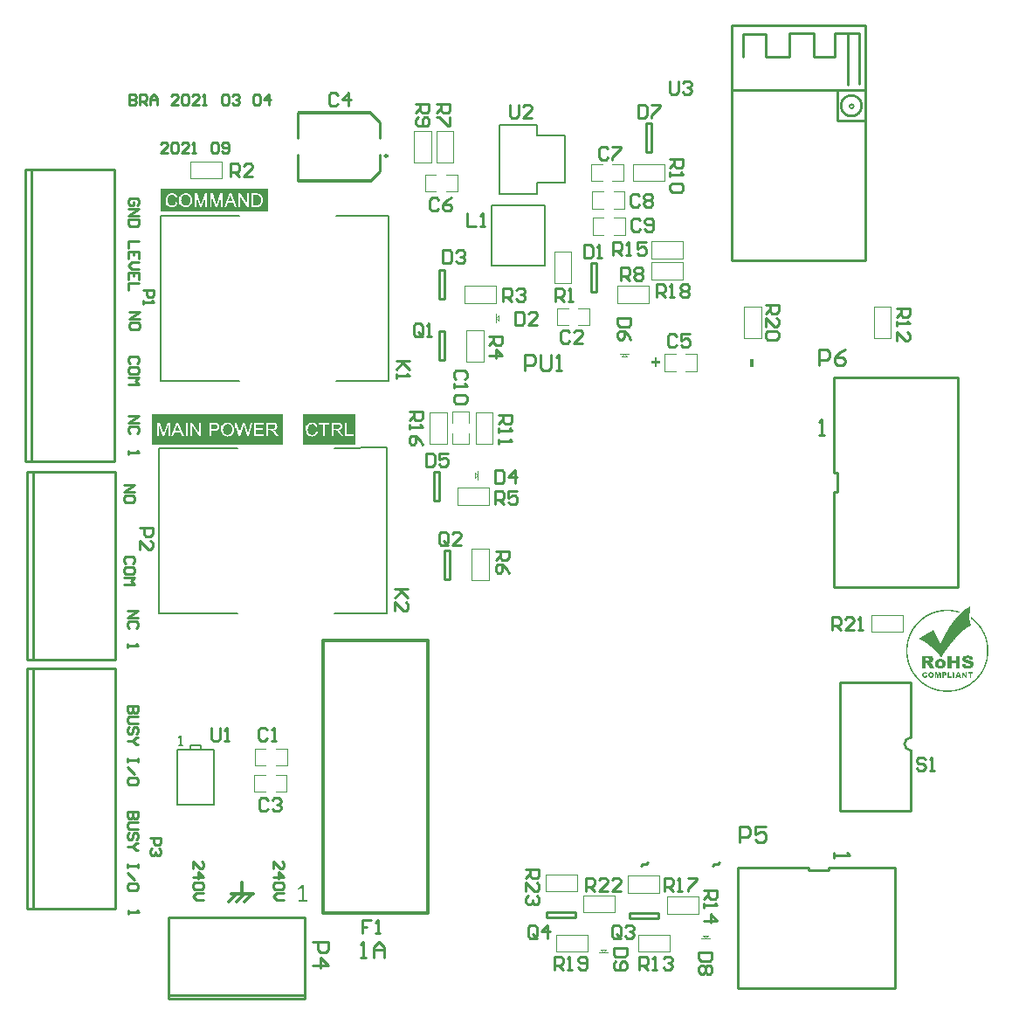
<source format=gto>
G04*
G04 #@! TF.GenerationSoftware,Altium Limited,Altium Designer,21.0.8 (223)*
G04*
G04 Layer_Color=65535*
%FSLAX24Y24*%
%MOIN*%
G70*
G04*
G04 #@! TF.SameCoordinates,97F8029C-931E-460D-85B7-1C51AEB28454*
G04*
G04*
G04 #@! TF.FilePolarity,Positive*
G04*
G01*
G75*
%ADD10C,0.0098*%
%ADD11C,0.0100*%
%ADD12C,0.0079*%
%ADD13C,0.0079*%
%ADD14C,0.0050*%
%ADD15C,0.0039*%
%ADD16C,0.0005*%
%ADD17C,0.0119*%
%ADD18C,0.0030*%
G36*
X35507Y15015D02*
X35617D01*
Y15007D01*
X35685D01*
Y14998D01*
X35736D01*
Y14990D01*
X35786D01*
Y14981D01*
X35820D01*
Y14973D01*
X35846D01*
Y14964D01*
X35880D01*
Y14956D01*
X35905D01*
Y14948D01*
X35922D01*
Y14939D01*
X35914D01*
Y14931D01*
X35905D01*
Y14922D01*
X35897D01*
Y14914D01*
X35888D01*
Y14905D01*
X35871D01*
Y14914D01*
X35837D01*
Y14922D01*
X35803D01*
Y14931D01*
X35770D01*
Y14939D01*
X35736D01*
Y14948D01*
X35693D01*
Y14956D01*
X35642D01*
Y14964D01*
X35558D01*
Y14973D01*
X35303D01*
Y14964D01*
X35227D01*
Y14956D01*
X35176D01*
Y14948D01*
X35125D01*
Y14939D01*
X35092D01*
Y14931D01*
X35058D01*
Y14922D01*
X35024D01*
Y14914D01*
X34998D01*
Y14905D01*
X34964D01*
Y14897D01*
X34939D01*
Y14888D01*
X34914D01*
Y14880D01*
X34897D01*
Y14871D01*
X34871D01*
Y14863D01*
X34854D01*
Y14854D01*
X34829D01*
Y14846D01*
X34812D01*
Y14837D01*
X34795D01*
Y14829D01*
X34778D01*
Y14820D01*
X34761D01*
Y14812D01*
X34744D01*
Y14803D01*
X34727D01*
Y14795D01*
X34710D01*
Y14787D01*
X34693D01*
Y14778D01*
X34676D01*
Y14770D01*
X34659D01*
Y14761D01*
X34651D01*
Y14753D01*
X34634D01*
Y14744D01*
X34617D01*
Y14736D01*
X34608D01*
Y14727D01*
X34591D01*
Y14719D01*
X34583D01*
Y14710D01*
X34566D01*
Y14702D01*
X34558D01*
Y14693D01*
X34541D01*
Y14685D01*
X34532D01*
Y14676D01*
X34524D01*
Y14668D01*
X34515D01*
Y14659D01*
X34498D01*
Y14651D01*
X34490D01*
Y14642D01*
X34481D01*
Y14634D01*
X34464D01*
Y14626D01*
X34456D01*
Y14617D01*
X34447D01*
Y14609D01*
X34439D01*
Y14600D01*
X34430D01*
Y14592D01*
X34422D01*
Y14583D01*
X34405D01*
Y14575D01*
X34397D01*
Y14566D01*
X34388D01*
Y14558D01*
X34380D01*
Y14549D01*
X34371D01*
Y14541D01*
X34363D01*
Y14532D01*
X34354D01*
Y14524D01*
X34346D01*
Y14515D01*
X34337D01*
Y14507D01*
X34329D01*
Y14498D01*
X34320D01*
Y14490D01*
X34312D01*
Y14481D01*
X34303D01*
Y14473D01*
Y14464D01*
X34295D01*
Y14456D01*
X34286D01*
Y14448D01*
X34278D01*
Y14439D01*
X34269D01*
Y14431D01*
X34261D01*
Y14422D01*
X34252D01*
Y14414D01*
Y14405D01*
X34244D01*
Y14397D01*
X34236D01*
Y14388D01*
X34227D01*
Y14380D01*
X34219D01*
Y14371D01*
Y14363D01*
X34210D01*
Y14354D01*
X34202D01*
Y14346D01*
X34193D01*
Y14337D01*
Y14329D01*
X34185D01*
Y14320D01*
X34176D01*
Y14312D01*
Y14303D01*
X34168D01*
Y14295D01*
X34159D01*
Y14287D01*
Y14278D01*
X34151D01*
Y14270D01*
X34142D01*
Y14261D01*
Y14253D01*
X34134D01*
Y14244D01*
Y14236D01*
X34125D01*
Y14227D01*
X34117D01*
Y14219D01*
Y14210D01*
X34108D01*
Y14202D01*
Y14193D01*
X34100D01*
Y14185D01*
X34091D01*
Y14176D01*
Y14168D01*
X34083D01*
Y14159D01*
Y14151D01*
X34074D01*
Y14142D01*
Y14134D01*
X34066D01*
Y14125D01*
Y14117D01*
X34058D01*
Y14109D01*
Y14100D01*
X34049D01*
Y14092D01*
Y14083D01*
X34041D01*
Y14075D01*
Y14066D01*
Y14058D01*
X34032D01*
Y14049D01*
Y14041D01*
X34024D01*
Y14032D01*
Y14024D01*
Y14015D01*
X34015D01*
Y14007D01*
Y13998D01*
X34007D01*
Y13990D01*
Y13981D01*
Y13973D01*
X33998D01*
Y13964D01*
Y13956D01*
Y13947D01*
X33990D01*
Y13939D01*
Y13931D01*
Y13922D01*
X33981D01*
Y13914D01*
Y13905D01*
Y13897D01*
X33973D01*
Y13888D01*
Y13880D01*
Y13871D01*
Y13863D01*
X33964D01*
Y13854D01*
Y13846D01*
Y13837D01*
X33956D01*
Y13829D01*
Y13820D01*
Y13812D01*
Y13803D01*
X33947D01*
Y13795D01*
Y13786D01*
Y13778D01*
Y13770D01*
Y13761D01*
X33939D01*
Y13753D01*
Y13744D01*
Y13736D01*
Y13727D01*
Y13719D01*
X33930D01*
Y13710D01*
Y13702D01*
Y13693D01*
Y13685D01*
Y13676D01*
Y13668D01*
X33922D01*
Y13659D01*
Y13651D01*
Y13642D01*
Y13634D01*
Y13625D01*
Y13617D01*
Y13608D01*
Y13600D01*
Y13592D01*
X33913D01*
Y13583D01*
Y13575D01*
Y13566D01*
Y13558D01*
Y13549D01*
Y13541D01*
Y13532D01*
Y13524D01*
Y13515D01*
Y13507D01*
Y13498D01*
Y13490D01*
Y13481D01*
Y13473D01*
Y13464D01*
Y13456D01*
Y13447D01*
Y13439D01*
Y13431D01*
Y13422D01*
Y13414D01*
Y13405D01*
Y13397D01*
Y13388D01*
Y13380D01*
Y13371D01*
Y13363D01*
Y13354D01*
Y13346D01*
Y13337D01*
Y13329D01*
X33922D01*
Y13320D01*
Y13312D01*
Y13303D01*
Y13295D01*
Y13286D01*
Y13278D01*
Y13269D01*
Y13261D01*
Y13253D01*
Y13244D01*
X33930D01*
Y13236D01*
Y13227D01*
Y13219D01*
Y13210D01*
Y13202D01*
Y13193D01*
X33939D01*
Y13185D01*
Y13176D01*
Y13168D01*
Y13159D01*
Y13151D01*
X33947D01*
Y13142D01*
Y13134D01*
Y13125D01*
Y13117D01*
X33956D01*
Y13108D01*
Y13100D01*
Y13092D01*
Y13083D01*
Y13075D01*
X33964D01*
Y13066D01*
Y13058D01*
Y13049D01*
X33973D01*
Y13041D01*
Y13032D01*
Y13024D01*
Y13015D01*
X33981D01*
Y13007D01*
Y12998D01*
Y12990D01*
X33990D01*
Y12981D01*
Y12973D01*
Y12964D01*
X33998D01*
Y12956D01*
Y12947D01*
Y12939D01*
X34007D01*
Y12931D01*
Y12922D01*
Y12914D01*
X34015D01*
Y12905D01*
Y12897D01*
X34024D01*
Y12888D01*
Y12880D01*
Y12871D01*
X34032D01*
Y12863D01*
Y12854D01*
X34041D01*
Y12846D01*
Y12837D01*
X34049D01*
Y12829D01*
Y12820D01*
X34058D01*
Y12812D01*
Y12803D01*
X34066D01*
Y12795D01*
Y12786D01*
X34074D01*
Y12778D01*
Y12769D01*
Y12761D01*
X34083D01*
Y12753D01*
X34091D01*
Y12744D01*
Y12736D01*
X34100D01*
Y12727D01*
Y12719D01*
X34108D01*
Y12710D01*
Y12702D01*
X34117D01*
Y12693D01*
Y12685D01*
X34125D01*
Y12676D01*
X34134D01*
Y12668D01*
Y12659D01*
X34142D01*
Y12651D01*
Y12642D01*
X34151D01*
Y12634D01*
X34159D01*
Y12625D01*
Y12617D01*
X34168D01*
Y12608D01*
X34176D01*
Y12600D01*
X34185D01*
Y12592D01*
Y12583D01*
X34193D01*
Y12575D01*
X34202D01*
Y12566D01*
Y12558D01*
X34210D01*
Y12549D01*
X34219D01*
Y12541D01*
Y12532D01*
X34227D01*
Y12524D01*
X34236D01*
Y12515D01*
X34244D01*
Y12507D01*
X34252D01*
Y12498D01*
Y12490D01*
X34261D01*
Y12481D01*
X34269D01*
Y12473D01*
X34278D01*
Y12464D01*
X34286D01*
Y12456D01*
X34295D01*
Y12447D01*
X34303D01*
Y12439D01*
X34312D01*
Y12430D01*
Y12422D01*
X34329D01*
Y12414D01*
Y12405D01*
X34337D01*
Y12397D01*
X34354D01*
Y12388D01*
Y12380D01*
X34363D01*
Y12371D01*
X34371D01*
Y12363D01*
X34380D01*
Y12354D01*
X34397D01*
Y12346D01*
X34405D01*
Y12337D01*
X34413D01*
Y12329D01*
X34422D01*
Y12320D01*
X34430D01*
Y12312D01*
X34439D01*
Y12303D01*
X34447D01*
Y12295D01*
X34456D01*
Y12286D01*
X34473D01*
Y12278D01*
X34481D01*
Y12269D01*
X34490D01*
Y12261D01*
X34498D01*
Y12253D01*
X34515D01*
Y12244D01*
X34524D01*
Y12236D01*
X34532D01*
Y12227D01*
X34549D01*
Y12219D01*
X34558D01*
Y12210D01*
X34575D01*
Y12202D01*
X34583D01*
Y12193D01*
X34600D01*
Y12185D01*
X34608D01*
Y12176D01*
X34625D01*
Y12168D01*
X34634D01*
Y12159D01*
X34651D01*
Y12151D01*
X34668D01*
Y12142D01*
X34676D01*
Y12134D01*
X34693D01*
Y12125D01*
X34710D01*
Y12117D01*
X34727D01*
Y12108D01*
X34744D01*
Y12100D01*
X34761D01*
Y12091D01*
X34778D01*
Y12083D01*
X34795D01*
Y12075D01*
X34812D01*
Y12066D01*
X34829D01*
Y12058D01*
X34854D01*
Y12049D01*
X34880D01*
Y12041D01*
X34897D01*
Y12032D01*
X34922D01*
Y12024D01*
X34947D01*
Y12015D01*
X34973D01*
Y12007D01*
X34998D01*
Y11998D01*
X35032D01*
Y11990D01*
X35058D01*
Y11981D01*
X35100D01*
Y11973D01*
X35134D01*
Y11964D01*
X35185D01*
Y11956D01*
X35236D01*
Y11947D01*
X35329D01*
Y11939D01*
X35532D01*
Y11947D01*
X35625D01*
Y11956D01*
X35676D01*
Y11964D01*
X35727D01*
Y11973D01*
X35770D01*
Y11981D01*
X35803D01*
Y11990D01*
X35829D01*
Y11998D01*
X35863D01*
Y12007D01*
X35888D01*
Y12015D01*
X35922D01*
Y12024D01*
X35939D01*
Y12032D01*
X35964D01*
Y12041D01*
X35990D01*
Y12049D01*
X36007D01*
Y12058D01*
X36032D01*
Y12066D01*
X36049D01*
Y12075D01*
X36066D01*
Y12083D01*
X36092D01*
Y12091D01*
X36100D01*
Y12100D01*
X36117D01*
Y12108D01*
X36134D01*
Y12117D01*
X36151D01*
Y12125D01*
X36168D01*
Y12134D01*
X36185D01*
Y12142D01*
X36202D01*
Y12151D01*
X36210D01*
Y12159D01*
X36227D01*
Y12168D01*
X36244D01*
Y12176D01*
X36253D01*
Y12185D01*
X36270D01*
Y12193D01*
X36278D01*
Y12202D01*
X36295D01*
Y12210D01*
X36303D01*
Y12219D01*
X36320D01*
Y12227D01*
X36329D01*
Y12236D01*
X36337D01*
Y12244D01*
X36354D01*
Y12253D01*
X36363D01*
Y12261D01*
X36371D01*
Y12269D01*
X36380D01*
Y12278D01*
X36397D01*
Y12286D01*
X36405D01*
Y12295D01*
X36414D01*
Y12303D01*
X36422D01*
Y12312D01*
X36431D01*
Y12320D01*
X36448D01*
Y12329D01*
X36456D01*
Y12337D01*
X36464D01*
Y12346D01*
X36473D01*
Y12354D01*
X36481D01*
Y12363D01*
X36490D01*
Y12371D01*
X36498D01*
Y12380D01*
X36507D01*
Y12388D01*
X36515D01*
Y12397D01*
X36524D01*
Y12405D01*
X36532D01*
Y12414D01*
X36541D01*
Y12422D01*
X36549D01*
Y12430D01*
X36558D01*
Y12439D01*
X36566D01*
Y12447D01*
X36575D01*
Y12456D01*
X36583D01*
Y12464D01*
Y12473D01*
X36592D01*
Y12481D01*
X36600D01*
Y12490D01*
X36609D01*
Y12498D01*
X36617D01*
Y12507D01*
Y12515D01*
X36625D01*
Y12524D01*
X36634D01*
Y12532D01*
X36642D01*
Y12541D01*
X36651D01*
Y12549D01*
Y12558D01*
X36659D01*
Y12566D01*
X36668D01*
Y12575D01*
X36676D01*
Y12583D01*
Y12592D01*
X36685D01*
Y12600D01*
X36693D01*
Y12608D01*
Y12617D01*
X36702D01*
Y12625D01*
X36710D01*
Y12634D01*
Y12642D01*
X36719D01*
Y12651D01*
X36727D01*
Y12659D01*
Y12668D01*
X36736D01*
Y12676D01*
Y12685D01*
X36744D01*
Y12693D01*
X36753D01*
Y12702D01*
Y12710D01*
X36761D01*
Y12719D01*
Y12727D01*
X36770D01*
Y12736D01*
Y12744D01*
X36778D01*
Y12753D01*
Y12761D01*
X36786D01*
Y12769D01*
Y12778D01*
X36795D01*
Y12786D01*
Y12795D01*
X36803D01*
Y12803D01*
Y12812D01*
X36812D01*
Y12820D01*
Y12829D01*
X36820D01*
Y12837D01*
Y12846D01*
X36829D01*
Y12854D01*
Y12863D01*
Y12871D01*
X36837D01*
Y12880D01*
Y12888D01*
X36846D01*
Y12897D01*
Y12905D01*
X36854D01*
Y12914D01*
Y12922D01*
Y12931D01*
X36863D01*
Y12939D01*
Y12947D01*
Y12956D01*
X36871D01*
Y12964D01*
Y12973D01*
Y12981D01*
X36880D01*
Y12990D01*
Y12998D01*
Y13007D01*
X36888D01*
Y13015D01*
Y13024D01*
Y13032D01*
X36897D01*
Y13041D01*
Y13049D01*
Y13058D01*
Y13066D01*
X36905D01*
Y13075D01*
Y13083D01*
Y13092D01*
Y13100D01*
X36914D01*
Y13108D01*
Y13117D01*
Y13125D01*
Y13134D01*
X36922D01*
Y13142D01*
Y13151D01*
Y13159D01*
Y13168D01*
Y13176D01*
X36931D01*
Y13185D01*
Y13193D01*
Y13202D01*
Y13210D01*
Y13219D01*
Y13227D01*
X36939D01*
Y13236D01*
Y13244D01*
Y13253D01*
Y13261D01*
Y13269D01*
Y13278D01*
Y13286D01*
Y13295D01*
Y13303D01*
X36948D01*
Y13312D01*
Y13320D01*
Y13329D01*
Y13337D01*
Y13346D01*
Y13354D01*
Y13363D01*
Y13371D01*
Y13380D01*
Y13388D01*
Y13397D01*
Y13405D01*
Y13414D01*
Y13422D01*
Y13431D01*
Y13439D01*
X36956D01*
Y13447D01*
Y13456D01*
Y13464D01*
X36948D01*
Y13473D01*
Y13481D01*
Y13490D01*
Y13498D01*
Y13507D01*
Y13515D01*
Y13524D01*
Y13532D01*
Y13541D01*
Y13549D01*
Y13558D01*
Y13566D01*
Y13575D01*
Y13583D01*
Y13592D01*
Y13600D01*
Y13608D01*
Y13617D01*
X36939D01*
Y13625D01*
Y13634D01*
Y13642D01*
Y13651D01*
Y13659D01*
Y13668D01*
Y13676D01*
Y13685D01*
X36931D01*
Y13693D01*
Y13702D01*
Y13710D01*
Y13719D01*
Y13727D01*
Y13736D01*
X36922D01*
Y13744D01*
Y13753D01*
Y13761D01*
Y13770D01*
Y13778D01*
X36914D01*
Y13786D01*
Y13795D01*
Y13803D01*
Y13812D01*
X36905D01*
Y13820D01*
Y13829D01*
Y13837D01*
Y13846D01*
X36897D01*
Y13854D01*
Y13863D01*
Y13871D01*
Y13880D01*
X36888D01*
Y13888D01*
Y13897D01*
Y13905D01*
X36880D01*
Y13914D01*
Y13922D01*
Y13931D01*
X36871D01*
Y13939D01*
Y13947D01*
Y13956D01*
X36863D01*
Y13964D01*
Y13973D01*
Y13981D01*
X36854D01*
Y13990D01*
Y13998D01*
Y14007D01*
X36846D01*
Y14015D01*
Y14024D01*
X36837D01*
Y14032D01*
Y14041D01*
Y14049D01*
X36829D01*
Y14058D01*
Y14066D01*
X36820D01*
Y14075D01*
Y14083D01*
X36812D01*
Y14092D01*
Y14100D01*
X36803D01*
Y14109D01*
Y14117D01*
Y14125D01*
X36795D01*
Y14134D01*
X36786D01*
Y14142D01*
Y14151D01*
X36778D01*
Y14159D01*
Y14168D01*
X36770D01*
Y14176D01*
Y14185D01*
X36761D01*
Y14193D01*
Y14202D01*
X36753D01*
Y14210D01*
Y14219D01*
X36744D01*
Y14227D01*
X36736D01*
Y14236D01*
Y14244D01*
X36727D01*
Y14253D01*
Y14261D01*
X36719D01*
Y14270D01*
X36710D01*
Y14278D01*
Y14287D01*
X36702D01*
Y14295D01*
X36693D01*
Y14303D01*
Y14312D01*
X36685D01*
Y14320D01*
X36676D01*
Y14329D01*
Y14337D01*
X36668D01*
Y14346D01*
X36659D01*
Y14354D01*
Y14363D01*
X36651D01*
Y14371D01*
X36642D01*
Y14380D01*
X36634D01*
Y14388D01*
X36625D01*
Y14397D01*
Y14405D01*
X36617D01*
Y14414D01*
X36609D01*
Y14422D01*
X36600D01*
Y14431D01*
X36592D01*
Y14439D01*
Y14448D01*
X36583D01*
Y14456D01*
X36575D01*
Y14464D01*
X36566D01*
Y14473D01*
X36558D01*
Y14481D01*
X36549D01*
Y14490D01*
X36541D01*
Y14498D01*
X36532D01*
Y14507D01*
X36524D01*
Y14515D01*
X36515D01*
Y14524D01*
X36507D01*
Y14532D01*
X36498D01*
Y14541D01*
X36490D01*
Y14549D01*
X36481D01*
Y14558D01*
X36473D01*
Y14566D01*
X36464D01*
Y14575D01*
X36456D01*
Y14583D01*
X36448D01*
Y14592D01*
X36439D01*
Y14600D01*
X36422D01*
Y14609D01*
X36414D01*
Y14617D01*
X36405D01*
Y14626D01*
X36397D01*
Y14634D01*
X36388D01*
Y14642D01*
X36371D01*
Y14651D01*
X36363D01*
Y14659D01*
X36354D01*
Y14668D01*
X36346D01*
Y14676D01*
X36337D01*
Y14685D01*
X36329D01*
Y14693D01*
Y14702D01*
Y14710D01*
Y14719D01*
Y14727D01*
Y14736D01*
Y14744D01*
X36337D01*
Y14736D01*
X36354D01*
Y14727D01*
X36363D01*
Y14719D01*
X36371D01*
Y14710D01*
X36388D01*
Y14702D01*
X36397D01*
Y14693D01*
X36405D01*
Y14685D01*
X36414D01*
Y14676D01*
X36431D01*
Y14668D01*
X36439D01*
Y14659D01*
X36448D01*
Y14651D01*
X36456D01*
Y14642D01*
X36464D01*
Y14634D01*
X36473D01*
Y14626D01*
X36490D01*
Y14617D01*
X36498D01*
Y14609D01*
X36507D01*
Y14600D01*
X36515D01*
Y14592D01*
X36524D01*
Y14583D01*
X36532D01*
Y14575D01*
X36541D01*
Y14566D01*
X36549D01*
Y14558D01*
X36558D01*
Y14549D01*
X36566D01*
Y14541D01*
X36575D01*
Y14532D01*
X36583D01*
Y14524D01*
X36592D01*
Y14515D01*
X36600D01*
Y14507D01*
X36609D01*
Y14498D01*
Y14490D01*
X36617D01*
Y14481D01*
X36625D01*
Y14473D01*
X36634D01*
Y14464D01*
X36642D01*
Y14456D01*
X36651D01*
Y14448D01*
X36659D01*
Y14439D01*
Y14431D01*
X36668D01*
Y14422D01*
X36676D01*
Y14414D01*
X36685D01*
Y14405D01*
X36693D01*
Y14397D01*
Y14388D01*
X36702D01*
Y14380D01*
X36710D01*
Y14371D01*
X36719D01*
Y14363D01*
Y14354D01*
X36727D01*
Y14346D01*
X36736D01*
Y14337D01*
Y14329D01*
X36744D01*
Y14320D01*
X36753D01*
Y14312D01*
Y14303D01*
X36761D01*
Y14295D01*
Y14287D01*
X36770D01*
Y14278D01*
X36778D01*
Y14270D01*
Y14261D01*
X36786D01*
Y14253D01*
X36795D01*
Y14244D01*
Y14236D01*
X36803D01*
Y14227D01*
Y14219D01*
X36812D01*
Y14210D01*
Y14202D01*
X36820D01*
Y14193D01*
Y14185D01*
X36829D01*
Y14176D01*
Y14168D01*
X36837D01*
Y14159D01*
Y14151D01*
X36846D01*
Y14142D01*
X36854D01*
Y14134D01*
Y14125D01*
Y14117D01*
X36863D01*
Y14109D01*
Y14100D01*
X36871D01*
Y14092D01*
Y14083D01*
X36880D01*
Y14075D01*
Y14066D01*
X36888D01*
Y14058D01*
Y14049D01*
Y14041D01*
X36897D01*
Y14032D01*
Y14024D01*
X36905D01*
Y14015D01*
Y14007D01*
Y13998D01*
X36914D01*
Y13990D01*
Y13981D01*
Y13973D01*
X36922D01*
Y13964D01*
Y13956D01*
Y13947D01*
X36931D01*
Y13939D01*
Y13931D01*
Y13922D01*
Y13914D01*
X36939D01*
Y13905D01*
Y13897D01*
Y13888D01*
X36948D01*
Y13880D01*
Y13871D01*
Y13863D01*
X36956D01*
Y13854D01*
Y13846D01*
Y13837D01*
Y13829D01*
Y13820D01*
X36964D01*
Y13812D01*
Y13803D01*
Y13795D01*
Y13786D01*
Y13778D01*
X36973D01*
Y13770D01*
Y13761D01*
Y13753D01*
Y13744D01*
Y13736D01*
X36981D01*
Y13727D01*
Y13719D01*
Y13710D01*
Y13702D01*
Y13693D01*
Y13685D01*
Y13676D01*
X36990D01*
Y13668D01*
Y13659D01*
Y13651D01*
Y13642D01*
Y13634D01*
Y13625D01*
Y13617D01*
Y13608D01*
Y13600D01*
Y13592D01*
X36998D01*
Y13583D01*
Y13575D01*
Y13566D01*
Y13558D01*
Y13549D01*
Y13541D01*
Y13532D01*
Y13524D01*
Y13515D01*
Y13507D01*
Y13498D01*
Y13490D01*
Y13481D01*
Y13473D01*
Y13464D01*
Y13456D01*
Y13447D01*
Y13439D01*
Y13431D01*
Y13422D01*
Y13414D01*
Y13405D01*
Y13397D01*
Y13388D01*
Y13380D01*
Y13371D01*
Y13363D01*
Y13354D01*
Y13346D01*
Y13337D01*
Y13329D01*
Y13320D01*
X36990D01*
Y13312D01*
Y13303D01*
Y13295D01*
Y13286D01*
Y13278D01*
Y13269D01*
Y13261D01*
Y13253D01*
Y13244D01*
Y13236D01*
X36981D01*
Y13227D01*
Y13219D01*
Y13210D01*
Y13202D01*
Y13193D01*
Y13185D01*
Y13176D01*
X36973D01*
Y13168D01*
Y13159D01*
Y13151D01*
Y13142D01*
Y13134D01*
X36964D01*
Y13125D01*
Y13117D01*
Y13108D01*
Y13100D01*
Y13092D01*
X36956D01*
Y13083D01*
Y13075D01*
Y13066D01*
Y13058D01*
X36948D01*
Y13049D01*
Y13041D01*
Y13032D01*
X36939D01*
Y13024D01*
Y13015D01*
Y13007D01*
Y12998D01*
Y12990D01*
X36931D01*
Y12981D01*
Y12973D01*
Y12964D01*
X36922D01*
Y12956D01*
Y12947D01*
Y12939D01*
X36914D01*
Y12931D01*
Y12922D01*
X36905D01*
Y12914D01*
Y12905D01*
Y12897D01*
X36897D01*
Y12888D01*
Y12880D01*
Y12871D01*
X36888D01*
Y12863D01*
Y12854D01*
X36880D01*
Y12846D01*
Y12837D01*
Y12829D01*
X36871D01*
Y12820D01*
Y12812D01*
X36863D01*
Y12803D01*
Y12795D01*
X36854D01*
Y12786D01*
Y12778D01*
X36846D01*
Y12769D01*
Y12761D01*
X36837D01*
Y12753D01*
Y12744D01*
X36829D01*
Y12736D01*
Y12727D01*
X36820D01*
Y12719D01*
Y12710D01*
X36812D01*
Y12702D01*
Y12693D01*
X36803D01*
Y12685D01*
Y12676D01*
X36795D01*
Y12668D01*
X36786D01*
Y12659D01*
Y12651D01*
X36778D01*
Y12642D01*
Y12634D01*
X36770D01*
Y12625D01*
X36761D01*
Y12617D01*
Y12608D01*
X36753D01*
Y12600D01*
Y12592D01*
X36744D01*
Y12583D01*
X36736D01*
Y12575D01*
X36727D01*
Y12566D01*
Y12558D01*
X36719D01*
Y12549D01*
X36710D01*
Y12541D01*
Y12532D01*
X36702D01*
Y12524D01*
X36693D01*
Y12515D01*
X36685D01*
Y12507D01*
Y12498D01*
X36676D01*
Y12490D01*
X36668D01*
Y12481D01*
X36659D01*
Y12473D01*
Y12464D01*
X36651D01*
Y12456D01*
X36642D01*
Y12447D01*
X36634D01*
Y12439D01*
X36625D01*
Y12430D01*
X36617D01*
Y12422D01*
X36609D01*
Y12414D01*
X36600D01*
Y12405D01*
X36592D01*
Y12397D01*
Y12388D01*
X36583D01*
Y12380D01*
X36575D01*
Y12371D01*
X36566D01*
Y12363D01*
X36558D01*
Y12354D01*
X36549D01*
Y12346D01*
X36541D01*
Y12337D01*
X36532D01*
Y12329D01*
X36524D01*
Y12320D01*
X36515D01*
Y12312D01*
X36507D01*
Y12303D01*
X36498D01*
Y12295D01*
X36481D01*
Y12286D01*
X36473D01*
Y12278D01*
X36464D01*
Y12269D01*
X36456D01*
Y12261D01*
X36448D01*
Y12253D01*
X36439D01*
Y12244D01*
X36422D01*
Y12236D01*
X36414D01*
Y12227D01*
X36405D01*
Y12219D01*
X36397D01*
Y12210D01*
X36380D01*
Y12202D01*
X36371D01*
Y12193D01*
X36363D01*
Y12185D01*
X36346D01*
Y12176D01*
X36337D01*
Y12168D01*
X36329D01*
Y12159D01*
X36312D01*
Y12151D01*
X36303D01*
Y12142D01*
X36286D01*
Y12134D01*
X36278D01*
Y12125D01*
X36261D01*
Y12117D01*
X36244D01*
Y12108D01*
X36236D01*
Y12100D01*
X36219D01*
Y12091D01*
X36202D01*
Y12083D01*
X36185D01*
Y12075D01*
X36168D01*
Y12066D01*
X36159D01*
Y12058D01*
X36142D01*
Y12049D01*
X36117D01*
Y12041D01*
X36100D01*
Y12032D01*
X36083D01*
Y12024D01*
X36066D01*
Y12015D01*
X36049D01*
Y12007D01*
X36024D01*
Y11998D01*
X36007D01*
Y11990D01*
X35981D01*
Y11981D01*
X35956D01*
Y11973D01*
X35931D01*
Y11964D01*
X35905D01*
Y11956D01*
X35880D01*
Y11947D01*
X35846D01*
Y11939D01*
X35812D01*
Y11930D01*
X35770D01*
Y11922D01*
X35727D01*
Y11913D01*
X35676D01*
Y11905D01*
X35600D01*
Y11897D01*
X35269D01*
Y11905D01*
X35193D01*
Y11913D01*
X35134D01*
Y11922D01*
X35092D01*
Y11930D01*
X35049D01*
Y11939D01*
X35015D01*
Y11947D01*
X34990D01*
Y11956D01*
X34964D01*
Y11964D01*
X34930D01*
Y11973D01*
X34905D01*
Y11981D01*
X34880D01*
Y11990D01*
X34863D01*
Y11998D01*
X34837D01*
Y12007D01*
X34820D01*
Y12015D01*
X34795D01*
Y12024D01*
X34778D01*
Y12032D01*
X34761D01*
Y12041D01*
X34744D01*
Y12049D01*
X34727D01*
Y12058D01*
X34710D01*
Y12066D01*
X34693D01*
Y12075D01*
X34676D01*
Y12083D01*
X34659D01*
Y12091D01*
X34642D01*
Y12100D01*
X34634D01*
Y12108D01*
X34617D01*
Y12117D01*
X34600D01*
Y12125D01*
X34591D01*
Y12134D01*
X34575D01*
Y12142D01*
X34566D01*
Y12151D01*
X34549D01*
Y12159D01*
X34541D01*
Y12168D01*
X34524D01*
Y12176D01*
X34515D01*
Y12185D01*
X34507D01*
Y12193D01*
X34490D01*
Y12202D01*
X34481D01*
Y12210D01*
X34473D01*
Y12219D01*
X34456D01*
Y12227D01*
X34447D01*
Y12236D01*
X34439D01*
Y12244D01*
X34430D01*
Y12253D01*
X34422D01*
Y12261D01*
X34405D01*
Y12269D01*
X34397D01*
Y12278D01*
X34388D01*
Y12286D01*
X34380D01*
Y12295D01*
X34371D01*
Y12303D01*
X34363D01*
Y12312D01*
X34354D01*
Y12320D01*
X34346D01*
Y12329D01*
X34337D01*
Y12337D01*
X34329D01*
Y12346D01*
X34320D01*
Y12354D01*
X34312D01*
Y12363D01*
X34303D01*
Y12371D01*
X34295D01*
Y12380D01*
X34286D01*
Y12388D01*
X34278D01*
Y12397D01*
X34269D01*
Y12405D01*
X34261D01*
Y12414D01*
X34252D01*
Y12422D01*
X34244D01*
Y12430D01*
X34236D01*
Y12439D01*
X34227D01*
Y12447D01*
X34219D01*
Y12456D01*
Y12464D01*
X34210D01*
Y12473D01*
X34202D01*
Y12481D01*
X34193D01*
Y12490D01*
X34185D01*
Y12498D01*
Y12507D01*
X34176D01*
Y12515D01*
X34168D01*
Y12524D01*
X34159D01*
Y12532D01*
Y12541D01*
X34151D01*
Y12549D01*
X34142D01*
Y12558D01*
X34134D01*
Y12566D01*
Y12575D01*
X34125D01*
Y12583D01*
Y12592D01*
X34117D01*
Y12600D01*
X34108D01*
Y12608D01*
Y12617D01*
X34100D01*
Y12625D01*
X34091D01*
Y12634D01*
Y12642D01*
X34083D01*
Y12651D01*
Y12659D01*
X34074D01*
Y12668D01*
X34066D01*
Y12676D01*
Y12685D01*
X34058D01*
Y12693D01*
Y12702D01*
X34049D01*
Y12710D01*
X34041D01*
Y12719D01*
Y12727D01*
X34032D01*
Y12736D01*
Y12744D01*
X34024D01*
Y12753D01*
Y12761D01*
X34015D01*
Y12769D01*
Y12778D01*
Y12786D01*
X34007D01*
Y12795D01*
Y12803D01*
X33998D01*
Y12812D01*
Y12820D01*
X33990D01*
Y12829D01*
Y12837D01*
X33981D01*
Y12846D01*
Y12854D01*
Y12863D01*
X33973D01*
Y12871D01*
Y12880D01*
X33964D01*
Y12888D01*
Y12897D01*
Y12905D01*
X33956D01*
Y12914D01*
Y12922D01*
Y12931D01*
X33947D01*
Y12939D01*
Y12947D01*
X33939D01*
Y12956D01*
Y12964D01*
Y12973D01*
Y12981D01*
X33930D01*
Y12990D01*
Y12998D01*
Y13007D01*
X33922D01*
Y13015D01*
Y13024D01*
Y13032D01*
X33913D01*
Y13041D01*
Y13049D01*
Y13058D01*
Y13066D01*
X33905D01*
Y13075D01*
Y13083D01*
Y13092D01*
Y13100D01*
X33897D01*
Y13108D01*
Y13117D01*
Y13125D01*
Y13134D01*
Y13142D01*
Y13151D01*
X33888D01*
Y13159D01*
Y13168D01*
Y13176D01*
Y13185D01*
Y13193D01*
X33880D01*
Y13202D01*
Y13210D01*
Y13219D01*
Y13227D01*
Y13236D01*
Y13244D01*
Y13253D01*
Y13261D01*
X33871D01*
Y13269D01*
Y13278D01*
Y13286D01*
Y13295D01*
Y13303D01*
Y13312D01*
Y13320D01*
Y13329D01*
Y13337D01*
Y13346D01*
Y13354D01*
Y13363D01*
X33863D01*
Y13371D01*
Y13380D01*
Y13388D01*
Y13397D01*
Y13405D01*
Y13414D01*
Y13422D01*
Y13431D01*
Y13439D01*
Y13447D01*
Y13456D01*
Y13464D01*
Y13473D01*
Y13481D01*
Y13490D01*
Y13498D01*
Y13507D01*
Y13515D01*
Y13524D01*
Y13532D01*
Y13541D01*
Y13549D01*
X33871D01*
Y13558D01*
Y13566D01*
Y13575D01*
Y13583D01*
Y13592D01*
Y13600D01*
Y13608D01*
Y13617D01*
Y13625D01*
Y13634D01*
Y13642D01*
Y13651D01*
Y13659D01*
X33880D01*
Y13668D01*
Y13676D01*
Y13685D01*
Y13693D01*
Y13702D01*
Y13710D01*
Y13719D01*
X33888D01*
Y13727D01*
Y13736D01*
Y13744D01*
Y13753D01*
Y13761D01*
X33897D01*
Y13770D01*
Y13778D01*
Y13786D01*
Y13795D01*
Y13803D01*
X33905D01*
Y13812D01*
Y13820D01*
Y13829D01*
Y13837D01*
Y13846D01*
X33913D01*
Y13854D01*
Y13863D01*
Y13871D01*
Y13880D01*
X33922D01*
Y13888D01*
Y13897D01*
Y13905D01*
Y13914D01*
X33930D01*
Y13922D01*
Y13931D01*
Y13939D01*
X33939D01*
Y13947D01*
Y13956D01*
Y13964D01*
X33947D01*
Y13973D01*
Y13981D01*
X33956D01*
Y13990D01*
Y13998D01*
Y14007D01*
X33964D01*
Y14015D01*
Y14024D01*
Y14032D01*
X33973D01*
Y14041D01*
Y14049D01*
X33981D01*
Y14058D01*
Y14066D01*
Y14075D01*
X33990D01*
Y14083D01*
Y14092D01*
X33998D01*
Y14100D01*
Y14109D01*
X34007D01*
Y14117D01*
Y14125D01*
Y14134D01*
X34015D01*
Y14142D01*
Y14151D01*
X34024D01*
Y14159D01*
Y14168D01*
X34032D01*
Y14176D01*
Y14185D01*
X34041D01*
Y14193D01*
Y14202D01*
X34049D01*
Y14210D01*
Y14219D01*
X34058D01*
Y14227D01*
X34066D01*
Y14236D01*
Y14244D01*
X34074D01*
Y14253D01*
Y14261D01*
X34083D01*
Y14270D01*
X34091D01*
Y14278D01*
Y14287D01*
X34100D01*
Y14295D01*
Y14303D01*
X34108D01*
Y14312D01*
X34117D01*
Y14320D01*
Y14329D01*
X34125D01*
Y14337D01*
X34134D01*
Y14346D01*
Y14354D01*
X34142D01*
Y14363D01*
X34151D01*
Y14371D01*
X34159D01*
Y14380D01*
Y14388D01*
X34168D01*
Y14397D01*
X34176D01*
Y14405D01*
X34185D01*
Y14414D01*
Y14422D01*
X34193D01*
Y14431D01*
X34202D01*
Y14439D01*
X34210D01*
Y14448D01*
X34219D01*
Y14456D01*
Y14464D01*
X34227D01*
Y14473D01*
X34236D01*
Y14481D01*
X34244D01*
Y14490D01*
X34252D01*
Y14498D01*
X34261D01*
Y14507D01*
X34269D01*
Y14515D01*
X34278D01*
Y14524D01*
X34286D01*
Y14532D01*
Y14541D01*
X34303D01*
Y14549D01*
X34312D01*
Y14558D01*
Y14566D01*
X34329D01*
Y14575D01*
X34337D01*
Y14583D01*
X34346D01*
Y14592D01*
X34354D01*
Y14600D01*
Y14609D01*
X34371D01*
Y14617D01*
X34380D01*
Y14626D01*
X34388D01*
Y14634D01*
X34397D01*
Y14642D01*
X34405D01*
Y14651D01*
X34413D01*
Y14659D01*
X34430D01*
Y14668D01*
X34439D01*
Y14676D01*
X34447D01*
Y14685D01*
X34456D01*
Y14693D01*
X34464D01*
Y14702D01*
X34481D01*
Y14710D01*
X34490D01*
Y14719D01*
X34498D01*
Y14727D01*
X34515D01*
Y14736D01*
X34524D01*
Y14744D01*
X34532D01*
Y14753D01*
X34549D01*
Y14761D01*
X34558D01*
Y14770D01*
X34575D01*
Y14778D01*
X34591D01*
Y14787D01*
X34600D01*
Y14795D01*
X34617D01*
Y14803D01*
X34634D01*
Y14812D01*
X34642D01*
Y14820D01*
X34659D01*
Y14829D01*
X34676D01*
Y14837D01*
X34693D01*
Y14846D01*
X34710D01*
Y14854D01*
X34719D01*
Y14863D01*
X34736D01*
Y14871D01*
X34761D01*
Y14880D01*
X34778D01*
Y14888D01*
X34795D01*
Y14897D01*
X34812D01*
Y14905D01*
X34829D01*
Y14914D01*
X34854D01*
Y14922D01*
X34880D01*
Y14931D01*
X34905D01*
Y14939D01*
X34930D01*
Y14948D01*
X34956D01*
Y14956D01*
X34981D01*
Y14964D01*
X35015D01*
Y14973D01*
X35049D01*
Y14981D01*
X35083D01*
Y14990D01*
X35125D01*
Y14998D01*
X35176D01*
Y15007D01*
X35253D01*
Y15015D01*
X35354D01*
Y15024D01*
X35507D01*
Y15015D01*
D02*
G37*
G36*
X36303Y15142D02*
Y15134D01*
Y15126D01*
Y15117D01*
Y15109D01*
Y15100D01*
Y15092D01*
Y15083D01*
Y15075D01*
Y15066D01*
Y15058D01*
X36295D01*
Y15049D01*
Y15041D01*
Y15032D01*
Y15024D01*
Y15015D01*
Y15007D01*
Y14998D01*
Y14990D01*
Y14981D01*
Y14973D01*
Y14964D01*
X36286D01*
Y14956D01*
Y14948D01*
Y14939D01*
Y14931D01*
Y14922D01*
Y14914D01*
Y14905D01*
Y14897D01*
X36278D01*
Y14888D01*
Y14880D01*
Y14871D01*
Y14863D01*
Y14854D01*
Y14846D01*
Y14837D01*
Y14829D01*
Y14820D01*
Y14812D01*
Y14803D01*
Y14795D01*
Y14787D01*
Y14778D01*
Y14770D01*
Y14761D01*
Y14753D01*
Y14744D01*
Y14736D01*
Y14727D01*
Y14719D01*
Y14710D01*
Y14702D01*
Y14693D01*
Y14685D01*
Y14676D01*
Y14668D01*
Y14659D01*
Y14651D01*
Y14642D01*
Y14634D01*
X36286D01*
Y14626D01*
Y14617D01*
Y14609D01*
Y14600D01*
Y14592D01*
Y14583D01*
Y14575D01*
X36295D01*
Y14566D01*
Y14558D01*
Y14549D01*
Y14541D01*
X36303D01*
Y14532D01*
Y14524D01*
Y14515D01*
Y14507D01*
X36312D01*
Y14498D01*
Y14490D01*
Y14481D01*
Y14473D01*
X36320D01*
Y14464D01*
Y14456D01*
Y14448D01*
X36329D01*
Y14439D01*
Y14431D01*
X36337D01*
Y14422D01*
Y14414D01*
Y14405D01*
X36303D01*
Y14397D01*
X36286D01*
Y14388D01*
X36270D01*
Y14380D01*
X36253D01*
Y14371D01*
X36236D01*
Y14363D01*
X36219D01*
Y14354D01*
X36202D01*
Y14346D01*
X36193D01*
Y14337D01*
X36176D01*
Y14329D01*
X36168D01*
Y14320D01*
X36151D01*
Y14312D01*
X36142D01*
Y14303D01*
X36134D01*
Y14295D01*
X36125D01*
Y14287D01*
X36109D01*
Y14278D01*
X36100D01*
Y14270D01*
X36092D01*
Y14261D01*
X36075D01*
Y14253D01*
X36066D01*
Y14244D01*
X36058D01*
Y14236D01*
X36049D01*
Y14227D01*
X36041D01*
Y14219D01*
X36024D01*
Y14210D01*
X36015D01*
Y14202D01*
X36007D01*
Y14193D01*
X35998D01*
Y14185D01*
X35990D01*
Y14176D01*
X35981D01*
Y14168D01*
X35973D01*
Y14159D01*
X35964D01*
Y14151D01*
X35956D01*
Y14142D01*
X35939D01*
Y14134D01*
X35931D01*
Y14125D01*
X35922D01*
Y14117D01*
X35914D01*
Y14109D01*
X35905D01*
Y14100D01*
X35897D01*
Y14092D01*
X35888D01*
Y14083D01*
X35880D01*
Y14075D01*
X35871D01*
Y14066D01*
X35863D01*
Y14058D01*
X35854D01*
Y14049D01*
X35846D01*
Y14041D01*
X35837D01*
Y14032D01*
X35829D01*
Y14024D01*
X35820D01*
Y14015D01*
X35812D01*
Y14007D01*
X35803D01*
Y13998D01*
Y13990D01*
X35795D01*
Y13981D01*
X35786D01*
Y13973D01*
X35778D01*
Y13964D01*
X35770D01*
Y13956D01*
X35761D01*
Y13947D01*
X35753D01*
Y13939D01*
X35744D01*
Y13931D01*
X35736D01*
Y13922D01*
X35727D01*
Y13914D01*
X35719D01*
Y13905D01*
Y13897D01*
X35710D01*
Y13888D01*
X35702D01*
Y13880D01*
X35693D01*
Y13871D01*
X35685D01*
Y13863D01*
X35676D01*
Y13854D01*
Y13846D01*
X35659D01*
Y13837D01*
Y13829D01*
X35651D01*
Y13820D01*
X35642D01*
Y13812D01*
X35634D01*
Y13803D01*
X35625D01*
Y13795D01*
X35617D01*
Y13786D01*
Y13778D01*
X35608D01*
Y13770D01*
X35600D01*
Y13761D01*
X35592D01*
Y13753D01*
X35583D01*
Y13744D01*
X35575D01*
Y13736D01*
Y13727D01*
X35566D01*
Y13719D01*
X35558D01*
Y13710D01*
X35549D01*
Y13702D01*
X35541D01*
Y13693D01*
Y13685D01*
X35532D01*
Y13676D01*
X35524D01*
Y13668D01*
X35515D01*
Y13659D01*
X35507D01*
Y13651D01*
Y13642D01*
X35498D01*
Y13634D01*
X35490D01*
Y13625D01*
X35481D01*
Y13617D01*
X35473D01*
Y13608D01*
Y13600D01*
X35464D01*
Y13592D01*
X35456D01*
Y13583D01*
X35447D01*
Y13575D01*
Y13566D01*
X35439D01*
Y13558D01*
X35431D01*
Y13549D01*
Y13541D01*
X35422D01*
Y13532D01*
X35414D01*
Y13524D01*
X35405D01*
Y13515D01*
Y13507D01*
X35397D01*
Y13498D01*
X35388D01*
Y13490D01*
X35380D01*
Y13481D01*
Y13473D01*
X35371D01*
Y13464D01*
X35363D01*
Y13456D01*
X35354D01*
Y13447D01*
Y13439D01*
X35346D01*
Y13431D01*
Y13422D01*
X35337D01*
Y13414D01*
X35329D01*
Y13405D01*
X35320D01*
Y13397D01*
Y13388D01*
X35312D01*
Y13380D01*
X35303D01*
Y13371D01*
Y13363D01*
X35295D01*
Y13354D01*
X35286D01*
Y13346D01*
Y13337D01*
X35278D01*
Y13329D01*
Y13320D01*
X35269D01*
Y13312D01*
X35261D01*
Y13303D01*
Y13295D01*
X35253D01*
Y13286D01*
X35244D01*
Y13278D01*
Y13269D01*
X35236D01*
Y13261D01*
Y13253D01*
X35227D01*
Y13244D01*
Y13236D01*
X35219D01*
Y13227D01*
X35210D01*
Y13219D01*
Y13210D01*
X35193D01*
Y13219D01*
Y13227D01*
X35185D01*
Y13236D01*
X35176D01*
Y13244D01*
X35168D01*
Y13253D01*
X35159D01*
Y13261D01*
X35151D01*
Y13269D01*
X35142D01*
Y13278D01*
Y13286D01*
X35134D01*
Y13295D01*
X35125D01*
Y13303D01*
X35117D01*
Y13312D01*
X35108D01*
Y13320D01*
X35100D01*
Y13329D01*
X35092D01*
Y13337D01*
X35083D01*
Y13346D01*
Y13354D01*
X35075D01*
Y13363D01*
X35066D01*
Y13371D01*
X35058D01*
Y13380D01*
X35049D01*
Y13388D01*
X35041D01*
Y13397D01*
X35032D01*
Y13405D01*
X35024D01*
Y13414D01*
X35015D01*
Y13422D01*
X35007D01*
Y13431D01*
X34998D01*
Y13439D01*
X34990D01*
Y13447D01*
X34981D01*
Y13456D01*
X34973D01*
Y13464D01*
X34964D01*
Y13473D01*
X34956D01*
Y13481D01*
X34947D01*
Y13490D01*
X34939D01*
Y13498D01*
X34930D01*
Y13507D01*
X34922D01*
Y13515D01*
X34914D01*
Y13524D01*
X34905D01*
Y13532D01*
X34897D01*
Y13541D01*
X34888D01*
Y13549D01*
X34880D01*
Y13558D01*
X34871D01*
Y13566D01*
X34863D01*
Y13575D01*
X34854D01*
Y13583D01*
X34837D01*
Y13592D01*
X34829D01*
Y13600D01*
X34820D01*
Y13608D01*
X34812D01*
Y13617D01*
X34803D01*
Y13625D01*
X34795D01*
Y13634D01*
X34778D01*
Y13642D01*
X34769D01*
Y13651D01*
X34761D01*
Y13659D01*
X34753D01*
Y13668D01*
X34744D01*
Y13676D01*
X34736D01*
Y13685D01*
X34719D01*
Y13693D01*
X34710D01*
Y13702D01*
X34693D01*
Y13710D01*
X34685D01*
Y13719D01*
X34676D01*
Y13727D01*
X34659D01*
Y13736D01*
X34651D01*
Y13744D01*
X34642D01*
Y13753D01*
X34625D01*
Y13761D01*
X34617D01*
Y13770D01*
X34600D01*
Y13778D01*
X34591D01*
Y13786D01*
X34583D01*
Y13795D01*
X34566D01*
Y13803D01*
X34558D01*
Y13812D01*
X34541D01*
Y13820D01*
X34524D01*
Y13829D01*
X34515D01*
Y13837D01*
X34498D01*
Y13846D01*
X34481D01*
Y13854D01*
X34473D01*
Y13863D01*
X34447D01*
Y13871D01*
X34439D01*
Y13880D01*
X34422D01*
Y13888D01*
X34397D01*
Y13897D01*
X34371D01*
Y13905D01*
X34354D01*
Y13914D01*
X34346D01*
Y13922D01*
X34354D01*
Y13931D01*
X34371D01*
Y13939D01*
X34388D01*
Y13947D01*
X34397D01*
Y13956D01*
X34413D01*
Y13964D01*
X34422D01*
Y13973D01*
X34439D01*
Y13981D01*
X34456D01*
Y13990D01*
X34473D01*
Y13998D01*
X34481D01*
Y14007D01*
X34498D01*
Y14015D01*
X34507D01*
Y14024D01*
X34524D01*
Y14032D01*
X34541D01*
Y14041D01*
X34549D01*
Y14049D01*
X34566D01*
Y14058D01*
X34583D01*
Y14066D01*
X34591D01*
Y14075D01*
X34608D01*
Y14083D01*
X34617D01*
Y14092D01*
X34634D01*
Y14100D01*
X34651D01*
Y14109D01*
X34668D01*
Y14117D01*
X34676D01*
Y14125D01*
X34693D01*
Y14134D01*
X34710D01*
Y14142D01*
X34719D01*
Y14151D01*
X34736D01*
Y14159D01*
X34753D01*
Y14168D01*
X34761D01*
Y14176D01*
X34778D01*
Y14185D01*
X34786D01*
Y14193D01*
X34803D01*
Y14202D01*
X34820D01*
Y14210D01*
X34829D01*
Y14219D01*
X34846D01*
Y14227D01*
X34863D01*
Y14236D01*
X34880D01*
Y14244D01*
X34888D01*
Y14253D01*
X34897D01*
Y14244D01*
X34905D01*
Y14236D01*
Y14227D01*
X34914D01*
Y14219D01*
Y14210D01*
X34922D01*
Y14202D01*
Y14193D01*
X34930D01*
Y14185D01*
Y14176D01*
X34939D01*
Y14168D01*
Y14159D01*
X34947D01*
Y14151D01*
Y14142D01*
X34956D01*
Y14134D01*
Y14125D01*
X34964D01*
Y14117D01*
X34973D01*
Y14109D01*
Y14100D01*
X34981D01*
Y14092D01*
Y14083D01*
X34990D01*
Y14075D01*
Y14066D01*
X34998D01*
Y14058D01*
Y14049D01*
X35007D01*
Y14041D01*
Y14032D01*
X35015D01*
Y14024D01*
Y14015D01*
X35024D01*
Y14007D01*
Y13998D01*
X35032D01*
Y13990D01*
Y13981D01*
X35041D01*
Y13973D01*
Y13964D01*
X35049D01*
Y13956D01*
Y13947D01*
X35058D01*
Y13939D01*
Y13931D01*
X35066D01*
Y13922D01*
Y13914D01*
X35075D01*
Y13905D01*
Y13897D01*
X35083D01*
Y13888D01*
Y13880D01*
X35092D01*
Y13871D01*
X35100D01*
Y13863D01*
Y13854D01*
X35108D01*
Y13846D01*
Y13837D01*
Y13829D01*
X35117D01*
Y13820D01*
X35125D01*
Y13812D01*
Y13803D01*
X35134D01*
Y13795D01*
Y13786D01*
X35142D01*
Y13778D01*
Y13770D01*
X35151D01*
Y13761D01*
Y13753D01*
X35159D01*
Y13744D01*
Y13736D01*
X35176D01*
Y13744D01*
Y13753D01*
X35185D01*
Y13761D01*
X35193D01*
Y13770D01*
Y13778D01*
Y13786D01*
X35202D01*
Y13795D01*
Y13803D01*
X35210D01*
Y13812D01*
Y13820D01*
X35219D01*
Y13829D01*
Y13837D01*
X35227D01*
Y13846D01*
Y13854D01*
Y13863D01*
X35236D01*
Y13871D01*
X35244D01*
Y13880D01*
Y13888D01*
Y13897D01*
X35253D01*
Y13905D01*
Y13914D01*
X35261D01*
Y13922D01*
Y13931D01*
X35269D01*
Y13939D01*
Y13947D01*
X35278D01*
Y13956D01*
X35286D01*
Y13964D01*
Y13973D01*
X35295D01*
Y13981D01*
Y13990D01*
X35303D01*
Y13998D01*
Y14007D01*
X35312D01*
Y14015D01*
Y14024D01*
X35320D01*
Y14032D01*
Y14041D01*
X35329D01*
Y14049D01*
Y14058D01*
X35337D01*
Y14066D01*
Y14075D01*
X35346D01*
Y14083D01*
X35354D01*
Y14092D01*
Y14100D01*
X35363D01*
Y14109D01*
Y14117D01*
X35371D01*
Y14125D01*
Y14134D01*
X35380D01*
Y14142D01*
X35388D01*
Y14151D01*
Y14159D01*
X35397D01*
Y14168D01*
Y14176D01*
X35405D01*
Y14185D01*
Y14193D01*
X35414D01*
Y14202D01*
X35422D01*
Y14210D01*
Y14219D01*
X35431D01*
Y14227D01*
Y14236D01*
X35439D01*
Y14244D01*
Y14253D01*
X35447D01*
Y14261D01*
X35456D01*
Y14270D01*
X35464D01*
Y14278D01*
Y14287D01*
X35473D01*
Y14295D01*
Y14303D01*
X35481D01*
Y14312D01*
Y14320D01*
X35490D01*
Y14329D01*
X35498D01*
Y14337D01*
Y14346D01*
X35507D01*
Y14354D01*
X35515D01*
Y14363D01*
Y14371D01*
X35524D01*
Y14380D01*
X35532D01*
Y14388D01*
Y14397D01*
X35541D01*
Y14405D01*
X35549D01*
Y14414D01*
Y14422D01*
X35558D01*
Y14431D01*
X35566D01*
Y14439D01*
X35575D01*
Y14448D01*
Y14456D01*
X35583D01*
Y14464D01*
X35592D01*
Y14473D01*
Y14481D01*
X35600D01*
Y14490D01*
X35608D01*
Y14498D01*
X35617D01*
Y14507D01*
Y14515D01*
X35625D01*
Y14524D01*
X35634D01*
Y14532D01*
Y14541D01*
X35642D01*
Y14549D01*
X35651D01*
Y14558D01*
X35659D01*
Y14566D01*
Y14575D01*
X35668D01*
Y14583D01*
X35676D01*
Y14592D01*
X35685D01*
Y14600D01*
Y14609D01*
X35693D01*
Y14617D01*
X35702D01*
Y14626D01*
X35710D01*
Y14634D01*
X35719D01*
Y14642D01*
X35727D01*
Y14651D01*
Y14659D01*
X35736D01*
Y14668D01*
X35744D01*
Y14676D01*
X35753D01*
Y14685D01*
X35761D01*
Y14693D01*
Y14702D01*
X35770D01*
Y14710D01*
X35778D01*
Y14719D01*
X35786D01*
Y14727D01*
X35795D01*
Y14736D01*
X35803D01*
Y14744D01*
X35812D01*
Y14753D01*
X35820D01*
Y14761D01*
X35829D01*
Y14770D01*
Y14778D01*
X35837D01*
Y14787D01*
X35846D01*
Y14795D01*
X35854D01*
Y14803D01*
X35863D01*
Y14812D01*
X35871D01*
Y14820D01*
X35880D01*
Y14829D01*
X35888D01*
Y14837D01*
X35897D01*
Y14846D01*
X35905D01*
Y14854D01*
X35914D01*
Y14863D01*
X35922D01*
Y14871D01*
X35931D01*
Y14880D01*
X35939D01*
Y14888D01*
X35947D01*
Y14897D01*
X35956D01*
Y14905D01*
X35973D01*
Y14914D01*
X35981D01*
Y14922D01*
X35990D01*
Y14931D01*
X35998D01*
Y14939D01*
X36007D01*
Y14948D01*
X36015D01*
Y14956D01*
X36024D01*
Y14964D01*
X36041D01*
Y14973D01*
X36049D01*
Y14981D01*
X36058D01*
Y14990D01*
X36066D01*
Y14998D01*
X36075D01*
Y15007D01*
X36092D01*
Y15015D01*
X36100D01*
Y15024D01*
X36109D01*
Y15032D01*
X36117D01*
Y15041D01*
X36134D01*
Y15049D01*
X36142D01*
Y15058D01*
X36159D01*
Y15066D01*
X36168D01*
Y15075D01*
X36185D01*
Y15083D01*
X36193D01*
Y15092D01*
X36210D01*
Y15100D01*
X36219D01*
Y15109D01*
X36236D01*
Y15117D01*
X36253D01*
Y15126D01*
X36261D01*
Y15134D01*
X36278D01*
Y15142D01*
X36295D01*
Y15151D01*
X36303D01*
Y15142D01*
D02*
G37*
G36*
X36270Y13269D02*
X36303D01*
Y13261D01*
X36329D01*
Y13253D01*
X36346D01*
Y13244D01*
X36363D01*
Y13236D01*
X36371D01*
Y13227D01*
X36380D01*
Y13219D01*
X36388D01*
Y13210D01*
Y13202D01*
X36397D01*
Y13193D01*
Y13185D01*
X36405D01*
Y13176D01*
Y13168D01*
X36414D01*
Y13159D01*
Y13151D01*
Y13142D01*
Y13134D01*
X36337D01*
Y13125D01*
X36278D01*
Y13134D01*
X36270D01*
Y13142D01*
Y13151D01*
Y13159D01*
X36261D01*
Y13168D01*
X36253D01*
Y13176D01*
X36236D01*
Y13185D01*
X36210D01*
Y13193D01*
X36185D01*
Y13185D01*
X36168D01*
Y13176D01*
X36159D01*
Y13168D01*
X36151D01*
Y13159D01*
X36142D01*
Y13151D01*
Y13142D01*
X36151D01*
Y13134D01*
X36159D01*
Y13125D01*
X36168D01*
Y13117D01*
X36193D01*
Y13108D01*
X36236D01*
Y13100D01*
X36261D01*
Y13092D01*
X36295D01*
Y13083D01*
X36320D01*
Y13075D01*
X36346D01*
Y13066D01*
X36363D01*
Y13058D01*
X36371D01*
Y13049D01*
X36388D01*
Y13041D01*
X36397D01*
Y13032D01*
X36405D01*
Y13024D01*
Y13015D01*
X36414D01*
Y13007D01*
X36422D01*
Y12998D01*
Y12990D01*
Y12981D01*
X36431D01*
Y12973D01*
Y12964D01*
Y12956D01*
Y12947D01*
Y12939D01*
Y12931D01*
Y12922D01*
Y12914D01*
Y12905D01*
Y12897D01*
X36422D01*
Y12888D01*
Y12880D01*
X36414D01*
Y12871D01*
Y12863D01*
X36405D01*
Y12854D01*
Y12846D01*
X36397D01*
Y12837D01*
X36388D01*
Y12829D01*
X36380D01*
Y12820D01*
X36371D01*
Y12812D01*
X36354D01*
Y12803D01*
X36337D01*
Y12795D01*
X36320D01*
Y12786D01*
X36286D01*
Y12778D01*
X36134D01*
Y12786D01*
X36100D01*
Y12795D01*
X36083D01*
Y12803D01*
X36066D01*
Y12812D01*
X36049D01*
Y12820D01*
X36041D01*
Y12829D01*
X36032D01*
Y12837D01*
Y12846D01*
X36024D01*
Y12854D01*
X36015D01*
Y12863D01*
Y12871D01*
X36007D01*
Y12880D01*
X35998D01*
Y12888D01*
Y12897D01*
Y12905D01*
Y12914D01*
X35990D01*
Y12922D01*
Y12931D01*
Y12939D01*
X35998D01*
Y12947D01*
X36134D01*
Y12939D01*
Y12931D01*
Y12922D01*
X36142D01*
Y12914D01*
Y12905D01*
X36151D01*
Y12897D01*
X36159D01*
Y12888D01*
X36168D01*
Y12880D01*
X36185D01*
Y12871D01*
X36253D01*
Y12880D01*
X36270D01*
Y12888D01*
X36278D01*
Y12897D01*
X36286D01*
Y12905D01*
Y12914D01*
Y12922D01*
Y12931D01*
Y12939D01*
X36278D01*
Y12947D01*
Y12956D01*
X36261D01*
Y12964D01*
X36244D01*
Y12973D01*
X36219D01*
Y12981D01*
X36185D01*
Y12990D01*
X36151D01*
Y12998D01*
X36125D01*
Y13007D01*
X36109D01*
Y13015D01*
X36083D01*
Y13024D01*
X36075D01*
Y13032D01*
X36058D01*
Y13041D01*
X36049D01*
Y13049D01*
X36041D01*
Y13058D01*
X36032D01*
Y13066D01*
X36024D01*
Y13075D01*
Y13083D01*
X36015D01*
Y13092D01*
Y13100D01*
Y13108D01*
Y13117D01*
X36007D01*
Y13125D01*
Y13134D01*
Y13142D01*
Y13151D01*
X36015D01*
Y13159D01*
Y13168D01*
Y13176D01*
Y13185D01*
X36024D01*
Y13193D01*
Y13202D01*
X36032D01*
Y13210D01*
Y13219D01*
X36041D01*
Y13227D01*
X36049D01*
Y13236D01*
X36066D01*
Y13244D01*
X36075D01*
Y13253D01*
X36092D01*
Y13261D01*
X36117D01*
Y13269D01*
X36168D01*
Y13278D01*
X36270D01*
Y13269D01*
D02*
G37*
G36*
X35914Y13261D02*
Y13253D01*
Y13244D01*
Y13236D01*
Y13227D01*
Y13219D01*
Y13210D01*
Y13202D01*
Y13193D01*
Y13185D01*
Y13176D01*
Y13168D01*
Y13159D01*
Y13151D01*
Y13142D01*
Y13134D01*
Y13125D01*
Y13117D01*
Y13108D01*
Y13100D01*
Y13092D01*
Y13083D01*
Y13075D01*
Y13066D01*
Y13058D01*
Y13049D01*
Y13041D01*
Y13032D01*
Y13024D01*
Y13015D01*
Y13007D01*
Y12998D01*
Y12990D01*
Y12981D01*
Y12973D01*
Y12964D01*
Y12956D01*
Y12947D01*
Y12939D01*
Y12931D01*
Y12922D01*
Y12914D01*
Y12905D01*
Y12897D01*
Y12888D01*
Y12880D01*
Y12871D01*
Y12863D01*
Y12854D01*
Y12846D01*
Y12837D01*
Y12829D01*
Y12820D01*
Y12812D01*
Y12803D01*
Y12795D01*
Y12786D01*
X35761D01*
Y12795D01*
Y12803D01*
Y12812D01*
Y12820D01*
Y12829D01*
Y12837D01*
Y12846D01*
Y12854D01*
Y12863D01*
Y12871D01*
Y12880D01*
Y12888D01*
Y12897D01*
Y12905D01*
Y12914D01*
Y12922D01*
Y12931D01*
Y12939D01*
Y12947D01*
Y12956D01*
Y12964D01*
Y12973D01*
Y12981D01*
X35600D01*
Y12973D01*
Y12964D01*
Y12956D01*
Y12947D01*
Y12939D01*
Y12931D01*
Y12922D01*
Y12914D01*
Y12905D01*
Y12897D01*
Y12888D01*
Y12880D01*
Y12871D01*
Y12863D01*
Y12854D01*
Y12846D01*
Y12837D01*
Y12829D01*
Y12820D01*
Y12812D01*
Y12803D01*
Y12795D01*
Y12786D01*
X35447D01*
Y12795D01*
Y12803D01*
Y12812D01*
Y12820D01*
Y12829D01*
Y12837D01*
Y12846D01*
Y12854D01*
Y12863D01*
Y12871D01*
Y12880D01*
Y12888D01*
Y12897D01*
Y12905D01*
Y12914D01*
Y12922D01*
Y12931D01*
Y12939D01*
Y12947D01*
Y12956D01*
Y12964D01*
Y12973D01*
Y12981D01*
Y12990D01*
Y12998D01*
Y13007D01*
Y13015D01*
Y13024D01*
Y13032D01*
Y13041D01*
Y13049D01*
Y13058D01*
Y13066D01*
Y13075D01*
Y13083D01*
Y13092D01*
Y13100D01*
Y13108D01*
Y13117D01*
Y13125D01*
Y13134D01*
Y13142D01*
Y13151D01*
Y13159D01*
Y13168D01*
Y13176D01*
Y13185D01*
Y13193D01*
Y13202D01*
Y13210D01*
Y13219D01*
Y13227D01*
Y13236D01*
Y13244D01*
Y13253D01*
Y13261D01*
Y13269D01*
X35600D01*
Y13261D01*
Y13253D01*
Y13244D01*
Y13236D01*
Y13227D01*
Y13219D01*
Y13210D01*
Y13202D01*
Y13193D01*
Y13185D01*
Y13176D01*
Y13168D01*
Y13159D01*
Y13151D01*
Y13142D01*
Y13134D01*
Y13125D01*
Y13117D01*
Y13108D01*
Y13100D01*
X35761D01*
Y13108D01*
Y13117D01*
Y13125D01*
Y13134D01*
Y13142D01*
Y13151D01*
Y13159D01*
Y13168D01*
Y13176D01*
Y13185D01*
Y13193D01*
Y13202D01*
Y13210D01*
Y13219D01*
Y13227D01*
Y13236D01*
Y13244D01*
X35770D01*
Y13253D01*
X35761D01*
Y13261D01*
X35770D01*
Y13269D01*
X35914D01*
Y13261D01*
D02*
G37*
G36*
X34778D02*
X34820D01*
Y13253D01*
X34837D01*
Y13244D01*
X34846D01*
Y13236D01*
X34863D01*
Y13227D01*
Y13219D01*
X34871D01*
Y13210D01*
X34880D01*
Y13202D01*
Y13193D01*
X34888D01*
Y13185D01*
Y13176D01*
X34897D01*
Y13168D01*
Y13159D01*
Y13151D01*
Y13142D01*
Y13134D01*
Y13125D01*
Y13117D01*
Y13108D01*
Y13100D01*
Y13092D01*
X34888D01*
Y13083D01*
Y13075D01*
X34880D01*
Y13066D01*
Y13058D01*
X34871D01*
Y13049D01*
X34863D01*
Y13041D01*
X34854D01*
Y13032D01*
X34846D01*
Y13024D01*
X34837D01*
Y13015D01*
X34820D01*
Y13007D01*
X34795D01*
Y12998D01*
Y12990D01*
X34803D01*
Y12981D01*
X34820D01*
Y12973D01*
X34829D01*
Y12964D01*
X34837D01*
Y12956D01*
X34846D01*
Y12947D01*
Y12939D01*
X34854D01*
Y12931D01*
X34863D01*
Y12922D01*
Y12914D01*
X34871D01*
Y12905D01*
Y12897D01*
X34880D01*
Y12888D01*
Y12880D01*
X34888D01*
Y12871D01*
Y12863D01*
X34897D01*
Y12854D01*
Y12846D01*
X34905D01*
Y12837D01*
X34914D01*
Y12829D01*
Y12820D01*
X34922D01*
Y12812D01*
Y12803D01*
X34930D01*
Y12795D01*
Y12786D01*
X34761D01*
Y12795D01*
Y12803D01*
X34753D01*
Y12812D01*
Y12820D01*
X34744D01*
Y12829D01*
X34736D01*
Y12837D01*
Y12846D01*
X34727D01*
Y12854D01*
Y12863D01*
X34719D01*
Y12871D01*
Y12880D01*
X34710D01*
Y12888D01*
Y12897D01*
X34702D01*
Y12905D01*
Y12914D01*
X34693D01*
Y12922D01*
X34685D01*
Y12931D01*
Y12939D01*
X34676D01*
Y12947D01*
Y12956D01*
X34668D01*
Y12964D01*
X34659D01*
Y12973D01*
X34642D01*
Y12981D01*
X34608D01*
Y12973D01*
Y12964D01*
Y12956D01*
Y12947D01*
Y12939D01*
Y12931D01*
Y12922D01*
Y12914D01*
Y12905D01*
Y12897D01*
Y12888D01*
Y12880D01*
Y12871D01*
Y12863D01*
Y12854D01*
Y12846D01*
Y12837D01*
Y12829D01*
Y12820D01*
Y12812D01*
Y12803D01*
Y12795D01*
Y12786D01*
X34456D01*
Y12795D01*
Y12803D01*
Y12812D01*
Y12820D01*
Y12829D01*
Y12837D01*
Y12846D01*
Y12854D01*
Y12863D01*
Y12871D01*
Y12880D01*
Y12888D01*
Y12897D01*
Y12905D01*
Y12914D01*
Y12922D01*
Y12931D01*
Y12939D01*
Y12947D01*
Y12956D01*
Y12964D01*
Y12973D01*
Y12981D01*
Y12990D01*
Y12998D01*
Y13007D01*
Y13015D01*
Y13024D01*
Y13032D01*
Y13041D01*
Y13049D01*
Y13058D01*
Y13066D01*
Y13075D01*
Y13083D01*
Y13092D01*
Y13100D01*
Y13108D01*
Y13117D01*
Y13125D01*
Y13134D01*
Y13142D01*
Y13151D01*
Y13159D01*
Y13168D01*
Y13176D01*
Y13185D01*
Y13193D01*
Y13202D01*
Y13210D01*
Y13219D01*
Y13227D01*
Y13236D01*
Y13244D01*
Y13253D01*
Y13261D01*
Y13269D01*
X34778D01*
Y13261D01*
D02*
G37*
G36*
X35219Y13134D02*
X35253D01*
Y13125D01*
X35278D01*
Y13117D01*
X35286D01*
Y13108D01*
X35303D01*
Y13100D01*
X35312D01*
Y13092D01*
X35320D01*
Y13083D01*
X35329D01*
Y13075D01*
X35337D01*
Y13066D01*
Y13058D01*
X35346D01*
Y13049D01*
X35354D01*
Y13041D01*
Y13032D01*
Y13024D01*
X35363D01*
Y13015D01*
Y13007D01*
Y12998D01*
Y12990D01*
X35371D01*
Y12981D01*
Y12973D01*
Y12964D01*
Y12956D01*
Y12947D01*
Y12939D01*
Y12931D01*
Y12922D01*
X35363D01*
Y12914D01*
Y12905D01*
Y12897D01*
Y12888D01*
X35354D01*
Y12880D01*
Y12871D01*
X35346D01*
Y12863D01*
X35337D01*
Y12854D01*
Y12846D01*
X35329D01*
Y12837D01*
X35320D01*
Y12829D01*
X35312D01*
Y12820D01*
X35303D01*
Y12812D01*
X35286D01*
Y12803D01*
X35269D01*
Y12795D01*
X35253D01*
Y12786D01*
X35227D01*
Y12778D01*
X35108D01*
Y12786D01*
X35075D01*
Y12795D01*
X35058D01*
Y12803D01*
X35041D01*
Y12812D01*
X35032D01*
Y12820D01*
X35024D01*
Y12829D01*
X35015D01*
Y12837D01*
X35007D01*
Y12846D01*
X34998D01*
Y12854D01*
X34990D01*
Y12863D01*
X34981D01*
Y12871D01*
Y12880D01*
Y12888D01*
X34973D01*
Y12897D01*
Y12905D01*
Y12914D01*
X34964D01*
Y12922D01*
Y12931D01*
Y12939D01*
Y12947D01*
Y12956D01*
Y12964D01*
Y12973D01*
Y12981D01*
Y12990D01*
Y12998D01*
Y13007D01*
X34973D01*
Y13015D01*
Y13024D01*
Y13032D01*
X34981D01*
Y13041D01*
Y13049D01*
X34990D01*
Y13058D01*
Y13066D01*
X34998D01*
Y13075D01*
X35007D01*
Y13083D01*
X35015D01*
Y13092D01*
X35024D01*
Y13100D01*
X35032D01*
Y13108D01*
X35049D01*
Y13117D01*
X35058D01*
Y13125D01*
X35083D01*
Y13134D01*
X35117D01*
Y13142D01*
X35219D01*
Y13134D01*
D02*
G37*
G36*
X36405Y12634D02*
X36414D01*
Y12625D01*
Y12617D01*
Y12608D01*
Y12600D01*
Y12592D01*
X36346D01*
Y12583D01*
Y12575D01*
Y12566D01*
Y12558D01*
Y12549D01*
Y12541D01*
Y12532D01*
Y12524D01*
Y12515D01*
Y12507D01*
Y12498D01*
Y12490D01*
Y12481D01*
Y12473D01*
Y12464D01*
Y12456D01*
Y12447D01*
Y12439D01*
Y12430D01*
X36286D01*
Y12439D01*
Y12447D01*
Y12456D01*
Y12464D01*
Y12473D01*
Y12481D01*
Y12490D01*
Y12498D01*
Y12507D01*
Y12515D01*
Y12524D01*
Y12532D01*
Y12541D01*
Y12549D01*
Y12558D01*
Y12566D01*
Y12575D01*
Y12583D01*
X36278D01*
Y12592D01*
X36219D01*
Y12600D01*
Y12608D01*
Y12617D01*
Y12625D01*
Y12634D01*
Y12642D01*
X36236D01*
Y12634D01*
X36244D01*
Y12642D01*
X36405D01*
Y12634D01*
D02*
G37*
G36*
X36185D02*
Y12625D01*
Y12617D01*
Y12608D01*
Y12600D01*
Y12592D01*
Y12583D01*
Y12575D01*
Y12566D01*
Y12558D01*
Y12549D01*
Y12541D01*
Y12532D01*
Y12524D01*
Y12515D01*
Y12507D01*
Y12498D01*
Y12490D01*
Y12481D01*
Y12473D01*
Y12464D01*
Y12456D01*
Y12447D01*
Y12439D01*
Y12430D01*
X36125D01*
Y12439D01*
X36117D01*
Y12447D01*
X36109D01*
Y12456D01*
Y12464D01*
X36100D01*
Y12473D01*
X36092D01*
Y12481D01*
Y12490D01*
X36083D01*
Y12498D01*
X36075D01*
Y12507D01*
Y12515D01*
X36066D01*
Y12524D01*
X36058D01*
Y12532D01*
X36049D01*
Y12524D01*
Y12515D01*
Y12507D01*
Y12498D01*
Y12490D01*
Y12481D01*
Y12473D01*
Y12464D01*
Y12456D01*
Y12447D01*
Y12439D01*
Y12430D01*
X35990D01*
Y12439D01*
Y12447D01*
Y12456D01*
Y12464D01*
Y12473D01*
Y12481D01*
Y12490D01*
Y12498D01*
Y12507D01*
Y12515D01*
Y12524D01*
Y12532D01*
Y12541D01*
Y12549D01*
Y12558D01*
Y12566D01*
Y12575D01*
Y12583D01*
Y12592D01*
Y12600D01*
Y12608D01*
Y12617D01*
Y12625D01*
Y12634D01*
X35998D01*
Y12642D01*
X36015D01*
Y12634D01*
X36024D01*
Y12642D01*
X36041D01*
Y12634D01*
X36049D01*
Y12625D01*
X36058D01*
Y12617D01*
X36066D01*
Y12608D01*
Y12600D01*
X36075D01*
Y12592D01*
X36083D01*
Y12583D01*
Y12575D01*
X36092D01*
Y12566D01*
X36100D01*
Y12558D01*
X36109D01*
Y12549D01*
Y12541D01*
X36117D01*
Y12532D01*
X36125D01*
Y12541D01*
Y12549D01*
Y12558D01*
Y12566D01*
Y12575D01*
Y12583D01*
Y12592D01*
Y12600D01*
Y12608D01*
Y12617D01*
Y12625D01*
Y12634D01*
X36134D01*
Y12642D01*
X36168D01*
Y12634D01*
X36176D01*
Y12642D01*
X36185D01*
Y12634D01*
D02*
G37*
G36*
X35702D02*
X35710D01*
Y12625D01*
Y12617D01*
Y12608D01*
Y12600D01*
Y12592D01*
Y12583D01*
Y12575D01*
Y12566D01*
Y12558D01*
Y12549D01*
Y12541D01*
Y12532D01*
Y12524D01*
Y12515D01*
Y12507D01*
Y12498D01*
Y12490D01*
Y12481D01*
Y12473D01*
Y12464D01*
Y12456D01*
Y12447D01*
Y12439D01*
Y12430D01*
X35651D01*
Y12439D01*
Y12447D01*
Y12456D01*
X35642D01*
Y12464D01*
X35651D01*
Y12473D01*
Y12481D01*
Y12490D01*
Y12498D01*
Y12507D01*
Y12515D01*
Y12524D01*
Y12532D01*
Y12541D01*
Y12549D01*
Y12558D01*
Y12566D01*
Y12575D01*
Y12583D01*
Y12592D01*
Y12600D01*
Y12608D01*
Y12617D01*
Y12625D01*
Y12634D01*
Y12642D01*
X35685D01*
Y12634D01*
X35693D01*
Y12642D01*
X35702D01*
Y12634D01*
D02*
G37*
G36*
X35507D02*
Y12625D01*
Y12617D01*
Y12608D01*
Y12600D01*
Y12592D01*
Y12583D01*
Y12575D01*
Y12566D01*
Y12558D01*
Y12549D01*
Y12541D01*
Y12532D01*
Y12524D01*
Y12515D01*
Y12507D01*
Y12498D01*
Y12490D01*
X35515D01*
Y12481D01*
X35608D01*
Y12473D01*
Y12464D01*
Y12456D01*
Y12447D01*
X35617D01*
Y12439D01*
X35608D01*
Y12430D01*
X35447D01*
Y12439D01*
Y12447D01*
Y12456D01*
Y12464D01*
Y12473D01*
Y12481D01*
Y12490D01*
Y12498D01*
Y12507D01*
Y12515D01*
Y12524D01*
Y12532D01*
Y12541D01*
Y12549D01*
Y12558D01*
Y12566D01*
Y12575D01*
Y12583D01*
Y12592D01*
Y12600D01*
Y12608D01*
Y12617D01*
Y12625D01*
Y12634D01*
X35456D01*
Y12642D01*
X35464D01*
Y12634D01*
X35473D01*
Y12642D01*
X35490D01*
Y12634D01*
X35498D01*
Y12642D01*
X35507D01*
Y12634D01*
D02*
G37*
G36*
X35185D02*
X35193D01*
Y12625D01*
Y12617D01*
Y12608D01*
Y12600D01*
Y12592D01*
Y12583D01*
Y12575D01*
Y12566D01*
Y12558D01*
Y12549D01*
Y12541D01*
Y12532D01*
Y12524D01*
Y12515D01*
Y12507D01*
Y12498D01*
Y12490D01*
Y12481D01*
Y12473D01*
Y12464D01*
Y12456D01*
Y12447D01*
Y12439D01*
Y12430D01*
X35142D01*
Y12439D01*
Y12447D01*
Y12456D01*
Y12464D01*
Y12473D01*
Y12481D01*
Y12490D01*
Y12498D01*
Y12507D01*
Y12515D01*
Y12524D01*
Y12532D01*
Y12541D01*
Y12549D01*
Y12558D01*
Y12566D01*
X35125D01*
Y12558D01*
Y12549D01*
Y12541D01*
Y12532D01*
Y12524D01*
X35117D01*
Y12515D01*
Y12507D01*
Y12498D01*
Y12490D01*
X35108D01*
Y12481D01*
Y12473D01*
Y12464D01*
Y12456D01*
X35100D01*
Y12447D01*
Y12439D01*
Y12430D01*
X35049D01*
Y12439D01*
Y12447D01*
Y12456D01*
X35041D01*
Y12464D01*
Y12473D01*
Y12481D01*
Y12490D01*
X35032D01*
Y12498D01*
Y12507D01*
Y12515D01*
Y12524D01*
X35024D01*
Y12532D01*
Y12541D01*
Y12549D01*
Y12558D01*
Y12566D01*
X35015D01*
Y12558D01*
X35007D01*
Y12549D01*
Y12541D01*
Y12532D01*
Y12524D01*
Y12515D01*
Y12507D01*
Y12498D01*
Y12490D01*
Y12481D01*
Y12473D01*
Y12464D01*
Y12456D01*
Y12447D01*
Y12439D01*
Y12430D01*
X34964D01*
Y12439D01*
X34956D01*
Y12447D01*
Y12456D01*
Y12464D01*
Y12473D01*
Y12481D01*
Y12490D01*
Y12498D01*
Y12507D01*
Y12515D01*
Y12524D01*
Y12532D01*
Y12541D01*
Y12549D01*
Y12558D01*
Y12566D01*
Y12575D01*
Y12583D01*
Y12592D01*
Y12600D01*
Y12608D01*
Y12617D01*
Y12625D01*
Y12634D01*
X34964D01*
Y12642D01*
X35032D01*
Y12634D01*
X35041D01*
Y12625D01*
X35049D01*
Y12617D01*
Y12608D01*
Y12600D01*
Y12592D01*
X35058D01*
Y12583D01*
Y12575D01*
Y12566D01*
Y12558D01*
X35066D01*
Y12549D01*
Y12541D01*
Y12532D01*
Y12524D01*
X35083D01*
Y12532D01*
Y12541D01*
Y12549D01*
Y12558D01*
X35092D01*
Y12566D01*
Y12575D01*
Y12583D01*
Y12592D01*
X35100D01*
Y12600D01*
Y12608D01*
Y12617D01*
Y12625D01*
X35108D01*
Y12634D01*
X35117D01*
Y12642D01*
X35125D01*
Y12634D01*
X35134D01*
Y12642D01*
X35151D01*
Y12634D01*
X35159D01*
Y12642D01*
X35168D01*
Y12634D01*
X35176D01*
Y12642D01*
X35185D01*
Y12634D01*
D02*
G37*
G36*
X34608D02*
X34634D01*
Y12625D01*
X34651D01*
Y12617D01*
X34659D01*
Y12608D01*
X34668D01*
Y12600D01*
Y12592D01*
X34676D01*
Y12583D01*
Y12575D01*
X34642D01*
Y12566D01*
X34625D01*
Y12575D01*
X34617D01*
Y12583D01*
X34608D01*
Y12592D01*
X34558D01*
Y12583D01*
X34549D01*
Y12575D01*
Y12566D01*
Y12558D01*
X34541D01*
Y12549D01*
Y12541D01*
Y12532D01*
Y12524D01*
Y12515D01*
Y12507D01*
X34549D01*
Y12498D01*
Y12490D01*
X34558D01*
Y12481D01*
X34566D01*
Y12473D01*
X34591D01*
Y12481D01*
X34608D01*
Y12490D01*
X34617D01*
Y12498D01*
Y12507D01*
X34625D01*
Y12515D01*
X34642D01*
Y12507D01*
X34668D01*
Y12498D01*
X34676D01*
Y12490D01*
Y12481D01*
X34668D01*
Y12473D01*
Y12464D01*
X34659D01*
Y12456D01*
X34651D01*
Y12447D01*
X34642D01*
Y12439D01*
X34625D01*
Y12430D01*
X34541D01*
Y12439D01*
X34524D01*
Y12447D01*
X34515D01*
Y12456D01*
X34507D01*
Y12464D01*
X34498D01*
Y12473D01*
X34490D01*
Y12481D01*
Y12490D01*
X34481D01*
Y12498D01*
Y12507D01*
Y12515D01*
Y12524D01*
Y12532D01*
Y12541D01*
Y12549D01*
Y12558D01*
Y12566D01*
Y12575D01*
Y12583D01*
X34490D01*
Y12592D01*
Y12600D01*
X34498D01*
Y12608D01*
X34507D01*
Y12617D01*
X34515D01*
Y12625D01*
X34524D01*
Y12634D01*
X34558D01*
Y12642D01*
X34608D01*
Y12634D01*
D02*
G37*
G36*
X35354D02*
X35388D01*
Y12625D01*
X35397D01*
Y12617D01*
X35405D01*
Y12608D01*
Y12600D01*
X35414D01*
Y12592D01*
Y12583D01*
Y12575D01*
Y12566D01*
Y12558D01*
Y12549D01*
X35405D01*
Y12541D01*
Y12532D01*
X35397D01*
Y12524D01*
X35380D01*
Y12515D01*
X35346D01*
Y12507D01*
X35337D01*
Y12515D01*
X35320D01*
Y12507D01*
X35303D01*
Y12498D01*
Y12490D01*
Y12481D01*
Y12473D01*
Y12464D01*
Y12456D01*
Y12447D01*
Y12439D01*
Y12430D01*
X35236D01*
Y12439D01*
Y12447D01*
Y12456D01*
Y12464D01*
Y12473D01*
Y12481D01*
Y12490D01*
Y12498D01*
Y12507D01*
Y12515D01*
Y12524D01*
Y12532D01*
Y12541D01*
Y12549D01*
Y12558D01*
Y12566D01*
Y12575D01*
Y12583D01*
Y12592D01*
Y12600D01*
Y12608D01*
Y12617D01*
Y12625D01*
Y12634D01*
X35244D01*
Y12642D01*
X35354D01*
Y12634D01*
D02*
G37*
G36*
X35863D02*
X35888D01*
Y12625D01*
X35897D01*
Y12617D01*
Y12608D01*
X35905D01*
Y12600D01*
Y12592D01*
Y12583D01*
X35914D01*
Y12575D01*
Y12566D01*
Y12558D01*
X35922D01*
Y12549D01*
Y12541D01*
Y12532D01*
X35931D01*
Y12524D01*
Y12515D01*
Y12507D01*
X35939D01*
Y12498D01*
Y12490D01*
X35947D01*
Y12481D01*
Y12473D01*
Y12464D01*
X35956D01*
Y12456D01*
Y12447D01*
X35964D01*
Y12439D01*
Y12430D01*
X35897D01*
Y12439D01*
Y12447D01*
Y12456D01*
X35888D01*
Y12464D01*
X35812D01*
Y12456D01*
X35803D01*
Y12447D01*
Y12439D01*
Y12430D01*
X35736D01*
Y12439D01*
X35744D01*
Y12447D01*
Y12456D01*
Y12464D01*
X35753D01*
Y12473D01*
Y12481D01*
Y12490D01*
X35761D01*
Y12498D01*
Y12507D01*
X35770D01*
Y12515D01*
Y12524D01*
Y12532D01*
X35778D01*
Y12541D01*
Y12549D01*
Y12558D01*
X35786D01*
Y12566D01*
Y12575D01*
X35795D01*
Y12583D01*
Y12592D01*
Y12600D01*
X35803D01*
Y12608D01*
Y12617D01*
Y12625D01*
X35812D01*
Y12634D01*
X35820D01*
Y12642D01*
X35863D01*
Y12634D01*
D02*
G37*
G36*
X34837D02*
X34871D01*
Y12625D01*
X34880D01*
Y12617D01*
X34897D01*
Y12608D01*
Y12600D01*
X34905D01*
Y12592D01*
X34914D01*
Y12583D01*
Y12575D01*
Y12566D01*
Y12558D01*
X34922D01*
Y12549D01*
Y12541D01*
Y12532D01*
Y12524D01*
Y12515D01*
X34914D01*
Y12507D01*
Y12498D01*
Y12490D01*
Y12481D01*
X34905D01*
Y12473D01*
X34897D01*
Y12464D01*
Y12456D01*
X34888D01*
Y12447D01*
X34871D01*
Y12439D01*
X34854D01*
Y12430D01*
X34769D01*
Y12439D01*
X34753D01*
Y12447D01*
X34736D01*
Y12456D01*
X34727D01*
Y12464D01*
X34719D01*
Y12473D01*
Y12481D01*
X34710D01*
Y12490D01*
Y12498D01*
Y12507D01*
Y12515D01*
X34702D01*
Y12524D01*
Y12532D01*
Y12541D01*
Y12549D01*
Y12558D01*
Y12566D01*
X34710D01*
Y12575D01*
Y12583D01*
Y12592D01*
X34719D01*
Y12600D01*
X34727D01*
Y12608D01*
Y12617D01*
X34736D01*
Y12625D01*
X34753D01*
Y12634D01*
X34778D01*
Y12642D01*
X34837D01*
Y12634D01*
D02*
G37*
G36*
X10081Y21328D02*
X5081D01*
Y22472D01*
X10081D01*
Y21328D01*
D02*
G37*
G36*
X12850D02*
X10850D01*
Y22472D01*
X12850D01*
Y21328D01*
D02*
G37*
G36*
X9495Y30215D02*
X5405D01*
Y31085D01*
X9495D01*
Y30215D01*
D02*
G37*
G36*
X28049Y24300D02*
X27904D01*
Y24584D01*
X28049D01*
Y24300D01*
D02*
G37*
G36*
X24347Y24520D02*
X24478D01*
Y24432D01*
X24347D01*
Y24300D01*
X24257D01*
Y24432D01*
X24126D01*
Y24520D01*
X24257D01*
Y24652D01*
X24347D01*
Y24520D01*
D02*
G37*
G36*
X10853Y4514D02*
X10859Y4513D01*
X10860D01*
X10863Y4513D01*
X10867Y4512D01*
X10871Y4510D01*
X10871Y4510D01*
X10873Y4509D01*
X10875Y4508D01*
X10877Y4506D01*
X10877Y4506D01*
X10878Y4504D01*
X10878Y4503D01*
Y4501D01*
Y3965D01*
X10990D01*
X10992Y3964D01*
X10995Y3963D01*
X10996Y3962D01*
X10997Y3961D01*
X10999Y3959D01*
X11001Y3956D01*
X11001Y3956D01*
X11002Y3954D01*
X11003Y3950D01*
X11004Y3946D01*
X11004Y3945D01*
X11005Y3943D01*
X11005Y3938D01*
Y3932D01*
Y3931D01*
Y3930D01*
Y3928D01*
Y3927D01*
X11005Y3921D01*
X11004Y3916D01*
Y3915D01*
X11003Y3913D01*
X11002Y3910D01*
X11000Y3907D01*
X10999Y3906D01*
X10998Y3905D01*
X10997Y3903D01*
X10995Y3902D01*
X10994D01*
X10992Y3901D01*
X10990Y3901D01*
X10988Y3900D01*
X10667D01*
X10665Y3901D01*
X10663Y3902D01*
X10663Y3902D01*
X10661Y3903D01*
X10660Y3904D01*
X10658Y3907D01*
X10657Y3907D01*
X10657Y3909D01*
X10655Y3913D01*
X10654Y3916D01*
Y3917D01*
Y3917D01*
X10653Y3921D01*
X10653Y3926D01*
Y3932D01*
Y3932D01*
Y3933D01*
Y3935D01*
Y3937D01*
X10653Y3941D01*
X10654Y3946D01*
Y3947D01*
X10654Y3947D01*
X10655Y3950D01*
X10656Y3953D01*
X10657Y3956D01*
X10658Y3957D01*
X10659Y3959D01*
X10660Y3961D01*
X10663Y3963D01*
X10663Y3963D01*
X10665Y3964D01*
X10667Y3964D01*
X10670Y3965D01*
X10797D01*
Y4429D01*
X10678Y4359D01*
X10678D01*
X10677Y4358D01*
X10673Y4356D01*
X10669Y4354D01*
X10664Y4353D01*
X10661D01*
X10658Y4353D01*
X10655Y4355D01*
X10655Y4355D01*
X10654Y4358D01*
X10652Y4361D01*
X10651Y4365D01*
Y4366D01*
Y4366D01*
X10651Y4368D01*
Y4370D01*
X10650Y4376D01*
Y4383D01*
Y4383D01*
Y4384D01*
Y4388D01*
Y4392D01*
X10651Y4396D01*
Y4397D01*
Y4397D01*
X10651Y4400D01*
X10652Y4403D01*
X10652Y4406D01*
X10653Y4407D01*
X10653Y4408D01*
X10657Y4413D01*
X10657Y4413D01*
X10659Y4414D01*
X10661Y4416D01*
X10664Y4418D01*
X10804Y4508D01*
X10805Y4509D01*
X10806Y4509D01*
X10809Y4510D01*
X10809D01*
X10811Y4511D01*
X10813Y4512D01*
X10816Y4513D01*
X10817D01*
X10819Y4513D01*
X10822Y4514D01*
X10827D01*
X10830Y4514D01*
X10847D01*
X10853Y4514D01*
D02*
G37*
%LPC*%
G36*
X34710Y13176D02*
X34608D01*
Y13168D01*
Y13159D01*
Y13151D01*
Y13142D01*
Y13134D01*
Y13125D01*
Y13117D01*
Y13108D01*
Y13100D01*
Y13092D01*
Y13083D01*
Y13075D01*
X34710D01*
Y13083D01*
X34727D01*
Y13092D01*
X34736D01*
Y13100D01*
X34744D01*
Y13108D01*
Y13117D01*
Y13125D01*
Y13134D01*
Y13142D01*
Y13151D01*
X34736D01*
Y13159D01*
X34727D01*
Y13168D01*
X34710D01*
Y13176D01*
D02*
G37*
G36*
X35193Y13049D02*
X35134D01*
Y13041D01*
X35125D01*
Y13032D01*
X35117D01*
Y13024D01*
X35108D01*
Y13015D01*
Y13007D01*
X35100D01*
Y12998D01*
Y12990D01*
Y12981D01*
Y12973D01*
Y12964D01*
Y12956D01*
Y12947D01*
Y12939D01*
Y12931D01*
Y12922D01*
Y12914D01*
X35108D01*
Y12905D01*
Y12897D01*
X35117D01*
Y12888D01*
X35125D01*
Y12880D01*
X35134D01*
Y12871D01*
X35159D01*
Y12863D01*
X35168D01*
Y12871D01*
X35202D01*
Y12880D01*
X35210D01*
Y12888D01*
X35219D01*
Y12897D01*
X35227D01*
Y12905D01*
Y12914D01*
Y12922D01*
Y12931D01*
X35236D01*
Y12939D01*
Y12947D01*
Y12956D01*
Y12964D01*
Y12973D01*
Y12981D01*
Y12990D01*
Y12998D01*
X35227D01*
Y13007D01*
Y13015D01*
Y13024D01*
X35219D01*
Y13032D01*
X35210D01*
Y13041D01*
X35193D01*
Y13049D01*
D02*
G37*
G36*
X35337Y12600D02*
X35303D01*
Y12592D01*
Y12583D01*
Y12575D01*
Y12566D01*
Y12558D01*
Y12549D01*
X35329D01*
Y12558D01*
X35346D01*
Y12566D01*
Y12575D01*
Y12583D01*
Y12592D01*
X35337D01*
Y12600D01*
D02*
G37*
G36*
X35854Y12575D02*
X35846D01*
Y12566D01*
X35837D01*
Y12558D01*
Y12549D01*
Y12541D01*
X35829D01*
Y12532D01*
Y12524D01*
Y12515D01*
Y12507D01*
X35871D01*
Y12515D01*
Y12524D01*
Y12532D01*
X35863D01*
Y12541D01*
Y12549D01*
Y12558D01*
X35854D01*
Y12566D01*
Y12575D01*
D02*
G37*
G36*
X34837Y12592D02*
X34786D01*
Y12583D01*
X34778D01*
Y12575D01*
X34769D01*
Y12566D01*
Y12558D01*
Y12549D01*
Y12541D01*
Y12532D01*
Y12524D01*
Y12515D01*
Y12507D01*
Y12498D01*
X34778D01*
Y12490D01*
X34786D01*
Y12481D01*
X34795D01*
Y12473D01*
X34820D01*
Y12481D01*
X34837D01*
Y12490D01*
X34846D01*
Y12498D01*
Y12507D01*
X34854D01*
Y12515D01*
Y12524D01*
Y12532D01*
Y12541D01*
Y12549D01*
Y12558D01*
Y12566D01*
X34846D01*
Y12575D01*
Y12583D01*
X34837D01*
Y12592D01*
D02*
G37*
G36*
X7961Y22165D02*
X7958D01*
X7948Y22164D01*
X7939Y22164D01*
X7929Y22163D01*
X7920Y22162D01*
X7902Y22158D01*
X7885Y22154D01*
X7869Y22148D01*
X7855Y22142D01*
X7842Y22136D01*
X7829Y22129D01*
X7819Y22122D01*
X7809Y22116D01*
X7801Y22109D01*
X7794Y22104D01*
X7789Y22099D01*
X7786Y22097D01*
X7785Y22096D01*
X7784Y22094D01*
X7782Y22093D01*
X7782Y22093D01*
X7782Y22093D01*
X7775Y22086D01*
X7769Y22079D01*
X7764Y22071D01*
X7759Y22063D01*
X7750Y22047D01*
X7742Y22031D01*
X7735Y22015D01*
X7730Y21998D01*
X7725Y21982D01*
X7722Y21966D01*
X7719Y21951D01*
X7717Y21937D01*
X7716Y21931D01*
X7715Y21925D01*
X7715Y21919D01*
X7714Y21914D01*
X7714Y21909D01*
X7714Y21905D01*
Y21902D01*
X7713Y21899D01*
Y22165D01*
D01*
Y21635D01*
X8203Y21635D01*
D01*
X7958D01*
X7970Y21636D01*
X7983Y21637D01*
X7994Y21638D01*
X8006Y21640D01*
X8017Y21643D01*
X8027Y21645D01*
X8036Y21648D01*
X8045Y21651D01*
X8054Y21654D01*
X8061Y21657D01*
X8067Y21659D01*
X8072Y21662D01*
X8077Y21664D01*
X8080Y21665D01*
X8082Y21666D01*
X8082Y21667D01*
X8093Y21673D01*
X8103Y21680D01*
X8112Y21687D01*
X8121Y21694D01*
X8129Y21702D01*
X8136Y21710D01*
X8143Y21717D01*
X8149Y21725D01*
X8154Y21732D01*
X8159Y21739D01*
X8163Y21744D01*
X8166Y21750D01*
X8168Y21754D01*
X8170Y21757D01*
X8171Y21759D01*
X8172Y21760D01*
X8177Y21771D01*
X8182Y21783D01*
X8186Y21795D01*
X8190Y21807D01*
X8193Y21819D01*
X8195Y21831D01*
X8198Y21842D01*
X8199Y21852D01*
X8200Y21862D01*
X8202Y21871D01*
X8202Y21879D01*
X8203Y21886D01*
Y21891D01*
X8203Y21894D01*
Y21899D01*
X8203Y21913D01*
X8202Y21927D01*
X8200Y21940D01*
X8198Y21953D01*
X8196Y21965D01*
X8193Y21976D01*
X8191Y21987D01*
X8188Y21996D01*
X8185Y22005D01*
X8183Y22013D01*
X8180Y22020D01*
X8178Y22026D01*
X8176Y22030D01*
X8175Y22034D01*
X8173Y22036D01*
X8173Y22036D01*
X8167Y22047D01*
X8161Y22058D01*
X8154Y22067D01*
X8147Y22077D01*
X8140Y22085D01*
X8132Y22093D01*
X8125Y22100D01*
X8118Y22106D01*
X8112Y22112D01*
X8106Y22117D01*
X8100Y22121D01*
X8095Y22124D01*
X8092Y22127D01*
X8089Y22129D01*
X8087Y22130D01*
X8086Y22131D01*
X8075Y22137D01*
X8064Y22142D01*
X8053Y22147D01*
X8042Y22150D01*
X8031Y22154D01*
X8021Y22157D01*
X8010Y22159D01*
X8001Y22161D01*
X7992Y22162D01*
X7984Y22163D01*
X7976Y22164D01*
X7970Y22164D01*
X7965D01*
X7961Y22165D01*
D02*
G37*
G36*
X6944Y22156D02*
X6879D01*
Y21754D01*
X6611Y22156D01*
X6541D01*
Y21644D01*
X6944D01*
Y22156D01*
D02*
G37*
G36*
X5757D02*
X5666D01*
X5543Y21800D01*
X5540Y21790D01*
X5536Y21780D01*
X5534Y21772D01*
X5531Y21764D01*
X5529Y21756D01*
X5526Y21750D01*
X5524Y21744D01*
X5522Y21738D01*
X5521Y21733D01*
X5519Y21729D01*
X5518Y21726D01*
X5518Y21723D01*
X5517Y21720D01*
X5516Y21719D01*
X5516Y21718D01*
Y21717D01*
X5514Y21723D01*
X5512Y21728D01*
X5511Y21734D01*
X5509Y21740D01*
X5505Y21753D01*
X5501Y21765D01*
X5499Y21771D01*
X5497Y21776D01*
X5495Y21781D01*
X5494Y21785D01*
X5493Y21788D01*
X5492Y21791D01*
X5492Y21793D01*
X5491Y21793D01*
X5370Y22156D01*
X5268D01*
Y21644D01*
X5757D01*
Y22156D01*
D02*
G37*
G36*
X8902Y22156D02*
X8834D01*
X8754Y21827D01*
X8751Y21815D01*
X8748Y21804D01*
X8746Y21793D01*
X8743Y21783D01*
X8741Y21773D01*
X8739Y21764D01*
X8737Y21755D01*
X8735Y21747D01*
X8734Y21740D01*
X8732Y21734D01*
X8731Y21729D01*
X8730Y21724D01*
X8729Y21720D01*
X8728Y21717D01*
X8728Y21716D01*
Y21715D01*
X8723Y21747D01*
X8717Y21779D01*
X8713Y21795D01*
X8710Y21810D01*
X8707Y21824D01*
X8703Y21838D01*
X8700Y21850D01*
X8697Y21861D01*
X8695Y21872D01*
X8694Y21876D01*
X8693Y21880D01*
X8691Y21884D01*
X8691Y21887D01*
X8690Y21890D01*
X8689Y21892D01*
X8689Y21894D01*
X8689Y21895D01*
X8688Y21896D01*
Y21896D01*
X8615Y22156D01*
X8533D01*
X8436Y21810D01*
X8436Y21808D01*
X8435Y21807D01*
X8434Y21802D01*
X8433Y21797D01*
X8431Y21790D01*
X8429Y21783D01*
X8427Y21774D01*
X8423Y21758D01*
X8421Y21750D01*
X8419Y21742D01*
X8418Y21735D01*
X8416Y21728D01*
X8415Y21723D01*
X8414Y21721D01*
X8414Y21719D01*
X8413Y21717D01*
Y21716D01*
X8413Y21716D01*
Y21715D01*
X8409Y21735D01*
X8405Y21754D01*
X8404Y21763D01*
X8402Y21771D01*
X8400Y21780D01*
X8398Y21787D01*
X8397Y21794D01*
X8395Y21801D01*
X8394Y21806D01*
X8393Y21811D01*
X8392Y21815D01*
X8392Y21818D01*
X8391Y21819D01*
Y21820D01*
X8313Y22156D01*
X8244D01*
X8379Y21644D01*
X8244D01*
Y22156D01*
Y21644D01*
X8902D01*
X8762D01*
X8902Y22156D01*
D02*
G37*
G36*
X9677D02*
X9443D01*
Y21644D01*
X9894D01*
D01*
X9805Y21783D01*
X9795Y21798D01*
X9790Y21804D01*
X9785Y21811D01*
X9780Y21817D01*
X9776Y21822D01*
X9771Y21828D01*
X9767Y21832D01*
X9763Y21837D01*
X9760Y21841D01*
X9757Y21844D01*
X9754Y21847D01*
X9752Y21848D01*
X9750Y21850D01*
X9749Y21851D01*
X9749Y21851D01*
X9743Y21856D01*
X9737Y21861D01*
X9730Y21865D01*
X9723Y21869D01*
X9718Y21872D01*
X9715Y21874D01*
X9713Y21875D01*
X9711Y21876D01*
X9709Y21876D01*
X9709Y21877D01*
X9708D01*
X9722Y21879D01*
X9734Y21882D01*
X9746Y21885D01*
X9756Y21888D01*
X9766Y21892D01*
X9775Y21896D01*
X9783Y21900D01*
X9790Y21904D01*
X9797Y21908D01*
X9802Y21912D01*
X9807Y21915D01*
X9810Y21918D01*
X9813Y21921D01*
X9816Y21923D01*
X9817Y21924D01*
X9817Y21924D01*
X9823Y21931D01*
X9829Y21939D01*
X9834Y21946D01*
X9838Y21954D01*
X9841Y21962D01*
X9844Y21970D01*
X9846Y21977D01*
X9848Y21984D01*
X9850Y21991D01*
X9851Y21997D01*
X9851Y22002D01*
X9852Y22007D01*
Y22011D01*
X9853Y22014D01*
Y22015D01*
Y22016D01*
X9852Y22024D01*
X9852Y22032D01*
X9851Y22039D01*
X9849Y22046D01*
X9848Y22053D01*
X9846Y22059D01*
X9844Y22065D01*
X9842Y22070D01*
X9840Y22075D01*
X9838Y22080D01*
X9836Y22084D01*
X9834Y22087D01*
X9833Y22090D01*
X9832Y22091D01*
X9831Y22093D01*
X9831Y22093D01*
X9827Y22099D01*
X9823Y22105D01*
X9818Y22110D01*
X9813Y22116D01*
X9809Y22120D01*
X9804Y22124D01*
X9799Y22127D01*
X9794Y22131D01*
X9790Y22133D01*
X9786Y22136D01*
X9783Y22138D01*
X9780Y22139D01*
X9777Y22140D01*
X9776Y22141D01*
X9774Y22142D01*
X9774D01*
X9767Y22144D01*
X9759Y22147D01*
X9751Y22148D01*
X9743Y22150D01*
X9726Y22153D01*
X9717Y22153D01*
X9709Y22154D01*
X9701Y22155D01*
X9694Y22155D01*
X9687Y22155D01*
X9681D01*
X9677Y22156D01*
D02*
G37*
G36*
X9337D02*
X8967D01*
Y21644D01*
X9349D01*
Y21704D01*
X9034D01*
Y21878D01*
X9318D01*
Y21939D01*
X9034D01*
Y22096D01*
X9337D01*
Y22156D01*
D02*
G37*
G36*
X7462Y22156D02*
X7257D01*
Y21644D01*
X7325D01*
Y21852D01*
X7466D01*
X7475Y21852D01*
X7485Y21853D01*
X7493Y21854D01*
X7502Y21855D01*
X7510Y21856D01*
X7525Y21859D01*
X7539Y21862D01*
X7551Y21867D01*
X7562Y21871D01*
X7571Y21875D01*
X7580Y21879D01*
X7587Y21883D01*
X7593Y21887D01*
X7598Y21890D01*
X7601Y21893D01*
X7604Y21895D01*
X7606Y21897D01*
X7606Y21897D01*
X7613Y21906D01*
X7620Y21915D01*
X7625Y21924D01*
X7630Y21933D01*
X7634Y21943D01*
X7637Y21952D01*
X7640Y21961D01*
X7643Y21969D01*
X7644Y21977D01*
X7645Y21985D01*
X7647Y21991D01*
X7647Y21997D01*
X7647Y22001D01*
X7648Y22005D01*
Y22007D01*
X7647Y22022D01*
X7645Y22034D01*
X7644Y22041D01*
X7643Y22046D01*
X7641Y22052D01*
X7640Y22057D01*
X7638Y22061D01*
X7637Y22065D01*
X7636Y22069D01*
X7635Y22072D01*
X7634Y22074D01*
X7633Y22076D01*
X7633Y22077D01*
X7632Y22077D01*
X7626Y22089D01*
X7619Y22099D01*
X7612Y22107D01*
X7609Y22111D01*
X7606Y22114D01*
X7603Y22117D01*
X7600Y22120D01*
X7597Y22122D01*
X7595Y22123D01*
X7594Y22125D01*
X7592Y22126D01*
X7591Y22126D01*
X7591Y22127D01*
X7581Y22133D01*
X7570Y22138D01*
X7560Y22142D01*
X7550Y22146D01*
X7545Y22147D01*
X7541Y22148D01*
X7537Y22149D01*
X7534Y22150D01*
X7532Y22150D01*
X7530Y22150D01*
X7528Y22151D01*
X7528D01*
X7523Y22151D01*
X7517Y22153D01*
X7504Y22154D01*
X7491Y22155D01*
X7479Y22155D01*
X7473Y22155D01*
X7468D01*
X7462Y22156D01*
D02*
G37*
G36*
X6422D02*
X6355D01*
Y21644D01*
X6422D01*
Y22156D01*
D02*
G37*
G36*
X6080D02*
X6007D01*
X5811Y21644D01*
X5882D01*
X5938Y21799D01*
X6153D01*
X6212Y21644D01*
X5911D01*
X6289D01*
D01*
X6080Y22156D01*
D02*
G37*
G36*
X5811D02*
Y21644D01*
D01*
Y22156D01*
D02*
G37*
%LPD*%
G36*
X7968Y22106D02*
X7977Y22105D01*
X7986Y22104D01*
X7994Y22102D01*
X8002Y22100D01*
X8010Y22098D01*
X8017Y22096D01*
X8023Y22093D01*
X8029Y22091D01*
X8034Y22089D01*
X8039Y22086D01*
X8043Y22084D01*
X8046Y22083D01*
X8048Y22081D01*
X8050Y22081D01*
X8050Y22080D01*
X8057Y22075D01*
X8064Y22070D01*
X8071Y22064D01*
X8077Y22058D01*
X8082Y22052D01*
X8087Y22046D01*
X8092Y22040D01*
X8096Y22035D01*
X8100Y22029D01*
X8103Y22025D01*
X8105Y22020D01*
X8108Y22016D01*
X8109Y22013D01*
X8111Y22010D01*
X8111Y22009D01*
X8112Y22008D01*
X8115Y21999D01*
X8119Y21990D01*
X8122Y21981D01*
X8124Y21972D01*
X8126Y21962D01*
X8128Y21953D01*
X8129Y21945D01*
X8131Y21936D01*
X8131Y21929D01*
X8132Y21922D01*
X8132Y21915D01*
X8133Y21910D01*
X8133Y21905D01*
Y21902D01*
Y21900D01*
Y21899D01*
X8133Y21881D01*
X8131Y21865D01*
X8129Y21849D01*
X8125Y21834D01*
X8122Y21820D01*
X8118Y21808D01*
X8113Y21797D01*
X8108Y21786D01*
X8104Y21777D01*
X8099Y21769D01*
X8095Y21763D01*
X8091Y21757D01*
X8088Y21753D01*
X8086Y21750D01*
X8084Y21748D01*
X8084Y21747D01*
X8074Y21738D01*
X8064Y21729D01*
X8054Y21722D01*
X8043Y21716D01*
X8033Y21711D01*
X8022Y21706D01*
X8012Y21703D01*
X8002Y21700D01*
X7993Y21698D01*
X7984Y21696D01*
X7977Y21695D01*
X7970Y21694D01*
X7965Y21694D01*
X7963D01*
X7961Y21693D01*
X7958D01*
X7944Y21694D01*
X7931Y21696D01*
X7918Y21698D01*
X7907Y21701D01*
X7896Y21706D01*
X7885Y21710D01*
X7876Y21715D01*
X7867Y21720D01*
X7859Y21725D01*
X7852Y21730D01*
X7847Y21734D01*
X7842Y21738D01*
X7838Y21741D01*
X7835Y21744D01*
X7833Y21746D01*
X7833Y21746D01*
X7824Y21757D01*
X7816Y21768D01*
X7810Y21780D01*
X7804Y21791D01*
X7799Y21804D01*
X7795Y21816D01*
X7792Y21828D01*
X7789Y21839D01*
X7787Y21850D01*
X7786Y21860D01*
X7785Y21869D01*
X7784Y21877D01*
X7784Y21880D01*
Y21883D01*
Y21886D01*
X7783Y21888D01*
Y21890D01*
Y21891D01*
Y21892D01*
Y21892D01*
Y21903D01*
X7784Y21913D01*
X7784Y21923D01*
X7785Y21932D01*
X7786Y21941D01*
X7788Y21950D01*
X7791Y21966D01*
X7795Y21981D01*
X7799Y21995D01*
X7804Y22007D01*
X7809Y22018D01*
X7814Y22027D01*
X7819Y22035D01*
X7823Y22042D01*
X7827Y22047D01*
X7830Y22052D01*
X7833Y22054D01*
X7834Y22056D01*
X7835Y22057D01*
X7845Y22066D01*
X7855Y22073D01*
X7866Y22080D01*
X7876Y22086D01*
X7887Y22090D01*
X7897Y22094D01*
X7907Y22097D01*
X7916Y22100D01*
X7925Y22102D01*
X7933Y22104D01*
X7940Y22105D01*
X7947Y22106D01*
X7951Y22106D01*
X7955Y22106D01*
X7959D01*
X7968Y22106D01*
D02*
G37*
G36*
X7714Y21881D02*
X7714Y21868D01*
X7716Y21857D01*
X7718Y21845D01*
X7720Y21834D01*
X7722Y21823D01*
X7725Y21813D01*
X7728Y21804D01*
X7731Y21795D01*
X7733Y21788D01*
X7736Y21781D01*
X7738Y21776D01*
X7740Y21771D01*
X7741Y21768D01*
X7742Y21766D01*
X7742Y21765D01*
X7748Y21754D01*
X7755Y21744D01*
X7761Y21734D01*
X7768Y21725D01*
X7775Y21716D01*
X7782Y21709D01*
X7790Y21701D01*
X7796Y21695D01*
X7803Y21689D01*
X7809Y21684D01*
X7815Y21680D01*
X7819Y21676D01*
X7823Y21674D01*
X7826Y21672D01*
X7828Y21670D01*
X7829Y21670D01*
X7839Y21664D01*
X7850Y21659D01*
X7862Y21654D01*
X7873Y21650D01*
X7884Y21647D01*
X7895Y21644D01*
X7905Y21642D01*
X7915Y21640D01*
X7924Y21638D01*
X7932Y21637D01*
X7940Y21636D01*
X7946Y21636D01*
X7951Y21636D01*
X7955Y21635D01*
X7713Y21635D01*
Y21893D01*
X7714Y21881D01*
D02*
G37*
G36*
X6874Y21644D02*
X6606D01*
Y22046D01*
X6874Y21644D01*
D02*
G37*
G36*
X5692D02*
X5543D01*
X5692Y22072D01*
Y21644D01*
D02*
G37*
G36*
X5481D02*
X5334D01*
Y22080D01*
X5481Y21644D01*
D02*
G37*
G36*
X8573Y22091D02*
X8574Y22088D01*
X8575Y22084D01*
X8576Y22080D01*
X8578Y22075D01*
X8579Y22070D01*
X8582Y22060D01*
X8583Y22054D01*
X8585Y22050D01*
X8586Y22046D01*
X8587Y22042D01*
X8588Y22038D01*
X8588Y22036D01*
X8589Y22034D01*
Y22034D01*
X8696Y21644D01*
X8450D01*
X8557Y22034D01*
X8560Y22043D01*
X8562Y22054D01*
X8565Y22064D01*
X8567Y22073D01*
X8568Y22077D01*
X8569Y22081D01*
X8570Y22085D01*
X8571Y22088D01*
X8572Y22090D01*
X8572Y22092D01*
X8572Y22093D01*
Y22094D01*
X8573Y22091D01*
D02*
G37*
G36*
X9683Y22099D02*
X9693Y22098D01*
X9702Y22097D01*
X9710Y22096D01*
X9717Y22094D01*
X9724Y22092D01*
X9730Y22090D01*
X9736Y22087D01*
X9740Y22085D01*
X9745Y22083D01*
X9748Y22081D01*
X9751Y22079D01*
X9753Y22078D01*
X9755Y22077D01*
X9756Y22076D01*
X9756Y22076D01*
X9761Y22071D01*
X9765Y22066D01*
X9768Y22062D01*
X9772Y22056D01*
X9774Y22052D01*
X9776Y22046D01*
X9778Y22042D01*
X9779Y22037D01*
X9780Y22033D01*
X9781Y22029D01*
X9782Y22025D01*
X9782Y22022D01*
X9783Y22019D01*
Y22017D01*
Y22016D01*
Y22016D01*
X9782Y22007D01*
X9780Y21998D01*
X9778Y21990D01*
X9776Y21984D01*
X9773Y21978D01*
X9772Y21976D01*
X9771Y21974D01*
X9770Y21972D01*
X9770Y21971D01*
X9769Y21970D01*
Y21970D01*
X9763Y21963D01*
X9757Y21956D01*
X9750Y21951D01*
X9744Y21947D01*
X9738Y21943D01*
X9736Y21942D01*
X9733Y21941D01*
X9732Y21941D01*
X9730Y21940D01*
X9729Y21939D01*
X9729D01*
X9724Y21938D01*
X9719Y21936D01*
X9707Y21934D01*
X9695Y21932D01*
X9683Y21931D01*
X9678Y21931D01*
X9673Y21931D01*
X9668D01*
X9664Y21930D01*
X9511D01*
Y22099D01*
X9673D01*
X9683Y22099D01*
D02*
G37*
G36*
X9606Y21871D02*
X9613Y21871D01*
X9618Y21870D01*
X9622Y21869D01*
X9625Y21869D01*
X9627Y21869D01*
X9627D01*
X9633Y21867D01*
X9639Y21865D01*
X9644Y21862D01*
X9648Y21860D01*
X9652Y21858D01*
X9655Y21857D01*
X9657Y21855D01*
X9658Y21855D01*
X9664Y21851D01*
X9670Y21846D01*
X9675Y21840D01*
X9681Y21834D01*
X9685Y21829D01*
X9689Y21825D01*
X9690Y21823D01*
X9692Y21822D01*
X9692Y21821D01*
X9692Y21821D01*
X9696Y21816D01*
X9700Y21811D01*
X9708Y21800D01*
X9716Y21788D01*
X9724Y21776D01*
X9727Y21771D01*
X9731Y21766D01*
X9734Y21762D01*
X9736Y21758D01*
X9738Y21755D01*
X9740Y21752D01*
X9741Y21751D01*
X9741Y21750D01*
X9809Y21644D01*
X9511D01*
Y21871D01*
X9599D01*
X9606Y21871D01*
D02*
G37*
G36*
X7471Y22095D02*
X7478D01*
X7485Y22095D01*
X7490Y22094D01*
X7496Y22094D01*
X7500Y22094D01*
X7504Y22093D01*
X7508Y22093D01*
X7511Y22092D01*
X7513Y22092D01*
X7515Y22091D01*
X7517Y22091D01*
X7518D01*
X7518Y22091D01*
X7519D01*
X7528Y22087D01*
X7537Y22083D01*
X7544Y22078D01*
X7550Y22073D01*
X7555Y22068D01*
X7559Y22064D01*
X7560Y22063D01*
X7561Y22062D01*
X7562Y22061D01*
Y22060D01*
X7564Y22056D01*
X7567Y22052D01*
X7571Y22042D01*
X7574Y22033D01*
X7576Y22025D01*
X7576Y22021D01*
X7577Y22017D01*
X7577Y22014D01*
Y22011D01*
X7578Y22009D01*
Y22007D01*
Y22006D01*
Y22006D01*
X7577Y21997D01*
X7577Y21990D01*
X7575Y21983D01*
X7573Y21976D01*
X7571Y21970D01*
X7569Y21964D01*
X7567Y21959D01*
X7564Y21955D01*
X7562Y21951D01*
X7559Y21947D01*
X7556Y21944D01*
X7554Y21941D01*
X7553Y21939D01*
X7551Y21938D01*
X7550Y21937D01*
X7550Y21937D01*
X7544Y21932D01*
X7538Y21929D01*
X7531Y21925D01*
X7524Y21923D01*
X7516Y21920D01*
X7508Y21918D01*
X7493Y21915D01*
X7486Y21915D01*
X7479Y21914D01*
X7473Y21913D01*
X7468Y21913D01*
X7463Y21912D01*
X7325D01*
Y22096D01*
X7464D01*
X7471Y22095D01*
D02*
G37*
G36*
X6044Y22094D02*
X6046Y22086D01*
X6052Y22068D01*
X6058Y22050D01*
X6061Y22042D01*
X6064Y22033D01*
X6067Y22026D01*
X6069Y22018D01*
X6072Y22012D01*
X6074Y22006D01*
X6076Y22002D01*
X6077Y21999D01*
X6077Y21996D01*
X6078Y21996D01*
Y21996D01*
X6131Y21854D01*
X5958D01*
X6014Y22004D01*
X6020Y22022D01*
X6026Y22040D01*
X6028Y22049D01*
X6030Y22056D01*
X6032Y22064D01*
X6035Y22071D01*
X6036Y22078D01*
X6037Y22084D01*
X6039Y22089D01*
X6040Y22094D01*
X6040Y22097D01*
X6041Y22100D01*
X6042Y22101D01*
Y22102D01*
X6044Y22094D01*
D02*
G37*
%LPC*%
G36*
X11193Y22165D02*
X11188D01*
X11176Y22164D01*
X11163Y22163D01*
X11152Y22162D01*
X11140Y22160D01*
X11129Y22158D01*
X11119Y22155D01*
X11109Y22152D01*
X11101Y22149D01*
X11093Y22146D01*
X11085Y22144D01*
X11079Y22141D01*
X11074Y22138D01*
X11069Y22137D01*
X11067Y22135D01*
X11065Y22134D01*
X11064Y22134D01*
X11054Y22127D01*
X11044Y22121D01*
X11035Y22114D01*
X11027Y22106D01*
X11019Y22099D01*
X11012Y22091D01*
X11005Y22084D01*
X11000Y22077D01*
X10994Y22070D01*
X10990Y22063D01*
X10986Y22058D01*
X10983Y22053D01*
X10980Y22049D01*
X10978Y22046D01*
X10977Y22044D01*
X10977Y22043D01*
X10972Y22032D01*
X10967Y22020D01*
X10963Y22008D01*
X10960Y21996D01*
X10957Y21985D01*
X10954Y21973D01*
X10952Y21962D01*
X10950Y21951D01*
X10949Y21941D01*
X10948Y21932D01*
X10948Y21924D01*
X10947Y21917D01*
Y21911D01*
X10947Y21909D01*
Y22165D01*
D01*
Y21635D01*
X11400D01*
D01*
X11187D01*
X11202Y21636D01*
X11216Y21637D01*
X11229Y21639D01*
X11242Y21642D01*
X11254Y21645D01*
X11265Y21649D01*
X11276Y21653D01*
X11285Y21657D01*
X11293Y21661D01*
X11301Y21665D01*
X11307Y21669D01*
X11313Y21672D01*
X11317Y21675D01*
X11320Y21677D01*
X11322Y21679D01*
X11323Y21679D01*
X11333Y21688D01*
X11342Y21697D01*
X11350Y21707D01*
X11358Y21717D01*
X11365Y21728D01*
X11371Y21738D01*
X11377Y21749D01*
X11382Y21759D01*
X11386Y21769D01*
X11390Y21778D01*
X11393Y21785D01*
X11395Y21793D01*
X11397Y21798D01*
X11398Y21801D01*
X11398Y21803D01*
X11399Y21804D01*
X11399Y21805D01*
X11400Y21806D01*
Y21806D01*
X11332Y21823D01*
X11329Y21811D01*
X11326Y21801D01*
X11322Y21790D01*
X11317Y21781D01*
X11313Y21772D01*
X11309Y21764D01*
X11304Y21757D01*
X11300Y21750D01*
X11296Y21745D01*
X11291Y21740D01*
X11288Y21736D01*
X11284Y21732D01*
X11282Y21729D01*
X11280Y21727D01*
X11279Y21726D01*
X11278Y21726D01*
X11270Y21720D01*
X11263Y21715D01*
X11254Y21711D01*
X11246Y21707D01*
X11238Y21704D01*
X11230Y21701D01*
X11222Y21699D01*
X11215Y21697D01*
X11208Y21696D01*
X11202Y21695D01*
X11196Y21694D01*
X11191Y21694D01*
X11187D01*
X11184Y21693D01*
X11182D01*
X11173Y21694D01*
X11165Y21694D01*
X11156Y21696D01*
X11148Y21697D01*
X11141Y21699D01*
X11134Y21701D01*
X11127Y21703D01*
X11121Y21706D01*
X11115Y21708D01*
X11110Y21710D01*
X11105Y21712D01*
X11102Y21714D01*
X11099Y21715D01*
X11096Y21716D01*
X11095Y21717D01*
X11095Y21717D01*
X11087Y21722D01*
X11081Y21727D01*
X11074Y21733D01*
X11068Y21739D01*
X11063Y21745D01*
X11058Y21751D01*
X11054Y21757D01*
X11050Y21763D01*
X11047Y21768D01*
X11044Y21773D01*
X11041Y21778D01*
X11039Y21782D01*
X11037Y21785D01*
X11036Y21788D01*
X11036Y21790D01*
X11035Y21790D01*
X11032Y21799D01*
X11029Y21809D01*
X11027Y21818D01*
X11025Y21828D01*
X11021Y21847D01*
X11020Y21857D01*
X11019Y21865D01*
X11018Y21873D01*
X11018Y21881D01*
X11017Y21887D01*
X11017Y21893D01*
X11017Y21898D01*
Y21901D01*
Y21903D01*
Y21904D01*
X11017Y21914D01*
X11017Y21923D01*
X11019Y21941D01*
X11020Y21949D01*
X11022Y21957D01*
X11023Y21965D01*
X11025Y21972D01*
X11026Y21979D01*
X11027Y21985D01*
X11029Y21990D01*
X11030Y21994D01*
X11031Y21997D01*
X11032Y22000D01*
X11032Y22002D01*
Y22002D01*
X11036Y22011D01*
X11040Y22019D01*
X11044Y22027D01*
X11048Y22034D01*
X11052Y22041D01*
X11057Y22047D01*
X11062Y22053D01*
X11066Y22058D01*
X11071Y22063D01*
X11075Y22067D01*
X11078Y22070D01*
X11082Y22073D01*
X11084Y22075D01*
X11086Y22077D01*
X11088Y22078D01*
X11088Y22078D01*
X11096Y22083D01*
X11104Y22087D01*
X11112Y22091D01*
X11120Y22095D01*
X11129Y22097D01*
X11137Y22100D01*
X11145Y22101D01*
X11152Y22103D01*
X11159Y22104D01*
X11166Y22105D01*
X11172Y22106D01*
X11177Y22106D01*
X11181Y22107D01*
X11187D01*
X11196Y22106D01*
X11205Y22106D01*
X11214Y22104D01*
X11222Y22103D01*
X11229Y22101D01*
X11236Y22099D01*
X11243Y22096D01*
X11249Y22094D01*
X11254Y22091D01*
X11259Y22089D01*
X11263Y22087D01*
X11266Y22085D01*
X11269Y22083D01*
X11270Y22082D01*
X11272Y22081D01*
X11272Y22081D01*
X11278Y22076D01*
X11284Y22070D01*
X11289Y22064D01*
X11294Y22058D01*
X11299Y22051D01*
X11303Y22044D01*
X11307Y22037D01*
X11311Y22031D01*
X11314Y22025D01*
X11317Y22019D01*
X11319Y22013D01*
X11321Y22009D01*
X11322Y22005D01*
X11323Y22002D01*
X11324Y22000D01*
X11324Y22000D01*
X11391Y22015D01*
X11387Y22028D01*
X11381Y22040D01*
X11376Y22052D01*
X11370Y22063D01*
X11364Y22072D01*
X11358Y22081D01*
X11352Y22090D01*
X11346Y22097D01*
X11340Y22104D01*
X11335Y22109D01*
X11330Y22114D01*
X11326Y22118D01*
X11323Y22121D01*
X11320Y22124D01*
X11318Y22125D01*
X11317Y22126D01*
X11307Y22133D01*
X11297Y22138D01*
X11286Y22144D01*
X11275Y22148D01*
X11264Y22152D01*
X11254Y22155D01*
X11243Y22158D01*
X11233Y22160D01*
X11224Y22161D01*
X11215Y22163D01*
X11208Y22164D01*
X11201Y22164D01*
X11196Y22164D01*
X11193Y22165D01*
D02*
G37*
G36*
X12753Y22156D02*
X12434D01*
Y21644D01*
X12753D01*
Y21706D01*
Y21704D01*
X12501D01*
Y22156D01*
X12753D01*
D02*
G37*
G36*
X12371D02*
X11921D01*
Y21644D01*
X12371D01*
D01*
X12283Y21783D01*
X12273Y21798D01*
X12268Y21804D01*
X12263Y21811D01*
X12258Y21817D01*
X12253Y21822D01*
X12249Y21828D01*
X12245Y21832D01*
X12241Y21837D01*
X12237Y21841D01*
X12234Y21844D01*
X12232Y21847D01*
X12229Y21848D01*
X12228Y21850D01*
X12227Y21851D01*
X12226Y21851D01*
X12221Y21856D01*
X12214Y21861D01*
X12208Y21865D01*
X12201Y21869D01*
X12195Y21872D01*
X12192Y21874D01*
X12190Y21875D01*
X12188Y21876D01*
X12187Y21876D01*
X12186Y21877D01*
X12186D01*
X12199Y21879D01*
X12212Y21882D01*
X12223Y21885D01*
X12234Y21888D01*
X12243Y21892D01*
X12253Y21896D01*
X12261Y21900D01*
X12268Y21904D01*
X12274Y21908D01*
X12279Y21912D01*
X12284Y21915D01*
X12288Y21918D01*
X12291Y21921D01*
X12293Y21923D01*
X12294Y21924D01*
X12295Y21924D01*
X12301Y21931D01*
X12306Y21939D01*
X12311Y21946D01*
X12315Y21954D01*
X12319Y21962D01*
X12322Y21970D01*
X12324Y21977D01*
X12326Y21984D01*
X12327Y21991D01*
X12328Y21997D01*
X12329Y22002D01*
X12330Y22007D01*
Y22011D01*
X12330Y22014D01*
Y22015D01*
Y22016D01*
X12330Y22024D01*
X12329Y22032D01*
X12328Y22039D01*
X12327Y22046D01*
X12325Y22053D01*
X12323Y22059D01*
X12321Y22065D01*
X12319Y22070D01*
X12317Y22075D01*
X12315Y22080D01*
X12313Y22084D01*
X12312Y22087D01*
X12310Y22090D01*
X12310Y22091D01*
X12309Y22093D01*
X12309Y22093D01*
X12305Y22099D01*
X12300Y22105D01*
X12295Y22110D01*
X12291Y22116D01*
X12286Y22120D01*
X12281Y22124D01*
X12276Y22127D01*
X12272Y22131D01*
X12268Y22133D01*
X12264Y22136D01*
X12261Y22138D01*
X12258Y22139D01*
X12255Y22140D01*
X12253Y22141D01*
X12252Y22142D01*
X12252D01*
X12245Y22144D01*
X12237Y22147D01*
X12229Y22148D01*
X12221Y22150D01*
X12203Y22153D01*
X12195Y22153D01*
X12187Y22154D01*
X12178Y22155D01*
X12171Y22155D01*
X12165Y22155D01*
X12159D01*
X12154Y22156D01*
X12371D01*
D02*
G37*
G36*
X11850D02*
X11444D01*
Y21644D01*
X11681D01*
Y22096D01*
X11850D01*
Y22156D01*
D02*
G37*
%LPD*%
G36*
X10947Y21890D02*
X10948Y21877D01*
X10949Y21864D01*
X10951Y21851D01*
X10953Y21839D01*
X10955Y21828D01*
X10958Y21817D01*
X10960Y21807D01*
X10963Y21798D01*
X10965Y21790D01*
X10967Y21783D01*
X10970Y21777D01*
X10971Y21773D01*
X10973Y21769D01*
X10973Y21767D01*
X10974Y21767D01*
Y21766D01*
X10979Y21755D01*
X10985Y21744D01*
X10991Y21734D01*
X10997Y21724D01*
X11004Y21716D01*
X11011Y21707D01*
X11017Y21700D01*
X11023Y21694D01*
X11029Y21688D01*
X11035Y21683D01*
X11040Y21679D01*
X11044Y21675D01*
X11048Y21673D01*
X11050Y21670D01*
X11052Y21669D01*
X11052Y21669D01*
X11062Y21663D01*
X11073Y21658D01*
X11084Y21653D01*
X11095Y21649D01*
X11106Y21646D01*
X11118Y21643D01*
X11129Y21641D01*
X11139Y21639D01*
X11149Y21638D01*
X11158Y21637D01*
X11166Y21636D01*
X11173Y21636D01*
X11179D01*
X11182Y21635D01*
X10947D01*
Y21904D01*
X10947Y21890D01*
D02*
G37*
G36*
X12161Y22099D02*
X12170Y22098D01*
X12179Y22097D01*
X12187Y22096D01*
X12195Y22094D01*
X12202Y22092D01*
X12208Y22090D01*
X12213Y22087D01*
X12218Y22085D01*
X12222Y22083D01*
X12226Y22081D01*
X12229Y22079D01*
X12231Y22078D01*
X12232Y22077D01*
X12233Y22076D01*
X12234Y22076D01*
X12238Y22071D01*
X12242Y22066D01*
X12246Y22062D01*
X12249Y22056D01*
X12252Y22052D01*
X12253Y22046D01*
X12255Y22042D01*
X12257Y22037D01*
X12258Y22033D01*
X12259Y22029D01*
X12259Y22025D01*
X12260Y22022D01*
X12260Y22019D01*
Y22017D01*
Y22016D01*
Y22016D01*
X12259Y22007D01*
X12258Y21998D01*
X12256Y21990D01*
X12253Y21984D01*
X12251Y21978D01*
X12250Y21976D01*
X12249Y21974D01*
X12248Y21972D01*
X12247Y21971D01*
X12246Y21970D01*
Y21970D01*
X12241Y21963D01*
X12235Y21956D01*
X12228Y21951D01*
X12221Y21947D01*
X12215Y21943D01*
X12213Y21942D01*
X12211Y21941D01*
X12209Y21941D01*
X12208Y21940D01*
X12207Y21939D01*
X12206D01*
X12201Y21938D01*
X12196Y21936D01*
X12184Y21934D01*
X12172Y21932D01*
X12161Y21931D01*
X12155Y21931D01*
X12150Y21931D01*
X12145D01*
X12142Y21930D01*
X11989D01*
Y22099D01*
X12150D01*
X12161Y22099D01*
D02*
G37*
G36*
X12084Y21871D02*
X12091Y21871D01*
X12096Y21870D01*
X12100Y21869D01*
X12103Y21869D01*
X12104Y21869D01*
X12105D01*
X12111Y21867D01*
X12116Y21865D01*
X12121Y21862D01*
X12126Y21860D01*
X12130Y21858D01*
X12133Y21857D01*
X12135Y21855D01*
X12135Y21855D01*
X12141Y21851D01*
X12147Y21846D01*
X12153Y21840D01*
X12158Y21834D01*
X12163Y21829D01*
X12167Y21825D01*
X12168Y21823D01*
X12169Y21822D01*
X12169Y21821D01*
X12170Y21821D01*
X12174Y21816D01*
X12178Y21811D01*
X12186Y21800D01*
X12194Y21788D01*
X12202Y21776D01*
X12205Y21771D01*
X12208Y21766D01*
X12211Y21762D01*
X12214Y21758D01*
X12216Y21755D01*
X12217Y21752D01*
X12218Y21751D01*
X12219Y21750D01*
X12286Y21644D01*
X11989D01*
Y21871D01*
X12076D01*
X12084Y21871D01*
D02*
G37*
G36*
X11613Y21644D02*
X11444D01*
Y22096D01*
X11613D01*
Y21644D01*
D02*
G37*
%LPC*%
G36*
X6053Y30915D02*
X5600D01*
Y30385D01*
D01*
Y30654D01*
X5600Y30640D01*
X5601Y30627D01*
X5602Y30614D01*
X5604Y30601D01*
X5606Y30589D01*
X5608Y30578D01*
X5611Y30567D01*
X5613Y30557D01*
X5616Y30548D01*
X5618Y30540D01*
X5620Y30533D01*
X5623Y30527D01*
X5624Y30523D01*
X5626Y30519D01*
X5626Y30517D01*
X5627Y30517D01*
Y30516D01*
X5632Y30505D01*
X5638Y30494D01*
X5644Y30484D01*
X5650Y30474D01*
X5657Y30466D01*
X5664Y30457D01*
X5670Y30450D01*
X5676Y30444D01*
X5682Y30438D01*
X5688Y30433D01*
X5692Y30429D01*
X5697Y30425D01*
X5701Y30423D01*
X5703Y30420D01*
X5705Y30419D01*
X5705Y30419D01*
X5715Y30413D01*
X5726Y30408D01*
X5737Y30403D01*
X5748Y30399D01*
X5759Y30396D01*
X5771Y30393D01*
X5782Y30391D01*
X5792Y30389D01*
X5802Y30388D01*
X5811Y30387D01*
X5819Y30386D01*
X5826Y30386D01*
X5832D01*
X5835Y30385D01*
X5840D01*
X5855Y30386D01*
X5869Y30387D01*
X5882Y30389D01*
X5895Y30392D01*
X5907Y30395D01*
X5918Y30399D01*
X5929Y30403D01*
X5938Y30407D01*
X5946Y30411D01*
X5954Y30415D01*
X5960Y30419D01*
X5966Y30422D01*
X5970Y30425D01*
X5973Y30427D01*
X5975Y30429D01*
X5976Y30429D01*
X5986Y30438D01*
X5995Y30447D01*
X6003Y30457D01*
X6011Y30467D01*
X6018Y30478D01*
X6024Y30488D01*
X6030Y30499D01*
X6035Y30509D01*
X6039Y30519D01*
X6043Y30528D01*
X6046Y30535D01*
X6048Y30543D01*
X6050Y30548D01*
X6051Y30551D01*
X6051Y30553D01*
X6052Y30554D01*
X6052Y30555D01*
X6053Y30556D01*
Y30556D01*
X5985Y30573D01*
X5982Y30561D01*
X5979Y30551D01*
X5975Y30540D01*
X5970Y30531D01*
X5966Y30522D01*
X5961Y30514D01*
X5957Y30507D01*
X5953Y30500D01*
X5949Y30495D01*
X5944Y30490D01*
X5941Y30486D01*
X5937Y30482D01*
X5935Y30479D01*
X5933Y30477D01*
X5932Y30476D01*
X5931Y30476D01*
X5923Y30470D01*
X5916Y30465D01*
X5907Y30461D01*
X5899Y30457D01*
X5891Y30454D01*
X5883Y30451D01*
X5875Y30449D01*
X5868Y30447D01*
X5861Y30446D01*
X5855Y30445D01*
X5849Y30444D01*
X5844Y30444D01*
X5840D01*
X5837Y30443D01*
X5835D01*
X5826Y30444D01*
X5818Y30444D01*
X5809Y30446D01*
X5801Y30447D01*
X5794Y30449D01*
X5786Y30451D01*
X5780Y30453D01*
X5774Y30456D01*
X5768Y30458D01*
X5763Y30460D01*
X5758Y30462D01*
X5755Y30464D01*
X5752Y30465D01*
X5749Y30466D01*
X5748Y30467D01*
X5748Y30467D01*
X5740Y30472D01*
X5734Y30477D01*
X5727Y30483D01*
X5721Y30489D01*
X5716Y30495D01*
X5711Y30501D01*
X5707Y30507D01*
X5703Y30513D01*
X5700Y30518D01*
X5697Y30523D01*
X5694Y30528D01*
X5692Y30532D01*
X5690Y30535D01*
X5689Y30538D01*
X5689Y30540D01*
X5688Y30540D01*
X5685Y30549D01*
X5682Y30559D01*
X5680Y30568D01*
X5678Y30578D01*
X5674Y30597D01*
X5673Y30607D01*
X5672Y30615D01*
X5671Y30623D01*
X5671Y30631D01*
X5670Y30637D01*
X5670Y30643D01*
X5670Y30648D01*
Y30651D01*
Y30653D01*
Y30654D01*
X5670Y30664D01*
X5670Y30673D01*
X5672Y30691D01*
X5673Y30699D01*
X5675Y30707D01*
X5676Y30715D01*
X5678Y30722D01*
X5679Y30729D01*
X5680Y30735D01*
X5682Y30740D01*
X5683Y30744D01*
X5684Y30747D01*
X5685Y30750D01*
X5685Y30752D01*
Y30752D01*
X5689Y30761D01*
X5692Y30769D01*
X5697Y30777D01*
X5701Y30784D01*
X5705Y30791D01*
X5710Y30797D01*
X5715Y30803D01*
X5719Y30808D01*
X5724Y30813D01*
X5728Y30817D01*
X5731Y30820D01*
X5735Y30823D01*
X5737Y30825D01*
X5739Y30827D01*
X5741Y30828D01*
X5741Y30828D01*
X5749Y30833D01*
X5757Y30837D01*
X5765Y30841D01*
X5773Y30845D01*
X5782Y30847D01*
X5790Y30850D01*
X5798Y30851D01*
X5805Y30853D01*
X5812Y30854D01*
X5819Y30855D01*
X5825Y30856D01*
X5830Y30856D01*
X5834Y30857D01*
X5840D01*
X5849Y30856D01*
X5858Y30856D01*
X5867Y30854D01*
X5875Y30853D01*
X5882Y30851D01*
X5889Y30849D01*
X5896Y30846D01*
X5902Y30844D01*
X5907Y30841D01*
X5912Y30839D01*
X5916Y30837D01*
X5919Y30835D01*
X5922Y30833D01*
X5923Y30832D01*
X5924Y30831D01*
X5925Y30831D01*
X5931Y30826D01*
X5937Y30820D01*
X5942Y30814D01*
X5947Y30808D01*
X5952Y30801D01*
X5956Y30794D01*
X5960Y30787D01*
X5964Y30781D01*
X5967Y30775D01*
X5970Y30769D01*
X5972Y30763D01*
X5974Y30759D01*
X5975Y30755D01*
X5976Y30752D01*
X5977Y30750D01*
X5977Y30750D01*
X6044Y30765D01*
X6040Y30778D01*
X6034Y30790D01*
X6029Y30802D01*
X6023Y30813D01*
X6017Y30822D01*
X6011Y30831D01*
X6005Y30840D01*
X5999Y30847D01*
X5993Y30854D01*
X5988Y30859D01*
X5983Y30864D01*
X5979Y30868D01*
X5976Y30871D01*
X5973Y30874D01*
X5971Y30875D01*
X5970Y30876D01*
X5960Y30883D01*
X5950Y30888D01*
X5939Y30894D01*
X5928Y30898D01*
X5917Y30902D01*
X5907Y30905D01*
X5896Y30908D01*
X5886Y30910D01*
X5877Y30911D01*
X5868Y30913D01*
X5861Y30914D01*
X5854Y30914D01*
X5849Y30914D01*
X5846Y30915D01*
X6053D01*
D02*
G37*
G36*
X6363D02*
X6360D01*
X6350Y30914D01*
X6340Y30914D01*
X6331Y30913D01*
X6321Y30912D01*
X6304Y30908D01*
X6287Y30904D01*
X6271Y30898D01*
X6257Y30892D01*
X6243Y30886D01*
X6231Y30879D01*
X6220Y30872D01*
X6211Y30866D01*
X6203Y30859D01*
X6196Y30854D01*
X6191Y30849D01*
X6188Y30847D01*
X6187Y30846D01*
X6185Y30844D01*
X6184Y30843D01*
X6184Y30843D01*
X6183Y30843D01*
X6177Y30836D01*
X6171Y30829D01*
X6166Y30821D01*
X6161Y30813D01*
X6152Y30797D01*
X6144Y30781D01*
X6137Y30765D01*
X6132Y30748D01*
X6127Y30732D01*
X6124Y30716D01*
X6121Y30701D01*
X6119Y30687D01*
X6118Y30681D01*
X6117Y30675D01*
X6117Y30669D01*
X6116Y30664D01*
X6116Y30659D01*
X6115Y30655D01*
Y30652D01*
X6115Y30649D01*
Y30915D01*
D01*
D01*
Y30385D01*
D01*
Y30643D01*
X6115Y30631D01*
X6116Y30618D01*
X6118Y30607D01*
X6119Y30595D01*
X6122Y30584D01*
X6124Y30573D01*
X6127Y30563D01*
X6130Y30554D01*
X6132Y30545D01*
X6135Y30538D01*
X6138Y30531D01*
X6140Y30526D01*
X6142Y30521D01*
X6143Y30518D01*
X6144Y30516D01*
X6144Y30515D01*
X6150Y30504D01*
X6156Y30494D01*
X6163Y30484D01*
X6170Y30475D01*
X6177Y30466D01*
X6184Y30459D01*
X6192Y30451D01*
X6198Y30445D01*
X6205Y30439D01*
X6211Y30434D01*
X6216Y30430D01*
X6221Y30426D01*
X6225Y30424D01*
X6228Y30422D01*
X6230Y30420D01*
X6230Y30420D01*
X6241Y30414D01*
X6252Y30409D01*
X6264Y30404D01*
X6275Y30400D01*
X6286Y30397D01*
X6296Y30394D01*
X6307Y30392D01*
X6317Y30390D01*
X6326Y30388D01*
X6334Y30387D01*
X6341Y30386D01*
X6348Y30386D01*
X6353Y30386D01*
X6357Y30385D01*
X6605D01*
X6360D01*
X6372Y30386D01*
X6384Y30387D01*
X6396Y30388D01*
X6407Y30390D01*
X6418Y30393D01*
X6428Y30395D01*
X6438Y30398D01*
X6447Y30401D01*
X6455Y30404D01*
X6462Y30407D01*
X6469Y30409D01*
X6474Y30412D01*
X6478Y30414D01*
X6482Y30415D01*
X6484Y30416D01*
X6484Y30417D01*
X6495Y30423D01*
X6505Y30430D01*
X6514Y30437D01*
X6523Y30444D01*
X6531Y30452D01*
X6538Y30460D01*
X6545Y30467D01*
X6551Y30475D01*
X6556Y30482D01*
X6561Y30488D01*
X6565Y30494D01*
X6568Y30500D01*
X6570Y30504D01*
X6572Y30507D01*
X6573Y30509D01*
X6573Y30510D01*
X6579Y30521D01*
X6584Y30533D01*
X6588Y30545D01*
X6592Y30557D01*
X6595Y30569D01*
X6597Y30581D01*
X6599Y30592D01*
X6601Y30602D01*
X6602Y30612D01*
X6603Y30621D01*
X6604Y30629D01*
X6605Y30636D01*
Y30641D01*
X6605Y30644D01*
Y30649D01*
X6605Y30663D01*
X6604Y30677D01*
X6602Y30690D01*
X6600Y30703D01*
X6598Y30715D01*
X6595Y30726D01*
X6593Y30737D01*
X6590Y30746D01*
X6587Y30755D01*
X6585Y30763D01*
X6582Y30770D01*
X6580Y30776D01*
X6578Y30780D01*
X6576Y30784D01*
X6575Y30786D01*
X6575Y30786D01*
X6569Y30797D01*
X6563Y30808D01*
X6556Y30817D01*
X6549Y30827D01*
X6542Y30835D01*
X6534Y30843D01*
X6527Y30850D01*
X6520Y30856D01*
X6514Y30862D01*
X6508Y30867D01*
X6502Y30871D01*
X6497Y30874D01*
X6494Y30877D01*
X6491Y30879D01*
X6489Y30880D01*
X6488Y30881D01*
X6477Y30887D01*
X6466Y30892D01*
X6455Y30897D01*
X6444Y30900D01*
X6433Y30904D01*
X6423Y30907D01*
X6412Y30909D01*
X6403Y30911D01*
X6394Y30912D01*
X6386Y30913D01*
X6378Y30914D01*
X6372Y30914D01*
X6367D01*
X6363Y30915D01*
D02*
G37*
G36*
X8763Y30906D02*
X8698D01*
Y30504D01*
X8429Y30906D01*
X8360D01*
Y30394D01*
X8763D01*
Y30906D01*
D02*
G37*
G36*
X7775Y30906D02*
X7683D01*
X7561Y30550D01*
X7557Y30540D01*
X7554Y30530D01*
X7551Y30522D01*
X7548Y30514D01*
X7546Y30506D01*
X7544Y30500D01*
X7542Y30494D01*
X7540Y30488D01*
X7538Y30483D01*
X7537Y30479D01*
X7536Y30476D01*
X7535Y30473D01*
X7534Y30470D01*
X7534Y30469D01*
X7533Y30468D01*
Y30467D01*
X7532Y30473D01*
X7530Y30478D01*
X7528Y30484D01*
X7526Y30490D01*
X7522Y30503D01*
X7518Y30515D01*
X7516Y30521D01*
X7514Y30526D01*
X7513Y30531D01*
X7511Y30535D01*
X7510Y30538D01*
X7510Y30541D01*
X7509Y30543D01*
X7509Y30543D01*
X7387Y30906D01*
X7483D01*
X7286D01*
Y30394D01*
X7351D01*
Y30830D01*
X7499Y30394D01*
X7560D01*
X7709Y30822D01*
Y30394D01*
X7627D01*
X7775D01*
Y30906D01*
D02*
G37*
G36*
X7179D02*
X7088D01*
X6965Y30550D01*
X6962Y30540D01*
X6958Y30530D01*
X6956Y30522D01*
X6953Y30514D01*
X6951Y30506D01*
X6948Y30500D01*
X6946Y30494D01*
X6944Y30488D01*
X6943Y30483D01*
X6941Y30479D01*
X6940Y30476D01*
X6939Y30473D01*
X6939Y30470D01*
X6938Y30469D01*
X6938Y30468D01*
Y30467D01*
X6936Y30473D01*
X6934Y30478D01*
X6932Y30484D01*
X6931Y30490D01*
X6926Y30503D01*
X6922Y30515D01*
X6921Y30521D01*
X6919Y30526D01*
X6917Y30531D01*
X6916Y30535D01*
X6915Y30538D01*
X6914Y30541D01*
X6913Y30543D01*
X6913Y30543D01*
X6792Y30906D01*
X6887D01*
X6690D01*
Y30394D01*
X6756D01*
Y30830D01*
X6903Y30394D01*
X6965D01*
X7114Y30822D01*
Y30394D01*
X7031D01*
X7179D01*
Y30906D01*
D02*
G37*
G36*
X9063Y30906D02*
X8877D01*
Y30394D01*
X9300D01*
D01*
X9062D01*
X9078Y30394D01*
X9087Y30395D01*
X9094Y30395D01*
X9101Y30396D01*
X9108Y30396D01*
X9114Y30397D01*
X9120Y30398D01*
X9125Y30399D01*
X9130Y30400D01*
X9134Y30400D01*
X9138Y30401D01*
X9140Y30402D01*
X9142Y30402D01*
X9143Y30402D01*
X9144D01*
X9157Y30406D01*
X9169Y30410D01*
X9174Y30412D01*
X9179Y30414D01*
X9183Y30416D01*
X9188Y30419D01*
X9192Y30420D01*
X9195Y30422D01*
X9198Y30424D01*
X9200Y30425D01*
X9202Y30426D01*
X9204Y30427D01*
X9205Y30428D01*
X9205D01*
X9214Y30435D01*
X9223Y30442D01*
X9231Y30450D01*
X9238Y30457D01*
X9243Y30464D01*
X9246Y30467D01*
X9248Y30470D01*
X9249Y30471D01*
X9250Y30473D01*
X9251Y30474D01*
X9252Y30474D01*
X9259Y30486D01*
X9266Y30498D01*
X9272Y30511D01*
X9277Y30523D01*
X9279Y30528D01*
X9281Y30533D01*
X9283Y30538D01*
X9284Y30541D01*
X9285Y30544D01*
X9286Y30547D01*
X9287Y30548D01*
Y30549D01*
X9291Y30566D01*
X9294Y30584D01*
X9297Y30601D01*
X9298Y30610D01*
X9299Y30618D01*
X9299Y30625D01*
X9300Y30632D01*
X9300Y30638D01*
Y30642D01*
X9300Y30647D01*
Y30652D01*
X9300Y30665D01*
X9300Y30677D01*
X9299Y30689D01*
X9297Y30700D01*
X9296Y30711D01*
X9294Y30721D01*
X9292Y30730D01*
X9290Y30739D01*
X9288Y30747D01*
X9286Y30754D01*
X9285Y30760D01*
X9283Y30765D01*
X9282Y30769D01*
X9281Y30772D01*
X9280Y30773D01*
X9280Y30774D01*
X9276Y30784D01*
X9272Y30793D01*
X9267Y30802D01*
X9262Y30810D01*
X9257Y30818D01*
X9252Y30825D01*
X9247Y30832D01*
X9242Y30838D01*
X9237Y30843D01*
X9233Y30848D01*
X9229Y30852D01*
X9226Y30856D01*
X9223Y30858D01*
X9221Y30860D01*
X9220Y30861D01*
X9219Y30862D01*
X9213Y30867D01*
X9207Y30871D01*
X9195Y30878D01*
X9182Y30885D01*
X9171Y30890D01*
X9165Y30892D01*
X9160Y30894D01*
X9156Y30895D01*
X9152Y30897D01*
X9149Y30897D01*
X9146Y30898D01*
X9145Y30898D01*
X9145D01*
X9138Y30900D01*
X9132Y30901D01*
X9125Y30902D01*
X9117Y30903D01*
X9102Y30904D01*
X9087Y30905D01*
X9080D01*
X9074Y30905D01*
X9068D01*
X9063Y30906D01*
D02*
G37*
G36*
X8097Y30906D02*
X8025D01*
X7828Y30394D01*
X7900D01*
X7955Y30549D01*
X8170D01*
X8230Y30394D01*
X8147D01*
X8307Y30394D01*
X8097Y30906D01*
D02*
G37*
%LPD*%
G36*
X5829Y30914D02*
X5816Y30913D01*
X5805Y30912D01*
X5793Y30910D01*
X5782Y30908D01*
X5772Y30905D01*
X5762Y30902D01*
X5754Y30899D01*
X5746Y30896D01*
X5738Y30894D01*
X5732Y30891D01*
X5727Y30888D01*
X5722Y30887D01*
X5720Y30885D01*
X5718Y30884D01*
X5717Y30884D01*
X5707Y30877D01*
X5697Y30871D01*
X5688Y30864D01*
X5680Y30856D01*
X5672Y30849D01*
X5665Y30841D01*
X5658Y30834D01*
X5653Y30827D01*
X5647Y30820D01*
X5643Y30813D01*
X5639Y30808D01*
X5636Y30803D01*
X5633Y30799D01*
X5631Y30796D01*
X5630Y30794D01*
X5630Y30793D01*
X5625Y30782D01*
X5620Y30770D01*
X5616Y30758D01*
X5613Y30746D01*
X5610Y30735D01*
X5607Y30723D01*
X5605Y30712D01*
X5603Y30701D01*
X5602Y30691D01*
X5601Y30682D01*
X5601Y30674D01*
X5600Y30667D01*
Y30661D01*
X5600Y30659D01*
Y30915D01*
X5841D01*
X5829Y30914D01*
D02*
G37*
G36*
X6370Y30856D02*
X6379Y30855D01*
X6388Y30854D01*
X6396Y30852D01*
X6404Y30850D01*
X6411Y30848D01*
X6418Y30846D01*
X6425Y30843D01*
X6431Y30841D01*
X6436Y30839D01*
X6441Y30836D01*
X6445Y30834D01*
X6448Y30833D01*
X6450Y30831D01*
X6451Y30831D01*
X6452Y30830D01*
X6459Y30825D01*
X6466Y30820D01*
X6472Y30814D01*
X6479Y30808D01*
X6484Y30802D01*
X6489Y30796D01*
X6494Y30790D01*
X6498Y30785D01*
X6502Y30779D01*
X6505Y30775D01*
X6507Y30770D01*
X6509Y30766D01*
X6511Y30763D01*
X6512Y30760D01*
X6513Y30759D01*
X6514Y30758D01*
X6517Y30749D01*
X6521Y30740D01*
X6524Y30731D01*
X6526Y30722D01*
X6528Y30712D01*
X6530Y30703D01*
X6531Y30695D01*
X6532Y30686D01*
X6533Y30679D01*
X6534Y30672D01*
X6534Y30665D01*
X6535Y30660D01*
X6535Y30655D01*
Y30652D01*
Y30650D01*
Y30649D01*
X6535Y30631D01*
X6533Y30615D01*
X6531Y30599D01*
X6527Y30584D01*
X6524Y30570D01*
X6519Y30558D01*
X6515Y30547D01*
X6510Y30536D01*
X6506Y30527D01*
X6501Y30519D01*
X6497Y30513D01*
X6493Y30507D01*
X6490Y30503D01*
X6488Y30500D01*
X6486Y30498D01*
X6485Y30497D01*
X6476Y30488D01*
X6466Y30479D01*
X6455Y30472D01*
X6445Y30466D01*
X6434Y30461D01*
X6424Y30456D01*
X6414Y30453D01*
X6404Y30450D01*
X6395Y30448D01*
X6386Y30446D01*
X6379Y30445D01*
X6372Y30444D01*
X6367Y30444D01*
X6365D01*
X6363Y30443D01*
X6360D01*
X6346Y30444D01*
X6333Y30446D01*
X6320Y30448D01*
X6309Y30451D01*
X6297Y30456D01*
X6287Y30460D01*
X6277Y30465D01*
X6269Y30470D01*
X6261Y30475D01*
X6254Y30480D01*
X6249Y30484D01*
X6243Y30488D01*
X6240Y30491D01*
X6237Y30494D01*
X6235Y30496D01*
X6235Y30496D01*
X6226Y30507D01*
X6218Y30518D01*
X6212Y30530D01*
X6206Y30541D01*
X6201Y30554D01*
X6197Y30566D01*
X6194Y30578D01*
X6191Y30589D01*
X6189Y30600D01*
X6188Y30610D01*
X6186Y30619D01*
X6186Y30627D01*
X6185Y30630D01*
Y30633D01*
Y30636D01*
X6185Y30638D01*
Y30640D01*
Y30641D01*
Y30642D01*
Y30642D01*
Y30653D01*
X6186Y30663D01*
X6186Y30673D01*
X6187Y30682D01*
X6188Y30691D01*
X6190Y30700D01*
X6193Y30716D01*
X6197Y30731D01*
X6201Y30745D01*
X6206Y30757D01*
X6211Y30768D01*
X6216Y30777D01*
X6220Y30785D01*
X6225Y30792D01*
X6229Y30797D01*
X6232Y30802D01*
X6235Y30804D01*
X6236Y30806D01*
X6237Y30807D01*
X6247Y30816D01*
X6257Y30823D01*
X6267Y30830D01*
X6278Y30836D01*
X6289Y30840D01*
X6299Y30844D01*
X6309Y30847D01*
X6318Y30850D01*
X6327Y30852D01*
X6335Y30854D01*
X6342Y30855D01*
X6349Y30856D01*
X6353Y30856D01*
X6357Y30856D01*
X6360D01*
X6370Y30856D01*
D02*
G37*
G36*
X8693Y30394D02*
X8425D01*
Y30796D01*
X8693Y30394D01*
D02*
G37*
G36*
X9073Y30845D02*
X9082Y30844D01*
X9091Y30844D01*
X9099Y30843D01*
X9106Y30842D01*
X9113Y30841D01*
X9119Y30840D01*
X9124Y30839D01*
X9128Y30838D01*
X9132Y30837D01*
X9135Y30837D01*
X9137Y30836D01*
X9139Y30835D01*
X9139Y30835D01*
X9140D01*
X9147Y30832D01*
X9153Y30828D01*
X9160Y30824D01*
X9166Y30820D01*
X9171Y30815D01*
X9177Y30810D01*
X9182Y30805D01*
X9186Y30800D01*
X9190Y30796D01*
X9193Y30791D01*
X9196Y30787D01*
X9199Y30784D01*
X9201Y30781D01*
X9203Y30779D01*
X9203Y30777D01*
X9204Y30777D01*
X9209Y30768D01*
X9213Y30759D01*
X9216Y30749D01*
X9219Y30739D01*
X9222Y30729D01*
X9224Y30719D01*
X9226Y30709D01*
X9227Y30699D01*
X9228Y30690D01*
X9229Y30681D01*
X9230Y30673D01*
X9230Y30667D01*
X9230Y30661D01*
Y30659D01*
Y30657D01*
Y30655D01*
Y30654D01*
Y30654D01*
Y30654D01*
Y30643D01*
X9230Y30632D01*
X9229Y30623D01*
X9228Y30614D01*
X9227Y30605D01*
X9226Y30597D01*
X9225Y30589D01*
X9224Y30582D01*
X9222Y30576D01*
X9221Y30571D01*
X9220Y30566D01*
X9219Y30562D01*
X9218Y30559D01*
X9217Y30557D01*
X9217Y30555D01*
Y30555D01*
X9214Y30547D01*
X9211Y30540D01*
X9208Y30534D01*
X9205Y30527D01*
X9202Y30522D01*
X9199Y30516D01*
X9196Y30511D01*
X9193Y30507D01*
X9190Y30503D01*
X9188Y30500D01*
X9185Y30497D01*
X9183Y30494D01*
X9182Y30493D01*
X9180Y30491D01*
X9180Y30490D01*
X9179Y30490D01*
X9172Y30484D01*
X9165Y30479D01*
X9157Y30474D01*
X9150Y30470D01*
X9143Y30467D01*
X9141Y30466D01*
X9138Y30465D01*
X9136Y30464D01*
X9134Y30464D01*
X9133Y30463D01*
X9133D01*
X9128Y30462D01*
X9122Y30460D01*
X9109Y30458D01*
X9095Y30456D01*
X9083Y30455D01*
X9077Y30455D01*
X9071Y30454D01*
X9067D01*
X9062Y30454D01*
X8945D01*
Y30846D01*
X9063D01*
X9073Y30845D01*
D02*
G37*
G36*
X8061Y30844D02*
X8064Y30836D01*
X8070Y30818D01*
X8076Y30800D01*
X8079Y30792D01*
X8082Y30783D01*
X8085Y30776D01*
X8087Y30768D01*
X8089Y30762D01*
X8091Y30756D01*
X8093Y30752D01*
X8094Y30749D01*
X8095Y30746D01*
X8095Y30746D01*
Y30746D01*
X8149Y30604D01*
X7975D01*
X8031Y30754D01*
X8038Y30772D01*
X8043Y30790D01*
X8046Y30799D01*
X8048Y30806D01*
X8050Y30814D01*
X8052Y30821D01*
X8053Y30828D01*
X8055Y30834D01*
X8056Y30839D01*
X8057Y30844D01*
X8058Y30847D01*
X8059Y30850D01*
X8059Y30851D01*
Y30852D01*
X8061Y30844D01*
D02*
G37*
D10*
X14060Y32336D02*
G03*
X14060Y32336I-49J0D01*
G01*
D11*
X32164Y34250D02*
G03*
X32164Y34250I-394J0D01*
G01*
X34050Y10150D02*
G03*
X34050Y9650I0J-250D01*
G01*
X20150Y3500D02*
X21250D01*
X20150Y3300D02*
Y3500D01*
Y3300D02*
X21250D01*
Y3500D01*
X10645Y33999D02*
X13391D01*
X13755Y33635D01*
Y33005D02*
Y33635D01*
X10645Y31401D02*
X13401D01*
X13755Y31755D01*
Y32395D01*
X10645Y31401D02*
Y32395D01*
Y33005D02*
Y33999D01*
X27450Y5200D02*
X30140D01*
X27450Y600D02*
Y5200D01*
Y600D02*
X33450D01*
Y5200D01*
X30890D02*
X33450D01*
X30140Y5100D02*
X30890D01*
Y5200D01*
X30140Y5100D02*
Y5200D01*
X31100Y20250D02*
X31250D01*
X31100Y19520D02*
X31250D01*
Y20250D01*
X35850Y15900D02*
Y23900D01*
X31100Y15900D02*
X35850D01*
X31100Y23900D02*
X35850D01*
X31100Y20270D02*
Y23900D01*
Y15900D02*
Y19520D01*
X31624Y35065D02*
Y37015D01*
X27640Y36110D02*
Y37000D01*
X27650Y36990D01*
X27640Y37000D02*
X28510D01*
Y36110D02*
Y37000D01*
Y36110D02*
X29410D01*
Y37010D01*
X30340D01*
Y36110D02*
Y37010D01*
Y36110D02*
X31130D01*
Y37020D01*
X32060D01*
Y35070D02*
Y37020D01*
X27187Y34844D02*
X32306D01*
X27188Y28348D02*
X32306D01*
X27187Y37324D02*
X32257D01*
X27187Y28348D02*
Y37320D01*
X32306Y28348D02*
Y37320D01*
X31240Y33700D02*
Y34844D01*
Y33700D02*
X32310D01*
X31350Y7350D02*
Y9300D01*
Y7350D02*
X34050D01*
Y9250D01*
Y10450D02*
Y12250D01*
X31350D02*
X34050D01*
X31350Y12150D02*
Y12250D01*
Y10200D02*
Y12150D01*
Y9250D02*
Y10550D01*
X34050Y9250D02*
Y9650D01*
Y10150D02*
Y10550D01*
X239Y31825D02*
X3625D01*
X239Y20675D02*
X3625D01*
X239D02*
Y31825D01*
X485Y20675D02*
Y31825D01*
X3625Y20675D02*
Y31825D01*
X289Y3625D02*
X3675D01*
X289Y12775D02*
X3675D01*
X289Y3625D02*
Y12775D01*
X525Y3625D02*
Y12775D01*
X3675Y3625D02*
Y12775D01*
X525Y13125D02*
Y20275D01*
X289Y13125D02*
Y20275D01*
X3675Y13125D02*
Y20275D01*
X289D02*
X3675D01*
X289Y13125D02*
X3675D01*
X5770Y330D02*
X10850D01*
X5710Y3290D02*
X10900D01*
X5710Y200D02*
Y3290D01*
X10900Y200D02*
Y3290D01*
X5710Y200D02*
X10900D01*
X22050Y27150D02*
Y28250D01*
X21850D02*
X22050D01*
X21850Y27150D02*
Y28250D01*
Y27150D02*
X22050D01*
X16250Y26900D02*
Y28000D01*
X16050D02*
X16250D01*
X16050Y26900D02*
Y28000D01*
Y26900D02*
X16250D01*
X16050Y19200D02*
Y20300D01*
X15850D02*
X16050D01*
X15850Y19200D02*
Y20300D01*
Y19200D02*
X16050D01*
X23950Y32500D02*
Y33600D01*
Y32500D02*
X24150D01*
Y33600D01*
X23950D02*
X24150D01*
X16250Y24550D02*
Y25650D01*
X16050D02*
X16250D01*
X16050Y24550D02*
Y25650D01*
Y24550D02*
X16250D01*
X16450Y16200D02*
Y17300D01*
X16250D02*
X16450D01*
X16250Y16200D02*
Y17300D01*
Y16200D02*
X16450D01*
X23300Y3450D02*
X24400D01*
X23300Y3250D02*
Y3450D01*
Y3250D02*
X24400D01*
Y3450D01*
X19767Y2583D02*
Y2917D01*
X19683Y3000D01*
X19517D01*
X19433Y2917D01*
Y2583D01*
X19517Y2500D01*
X19683D01*
X19600Y2667D02*
X19767Y2500D01*
X19683D02*
X19767Y2583D01*
X20183Y2500D02*
Y3000D01*
X19933Y2750D01*
X20267D01*
X18733Y34300D02*
Y33883D01*
X18817Y33800D01*
X18983D01*
X19067Y33883D01*
Y34300D01*
X19567Y33800D02*
X19233D01*
X19567Y34133D01*
Y34217D01*
X19483Y34300D01*
X19317D01*
X19233Y34217D01*
X7335Y10510D02*
Y10093D01*
X7419Y10010D01*
X7585D01*
X7669Y10093D01*
Y10510D01*
X7835Y10010D02*
X8002D01*
X7919D01*
Y10510D01*
X7835Y10427D01*
X17117Y30150D02*
Y29650D01*
X17450D01*
X17617D02*
X17783D01*
X17700D01*
Y30150D01*
X17617Y30067D01*
X14850Y15817D02*
X14350D01*
X14517D01*
X14850Y15483D01*
X14600Y15733D01*
X14350Y15483D01*
Y14983D02*
Y15317D01*
X14683Y14983D01*
X14767D01*
X14850Y15067D01*
Y15233D01*
X14767Y15317D01*
X19350Y5116D02*
X19850D01*
Y4867D01*
X19767Y4783D01*
X19600D01*
X19517Y4867D01*
Y5116D01*
Y4950D02*
X19350Y4783D01*
Y4283D02*
Y4617D01*
X19683Y4283D01*
X19767D01*
X19850Y4367D01*
Y4533D01*
X19767Y4617D01*
Y4117D02*
X19850Y4033D01*
Y3867D01*
X19767Y3784D01*
X19683D01*
X19600Y3867D01*
Y3950D01*
Y3867D01*
X19517Y3784D01*
X19433D01*
X19350Y3867D01*
Y4033D01*
X19433Y4117D01*
X12167Y34667D02*
X12083Y34750D01*
X11917D01*
X11833Y34667D01*
Y34333D01*
X11917Y34250D01*
X12083D01*
X12167Y34333D01*
X12583Y34250D02*
Y34750D01*
X12333Y34500D01*
X12667D01*
X19300Y24150D02*
Y24750D01*
X19600D01*
X19700Y24650D01*
Y24450D01*
X19600Y24350D01*
X19300D01*
X19900Y24750D02*
Y24250D01*
X20000Y24150D01*
X20200D01*
X20300Y24250D01*
Y24750D01*
X20500Y24150D02*
X20700D01*
X20600D01*
Y24750D01*
X20500Y24650D01*
X26750Y5400D02*
X26683Y5333D01*
X26550D01*
X26483Y5267D01*
X24000Y5400D02*
X23933Y5333D01*
X23800D01*
X23733Y5267D01*
X27500Y6150D02*
Y6750D01*
X27800D01*
X27900Y6650D01*
Y6450D01*
X27800Y6350D01*
X27500D01*
X28500Y6750D02*
X28100D01*
Y6450D01*
X28300Y6550D01*
X28400D01*
X28500Y6450D01*
Y6250D01*
X28400Y6150D01*
X28200D01*
X28100Y6250D01*
X31100Y5750D02*
Y5550D01*
Y5650D01*
X31700D01*
X31600Y5750D01*
X30550Y24340D02*
Y24940D01*
X30850D01*
X30950Y24840D01*
Y24640D01*
X30850Y24540D01*
X30550D01*
X31550Y24940D02*
X31350Y24840D01*
X31150Y24640D01*
Y24440D01*
X31250Y24340D01*
X31450D01*
X31550Y24440D01*
Y24540D01*
X31450Y24640D01*
X31150D01*
X30550Y21700D02*
X30750D01*
X30650D01*
Y22300D01*
X30550Y22200D01*
X13450Y3179D02*
X13117D01*
Y2929D01*
X13283D01*
X13117D01*
Y2679D01*
X13617D02*
X13783D01*
X13700D01*
Y3179D01*
X13617Y3096D01*
X24833Y35200D02*
Y34783D01*
X24917Y34700D01*
X25083D01*
X25167Y34783D01*
Y35200D01*
X25333Y35117D02*
X25417Y35200D01*
X25583D01*
X25667Y35117D01*
Y35033D01*
X25583Y34950D01*
X25500D01*
X25583D01*
X25667Y34867D01*
Y34783D01*
X25583Y34700D01*
X25417D01*
X25333Y34783D01*
X34600Y9317D02*
X34517Y9400D01*
X34350D01*
X34267Y9317D01*
Y9233D01*
X34350Y9150D01*
X34517D01*
X34600Y9067D01*
Y8983D01*
X34517Y8900D01*
X34350D01*
X34267Y8983D01*
X34767Y8900D02*
X34933D01*
X34850D01*
Y9400D01*
X34767Y9317D01*
X4750Y27217D02*
X5150D01*
Y27017D01*
X5083Y26950D01*
X4950D01*
X4883Y27017D01*
Y27217D01*
X4750Y26817D02*
Y26683D01*
Y26750D01*
X5150D01*
X5083Y26817D01*
X4159Y21080D02*
Y20947D01*
Y21013D01*
X4558D01*
X4492Y21080D01*
X5000Y6333D02*
X5400D01*
Y6133D01*
X5333Y6067D01*
X5200D01*
X5133Y6133D01*
Y6333D01*
X5333Y5933D02*
X5400Y5867D01*
Y5733D01*
X5333Y5667D01*
X5267D01*
X5200Y5733D01*
Y5800D01*
Y5733D01*
X5133Y5667D01*
X5067D01*
X5000Y5733D01*
Y5867D01*
X5067Y5933D01*
X4170Y3540D02*
Y3407D01*
Y3473D01*
X4570D01*
X4503Y3540D01*
X4600Y18167D02*
X5100D01*
Y17917D01*
X5017Y17833D01*
X4850D01*
X4767Y17917D01*
Y18167D01*
X4600Y17333D02*
Y17667D01*
X4933Y17333D01*
X5017D01*
X5100Y17417D01*
Y17583D01*
X5017Y17667D01*
X4120Y13720D02*
Y13587D01*
Y13653D01*
X4520D01*
X4453Y13720D01*
X11200Y2350D02*
X11800D01*
Y2050D01*
X11700Y1950D01*
X11500D01*
X11400Y2050D01*
Y2350D01*
X11200Y1450D02*
X11800D01*
X11500Y1750D01*
Y1350D01*
X17005Y23812D02*
X17089Y23895D01*
Y24061D01*
X17005Y24145D01*
X16672D01*
X16589Y24061D01*
Y23895D01*
X16672Y23812D01*
X16589Y23645D02*
Y23478D01*
Y23562D01*
X17089D01*
X17005Y23645D01*
Y23228D02*
X17089Y23145D01*
Y22979D01*
X17005Y22895D01*
X16672D01*
X16589Y22979D01*
Y23145D01*
X16672Y23228D01*
X17005D01*
X23200Y2117D02*
X22700D01*
Y1867D01*
X22783Y1783D01*
X23117D01*
X23200Y1867D01*
Y2117D01*
X22783Y1617D02*
X22700Y1533D01*
Y1367D01*
X22783Y1283D01*
X23117D01*
X23200Y1367D01*
Y1533D01*
X23117Y1617D01*
X23033D01*
X22950Y1533D01*
Y1283D01*
X9469Y10437D02*
X9385Y10520D01*
X9219D01*
X9135Y10437D01*
Y10103D01*
X9219Y10020D01*
X9385D01*
X9469Y10103D01*
X9635Y10020D02*
X9802D01*
X9719D01*
Y10520D01*
X9635Y10437D01*
X9495Y7767D02*
X9412Y7850D01*
X9245D01*
X9162Y7767D01*
Y7433D01*
X9245Y7350D01*
X9412D01*
X9495Y7433D01*
X9662Y7767D02*
X9745Y7850D01*
X9912D01*
X9995Y7767D01*
Y7683D01*
X9912Y7600D01*
X9829D01*
X9912D01*
X9995Y7517D01*
Y7433D01*
X9912Y7350D01*
X9745D01*
X9662Y7433D01*
X21017Y25617D02*
X20933Y25700D01*
X20767D01*
X20683Y25617D01*
Y25283D01*
X20767Y25200D01*
X20933D01*
X21017Y25283D01*
X21517Y25200D02*
X21183D01*
X21517Y25533D01*
Y25617D01*
X21433Y25700D01*
X21267D01*
X21183Y25617D01*
X25095Y25467D02*
X25012Y25550D01*
X24845D01*
X24762Y25467D01*
Y25133D01*
X24845Y25050D01*
X25012D01*
X25095Y25133D01*
X25595Y25550D02*
X25262D01*
Y25300D01*
X25429Y25383D01*
X25512D01*
X25595Y25300D01*
Y25133D01*
X25512Y25050D01*
X25345D01*
X25262Y25133D01*
X16017Y30667D02*
X15933Y30750D01*
X15767D01*
X15683Y30667D01*
Y30333D01*
X15767Y30250D01*
X15933D01*
X16017Y30333D01*
X16517Y30750D02*
X16350Y30667D01*
X16183Y30500D01*
Y30333D01*
X16267Y30250D01*
X16433D01*
X16517Y30333D01*
Y30417D01*
X16433Y30500D01*
X16183D01*
X22473Y32617D02*
X22390Y32700D01*
X22223D01*
X22140Y32617D01*
Y32283D01*
X22223Y32200D01*
X22390D01*
X22473Y32283D01*
X22640Y32700D02*
X22973D01*
Y32617D01*
X22640Y32283D01*
Y32200D01*
X23677Y30805D02*
X23593Y30889D01*
X23427D01*
X23343Y30805D01*
Y30472D01*
X23427Y30389D01*
X23593D01*
X23677Y30472D01*
X23843Y30805D02*
X23927Y30889D01*
X24093D01*
X24177Y30805D01*
Y30722D01*
X24093Y30639D01*
X24177Y30555D01*
Y30472D01*
X24093Y30389D01*
X23927D01*
X23843Y30472D01*
Y30555D01*
X23927Y30639D01*
X23843Y30722D01*
Y30805D01*
X23927Y30639D02*
X24093D01*
X23710Y29875D02*
X23627Y29959D01*
X23460D01*
X23377Y29875D01*
Y29542D01*
X23460Y29459D01*
X23627D01*
X23710Y29542D01*
X23877D02*
X23960Y29459D01*
X24127D01*
X24210Y29542D01*
Y29875D01*
X24127Y29959D01*
X23960D01*
X23877Y29875D01*
Y29792D01*
X23960Y29709D01*
X24210D01*
X21567Y28950D02*
Y28450D01*
X21817D01*
X21900Y28533D01*
Y28867D01*
X21817Y28950D01*
X21567D01*
X22067Y28450D02*
X22233D01*
X22150D01*
Y28950D01*
X22067Y28867D01*
X18936Y26400D02*
Y25900D01*
X19186D01*
X19269Y25983D01*
Y26317D01*
X19186Y26400D01*
X18936D01*
X19769Y25900D02*
X19436D01*
X19769Y26233D01*
Y26317D01*
X19686Y26400D01*
X19519D01*
X19436Y26317D01*
X16183Y28750D02*
Y28250D01*
X16433D01*
X16517Y28333D01*
Y28667D01*
X16433Y28750D01*
X16183D01*
X16683Y28667D02*
X16767Y28750D01*
X16933D01*
X17017Y28667D01*
Y28583D01*
X16933Y28500D01*
X16850D01*
X16933D01*
X17017Y28417D01*
Y28333D01*
X16933Y28250D01*
X16767D01*
X16683Y28333D01*
X18183Y20350D02*
Y19850D01*
X18433D01*
X18517Y19933D01*
Y20267D01*
X18433Y20350D01*
X18183D01*
X18933Y19850D02*
Y20350D01*
X18683Y20100D01*
X19017D01*
X15533Y21000D02*
Y20500D01*
X15783D01*
X15867Y20583D01*
Y20917D01*
X15783Y21000D01*
X15533D01*
X16367D02*
X16033D01*
Y20750D01*
X16200Y20833D01*
X16283D01*
X16367Y20750D01*
Y20583D01*
X16283Y20500D01*
X16117D01*
X16033Y20583D01*
X23350Y26167D02*
X22850D01*
Y25917D01*
X22933Y25833D01*
X23267D01*
X23350Y25917D01*
Y26167D01*
Y25333D02*
X23267Y25500D01*
X23100Y25667D01*
X22933D01*
X22850Y25583D01*
Y25417D01*
X22933Y25333D01*
X23017D01*
X23100Y25417D01*
Y25667D01*
X23633Y34300D02*
Y33800D01*
X23883D01*
X23967Y33883D01*
Y34217D01*
X23883Y34300D01*
X23633D01*
X24133D02*
X24467D01*
Y34217D01*
X24133Y33883D01*
Y33800D01*
X26450Y1967D02*
X25950D01*
Y1717D01*
X26033Y1633D01*
X26367D01*
X26450Y1717D01*
Y1967D01*
X26367Y1467D02*
X26450Y1383D01*
Y1217D01*
X26367Y1133D01*
X26283D01*
X26200Y1217D01*
X26117Y1133D01*
X26033D01*
X25950Y1217D01*
Y1383D01*
X26033Y1467D01*
X26117D01*
X26200Y1383D01*
X26283Y1467D01*
X26367D01*
X26200Y1383D02*
Y1217D01*
X14900Y24533D02*
X14400D01*
X14567D01*
X14900Y24200D01*
X14650Y24450D01*
X14400Y24200D01*
Y24033D02*
Y23867D01*
Y23950D01*
X14900D01*
X14817Y24033D01*
X15400Y25533D02*
Y25867D01*
X15317Y25950D01*
X15150D01*
X15067Y25867D01*
Y25533D01*
X15150Y25450D01*
X15317D01*
X15233Y25617D02*
X15400Y25450D01*
X15317D02*
X15400Y25533D01*
X15567Y25450D02*
X15733D01*
X15650D01*
Y25950D01*
X15567Y25867D01*
X16357Y17583D02*
Y17917D01*
X16273Y18000D01*
X16107D01*
X16023Y17917D01*
Y17583D01*
X16107Y17500D01*
X16273D01*
X16190Y17667D02*
X16357Y17500D01*
X16273D02*
X16357Y17583D01*
X16857Y17500D02*
X16523D01*
X16857Y17833D01*
Y17917D01*
X16773Y18000D01*
X16607D01*
X16523Y17917D01*
X22967Y2583D02*
Y2917D01*
X22883Y3000D01*
X22717D01*
X22633Y2917D01*
Y2583D01*
X22717Y2500D01*
X22883D01*
X22800Y2667D02*
X22967Y2500D01*
X22883D02*
X22967Y2583D01*
X23133Y2917D02*
X23217Y3000D01*
X23383D01*
X23467Y2917D01*
Y2833D01*
X23383Y2750D01*
X23300D01*
X23383D01*
X23467Y2667D01*
Y2583D01*
X23383Y2500D01*
X23217D01*
X23133Y2583D01*
X20467Y26800D02*
Y27300D01*
X20717D01*
X20800Y27217D01*
Y27050D01*
X20717Y26967D01*
X20467D01*
X20633D02*
X20800Y26800D01*
X20967D02*
X21133D01*
X21050D01*
Y27300D01*
X20967Y27217D01*
X8083Y31550D02*
Y32050D01*
X8333D01*
X8417Y31967D01*
Y31800D01*
X8333Y31717D01*
X8083D01*
X8250D02*
X8417Y31550D01*
X8917D02*
X8583D01*
X8917Y31883D01*
Y31967D01*
X8833Y32050D01*
X8667D01*
X8583Y31967D01*
X18483Y26800D02*
Y27300D01*
X18733D01*
X18817Y27217D01*
Y27050D01*
X18733Y26967D01*
X18483D01*
X18650D02*
X18817Y26800D01*
X18983Y27217D02*
X19067Y27300D01*
X19233D01*
X19317Y27217D01*
Y27133D01*
X19233Y27050D01*
X19150D01*
X19233D01*
X19317Y26967D01*
Y26883D01*
X19233Y26800D01*
X19067D01*
X18983Y26883D01*
X17950Y25467D02*
X18450D01*
Y25217D01*
X18367Y25133D01*
X18200D01*
X18117Y25217D01*
Y25467D01*
Y25300D02*
X17950Y25133D01*
Y24717D02*
X18450D01*
X18200Y24967D01*
Y24633D01*
X18183Y19050D02*
Y19550D01*
X18433D01*
X18517Y19467D01*
Y19300D01*
X18433Y19217D01*
X18183D01*
X18350D02*
X18517Y19050D01*
X19017Y19550D02*
X18683D01*
Y19300D01*
X18850Y19383D01*
X18933D01*
X19017Y19300D01*
Y19133D01*
X18933Y19050D01*
X18767D01*
X18683Y19133D01*
X18200Y17267D02*
X18700D01*
Y17017D01*
X18617Y16933D01*
X18450D01*
X18367Y17017D01*
Y17267D01*
Y17100D02*
X18200Y16933D01*
X18700Y16433D02*
X18617Y16600D01*
X18450Y16767D01*
X18283D01*
X18200Y16683D01*
Y16517D01*
X18283Y16433D01*
X18367D01*
X18450Y16517D01*
Y16767D01*
X15950Y34317D02*
X16450D01*
Y34067D01*
X16367Y33983D01*
X16200D01*
X16117Y34067D01*
Y34317D01*
Y34150D02*
X15950Y33983D01*
X16450Y33817D02*
Y33483D01*
X16367D01*
X16033Y33817D01*
X15950D01*
X22983Y27600D02*
Y28100D01*
X23233D01*
X23317Y28017D01*
Y27850D01*
X23233Y27767D01*
X22983D01*
X23150D02*
X23317Y27600D01*
X23483Y28017D02*
X23567Y28100D01*
X23733D01*
X23817Y28017D01*
Y27933D01*
X23733Y27850D01*
X23817Y27767D01*
Y27683D01*
X23733Y27600D01*
X23567D01*
X23483Y27683D01*
Y27767D01*
X23567Y27850D01*
X23483Y27933D01*
Y28017D01*
X23567Y27850D02*
X23733D01*
X15150Y34317D02*
X15650D01*
Y34067D01*
X15567Y33983D01*
X15400D01*
X15317Y34067D01*
Y34317D01*
Y34150D02*
X15150Y33983D01*
X15233Y33817D02*
X15150Y33733D01*
Y33567D01*
X15233Y33483D01*
X15567D01*
X15650Y33567D01*
Y33733D01*
X15567Y33817D01*
X15483D01*
X15400Y33733D01*
Y33483D01*
X24846Y32215D02*
X25346D01*
Y31965D01*
X25262Y31882D01*
X25096D01*
X25012Y31965D01*
Y32215D01*
Y32048D02*
X24846Y31882D01*
Y31715D02*
Y31548D01*
Y31632D01*
X25346D01*
X25262Y31715D01*
Y31298D02*
X25346Y31215D01*
Y31049D01*
X25262Y30965D01*
X24929D01*
X24846Y31049D01*
Y31215D01*
X24929Y31298D01*
X25262D01*
X18309Y22451D02*
X18809D01*
Y22202D01*
X18725Y22118D01*
X18559D01*
X18475Y22202D01*
Y22451D01*
Y22285D02*
X18309Y22118D01*
Y21952D02*
Y21785D01*
Y21868D01*
X18809D01*
X18725Y21952D01*
X18309Y21535D02*
Y21369D01*
Y21452D01*
X18809D01*
X18725Y21535D01*
X33500Y26525D02*
X34000D01*
Y26275D01*
X33917Y26192D01*
X33750D01*
X33667Y26275D01*
Y26525D01*
Y26358D02*
X33500Y26192D01*
Y26025D02*
Y25858D01*
Y25942D01*
X34000D01*
X33917Y26025D01*
X33500Y25275D02*
Y25608D01*
X33833Y25275D01*
X33917D01*
X34000Y25359D01*
Y25525D01*
X33917Y25608D01*
X23675Y1300D02*
Y1800D01*
X23925D01*
X24008Y1717D01*
Y1550D01*
X23925Y1467D01*
X23675D01*
X23842D02*
X24008Y1300D01*
X24175D02*
X24342D01*
X24258D01*
Y1800D01*
X24175Y1717D01*
X24592D02*
X24675Y1800D01*
X24841D01*
X24925Y1717D01*
Y1633D01*
X24841Y1550D01*
X24758D01*
X24841D01*
X24925Y1467D01*
Y1383D01*
X24841Y1300D01*
X24675D01*
X24592Y1383D01*
X26150Y4325D02*
X26650D01*
Y4075D01*
X26567Y3992D01*
X26400D01*
X26317Y4075D01*
Y4325D01*
Y4158D02*
X26150Y3992D01*
Y3825D02*
Y3658D01*
Y3742D01*
X26650D01*
X26567Y3825D01*
X26150Y3159D02*
X26650D01*
X26400Y3408D01*
Y3075D01*
X22675Y28550D02*
Y29050D01*
X22925D01*
X23008Y28967D01*
Y28800D01*
X22925Y28717D01*
X22675D01*
X22842D02*
X23008Y28550D01*
X23175D02*
X23342D01*
X23258D01*
Y29050D01*
X23175Y28967D01*
X23925Y29050D02*
X23592D01*
Y28800D01*
X23758Y28883D01*
X23841D01*
X23925Y28800D01*
Y28633D01*
X23841Y28550D01*
X23675D01*
X23592Y28633D01*
X14900Y22575D02*
X15400D01*
Y22325D01*
X15317Y22242D01*
X15150D01*
X15067Y22325D01*
Y22575D01*
Y22408D02*
X14900Y22242D01*
Y22075D02*
Y21908D01*
Y21992D01*
X15400D01*
X15317Y22075D01*
X15400Y21325D02*
X15317Y21492D01*
X15150Y21658D01*
X14983D01*
X14900Y21575D01*
Y21409D01*
X14983Y21325D01*
X15067D01*
X15150Y21409D01*
Y21658D01*
X24625Y4300D02*
Y4800D01*
X24875D01*
X24958Y4717D01*
Y4550D01*
X24875Y4467D01*
X24625D01*
X24792D02*
X24958Y4300D01*
X25125D02*
X25292D01*
X25208D01*
Y4800D01*
X25125Y4717D01*
X25542Y4800D02*
X25875D01*
Y4717D01*
X25542Y4383D01*
Y4300D01*
X24332Y26950D02*
Y27450D01*
X24581D01*
X24665Y27367D01*
Y27200D01*
X24581Y27117D01*
X24332D01*
X24498D02*
X24665Y26950D01*
X24831D02*
X24998D01*
X24915D01*
Y27450D01*
X24831Y27367D01*
X25248D02*
X25331Y27450D01*
X25498D01*
X25581Y27367D01*
Y27283D01*
X25498Y27200D01*
X25581Y27117D01*
Y27033D01*
X25498Y26950D01*
X25331D01*
X25248Y27033D01*
Y27117D01*
X25331Y27200D01*
X25248Y27283D01*
Y27367D01*
X25331Y27200D02*
X25498D01*
X20425Y1300D02*
Y1800D01*
X20675D01*
X20758Y1717D01*
Y1550D01*
X20675Y1467D01*
X20425D01*
X20592D02*
X20758Y1300D01*
X20925D02*
X21092D01*
X21008D01*
Y1800D01*
X20925Y1717D01*
X21342Y1383D02*
X21425Y1300D01*
X21591D01*
X21675Y1383D01*
Y1717D01*
X21591Y1800D01*
X21425D01*
X21342Y1717D01*
Y1633D01*
X21425Y1550D01*
X21675D01*
X28500Y26666D02*
X29000D01*
Y26417D01*
X28917Y26333D01*
X28750D01*
X28667Y26417D01*
Y26666D01*
Y26500D02*
X28500Y26333D01*
Y25833D02*
Y26167D01*
X28833Y25833D01*
X28917D01*
X29000Y25917D01*
Y26083D01*
X28917Y26167D01*
Y25667D02*
X29000Y25583D01*
Y25417D01*
X28917Y25334D01*
X28583D01*
X28500Y25417D01*
Y25583D01*
X28583Y25667D01*
X28917D01*
X31023Y14250D02*
Y14750D01*
X31273D01*
X31356Y14667D01*
Y14500D01*
X31273Y14417D01*
X31023D01*
X31190D02*
X31356Y14250D01*
X31856D02*
X31523D01*
X31856Y14583D01*
Y14667D01*
X31773Y14750D01*
X31606D01*
X31523Y14667D01*
X32023Y14250D02*
X32189D01*
X32106D01*
Y14750D01*
X32023Y14667D01*
X21634Y4300D02*
Y4800D01*
X21883D01*
X21967Y4717D01*
Y4550D01*
X21883Y4467D01*
X21634D01*
X21800D02*
X21967Y4300D01*
X22467D02*
X22133D01*
X22467Y4633D01*
Y4717D01*
X22383Y4800D01*
X22217D01*
X22133Y4717D01*
X22966Y4300D02*
X22633D01*
X22966Y4633D01*
Y4717D01*
X22883Y4800D01*
X22717D01*
X22633Y4717D01*
X4200Y34700D02*
Y34300D01*
X4400D01*
X4467Y34367D01*
Y34433D01*
X4400Y34500D01*
X4200D01*
X4400D01*
X4467Y34567D01*
Y34633D01*
X4400Y34700D01*
X4200D01*
X4600Y34300D02*
Y34700D01*
X4800D01*
X4866Y34633D01*
Y34500D01*
X4800Y34433D01*
X4600D01*
X4733D02*
X4866Y34300D01*
X5000D02*
Y34567D01*
X5133Y34700D01*
X5266Y34567D01*
Y34300D01*
Y34500D01*
X5000D01*
X6066Y34300D02*
X5799D01*
X6066Y34567D01*
Y34633D01*
X5999Y34700D01*
X5866D01*
X5799Y34633D01*
X6199D02*
X6266Y34700D01*
X6399D01*
X6466Y34633D01*
Y34367D01*
X6399Y34300D01*
X6266D01*
X6199Y34367D01*
Y34633D01*
X6866Y34300D02*
X6599D01*
X6866Y34567D01*
Y34633D01*
X6799Y34700D01*
X6666D01*
X6599Y34633D01*
X6999Y34300D02*
X7132D01*
X7066D01*
Y34700D01*
X6999Y34633D01*
X7732D02*
X7799Y34700D01*
X7932D01*
X7999Y34633D01*
Y34367D01*
X7932Y34300D01*
X7799D01*
X7732Y34367D01*
Y34633D01*
X8132D02*
X8199Y34700D01*
X8332D01*
X8399Y34633D01*
Y34567D01*
X8332Y34500D01*
X8265D01*
X8332D01*
X8399Y34433D01*
Y34367D01*
X8332Y34300D01*
X8199D01*
X8132Y34367D01*
X8932Y34633D02*
X8998Y34700D01*
X9132D01*
X9198Y34633D01*
Y34367D01*
X9132Y34300D01*
X8998D01*
X8932Y34367D01*
Y34633D01*
X9532Y34300D02*
Y34700D01*
X9332Y34500D01*
X9598D01*
X13050Y1750D02*
X13250D01*
X13150D01*
Y2350D01*
X13050Y2250D01*
X13550Y1750D02*
Y2150D01*
X13750Y2350D01*
X13950Y2150D01*
Y1750D01*
Y2050D01*
X13550D01*
X9690Y5163D02*
Y5430D01*
X9957Y5163D01*
X10023D01*
X10090Y5230D01*
Y5363D01*
X10023Y5430D01*
X9690Y4830D02*
X10090D01*
X9890Y5030D01*
Y4764D01*
X10023Y4630D02*
X10090Y4564D01*
Y4430D01*
X10023Y4364D01*
X9757D01*
X9690Y4430D01*
Y4564D01*
X9757Y4630D01*
X10023D01*
X10090Y4230D02*
X9823D01*
X9690Y4097D01*
X9823Y3964D01*
X10090D01*
X4503Y30453D02*
X4570Y30520D01*
Y30653D01*
X4503Y30720D01*
X4237D01*
X4170Y30653D01*
Y30520D01*
X4237Y30453D01*
X4370D01*
Y30587D01*
X4170Y30320D02*
X4570D01*
X4170Y30054D01*
X4570D01*
Y29920D02*
X4170D01*
Y29720D01*
X4237Y29654D01*
X4503D01*
X4570Y29720D01*
Y29920D01*
Y29070D02*
X4170D01*
Y28803D01*
X4570Y28404D02*
Y28670D01*
X4170D01*
Y28404D01*
X4370Y28670D02*
Y28537D01*
X4570Y28270D02*
X4303D01*
X4170Y28137D01*
X4303Y28004D01*
X4570D01*
Y27604D02*
Y27870D01*
X4170D01*
Y27604D01*
X4370Y27870D02*
Y27737D01*
X4570Y27471D02*
X4170D01*
Y27204D01*
X4503Y24403D02*
X4570Y24470D01*
Y24603D01*
X4503Y24670D01*
X4237D01*
X4170Y24603D01*
Y24470D01*
X4237Y24403D01*
X4570Y24070D02*
Y24203D01*
X4503Y24270D01*
X4237D01*
X4170Y24203D01*
Y24070D01*
X4237Y24004D01*
X4503D01*
X4570Y24070D01*
X4170Y23870D02*
X4570D01*
X4437Y23737D01*
X4570Y23604D01*
X4170D01*
X4170Y22420D02*
X4570D01*
X4170Y22153D01*
X4570D01*
X4503Y21754D02*
X4570Y21820D01*
Y21953D01*
X4503Y22020D01*
X4237D01*
X4170Y21953D01*
Y21820D01*
X4237Y21754D01*
X4200Y26400D02*
X4600D01*
X4200Y26133D01*
X4600D01*
Y25800D02*
Y25933D01*
X4533Y26000D01*
X4267D01*
X4200Y25933D01*
Y25800D01*
X4267Y25734D01*
X4533D01*
X4600Y25800D01*
X4333Y16783D02*
X4400Y16850D01*
Y16983D01*
X4333Y17050D01*
X4067D01*
X4000Y16983D01*
Y16850D01*
X4067Y16783D01*
X4400Y16450D02*
Y16583D01*
X4333Y16650D01*
X4067D01*
X4000Y16583D01*
Y16450D01*
X4067Y16384D01*
X4333D01*
X4400Y16450D01*
X4000Y16250D02*
X4400D01*
X4267Y16117D01*
X4400Y15984D01*
X4000D01*
X4140Y15000D02*
X4540D01*
X4140Y14733D01*
X4540D01*
X4473Y14334D02*
X4540Y14400D01*
Y14533D01*
X4473Y14600D01*
X4207D01*
X4140Y14533D01*
Y14400D01*
X4207Y14334D01*
X4000Y19800D02*
X4400D01*
X4000Y19533D01*
X4400D01*
Y19200D02*
Y19333D01*
X4333Y19400D01*
X4067D01*
X4000Y19333D01*
Y19200D01*
X4067Y19134D01*
X4333D01*
X4400Y19200D01*
X4530Y11350D02*
X4130D01*
Y11150D01*
X4197Y11083D01*
X4263D01*
X4330Y11150D01*
Y11350D01*
Y11150D01*
X4397Y11083D01*
X4463D01*
X4530Y11150D01*
Y11350D01*
Y10950D02*
X4197D01*
X4130Y10883D01*
Y10750D01*
X4197Y10684D01*
X4530D01*
X4463Y10284D02*
X4530Y10350D01*
Y10484D01*
X4463Y10550D01*
X4397D01*
X4330Y10484D01*
Y10350D01*
X4263Y10284D01*
X4197D01*
X4130Y10350D01*
Y10484D01*
X4197Y10550D01*
X4530Y10150D02*
X4463D01*
X4330Y10017D01*
X4463Y9884D01*
X4530D01*
X4330Y10017D02*
X4130D01*
X4530Y9351D02*
Y9217D01*
Y9284D01*
X4130D01*
Y9351D01*
Y9217D01*
Y9017D02*
X4397Y8751D01*
X4530Y8418D02*
Y8551D01*
X4463Y8618D01*
X4197D01*
X4130Y8551D01*
Y8418D01*
X4197Y8351D01*
X4463D01*
X4530Y8418D01*
Y7320D02*
X4130D01*
Y7120D01*
X4197Y7053D01*
X4263D01*
X4330Y7120D01*
Y7320D01*
Y7120D01*
X4397Y7053D01*
X4463D01*
X4530Y7120D01*
Y7320D01*
Y6920D02*
X4197D01*
X4130Y6853D01*
Y6720D01*
X4197Y6654D01*
X4530D01*
X4463Y6254D02*
X4530Y6320D01*
Y6454D01*
X4463Y6520D01*
X4397D01*
X4330Y6454D01*
Y6320D01*
X4263Y6254D01*
X4197D01*
X4130Y6320D01*
Y6454D01*
X4197Y6520D01*
X4530Y6120D02*
X4463D01*
X4330Y5987D01*
X4463Y5854D01*
X4530D01*
X4330Y5987D02*
X4130D01*
X4530Y5321D02*
Y5187D01*
Y5254D01*
X4130D01*
Y5321D01*
Y5187D01*
Y4987D02*
X4397Y4721D01*
X4530Y4388D02*
Y4521D01*
X4463Y4588D01*
X4197D01*
X4130Y4521D01*
Y4388D01*
X4197Y4321D01*
X4463D01*
X4530Y4388D01*
X6640Y5163D02*
Y5430D01*
X6907Y5163D01*
X6973D01*
X7040Y5230D01*
Y5363D01*
X6973Y5430D01*
X6640Y4830D02*
X7040D01*
X6840Y5030D01*
Y4764D01*
X6973Y4630D02*
X7040Y4564D01*
Y4430D01*
X6973Y4364D01*
X6707D01*
X6640Y4430D01*
Y4564D01*
X6707Y4630D01*
X6973D01*
X7040Y4230D02*
X6773D01*
X6640Y4097D01*
X6773Y3964D01*
X7040D01*
X5673Y32450D02*
X5406D01*
X5673Y32717D01*
Y32783D01*
X5606Y32850D01*
X5473D01*
X5406Y32783D01*
X5806D02*
X5873Y32850D01*
X6006D01*
X6073Y32783D01*
Y32517D01*
X6006Y32450D01*
X5873D01*
X5806Y32517D01*
Y32783D01*
X6473Y32450D02*
X6206D01*
X6473Y32717D01*
Y32783D01*
X6406Y32850D01*
X6273D01*
X6206Y32783D01*
X6606Y32450D02*
X6739D01*
X6673D01*
Y32850D01*
X6606Y32783D01*
X7339D02*
X7406Y32850D01*
X7539D01*
X7606Y32783D01*
Y32517D01*
X7539Y32450D01*
X7406D01*
X7339Y32517D01*
Y32783D01*
X7739Y32517D02*
X7806Y32450D01*
X7939D01*
X8005Y32517D01*
Y32783D01*
X7939Y32850D01*
X7806D01*
X7739Y32783D01*
Y32717D01*
X7806Y32650D01*
X8005D01*
D12*
X31859Y34230D02*
G03*
X31859Y34230I-79J0D01*
G01*
X18020Y28150D02*
X18786D01*
X18020D02*
Y30450D01*
X20080D01*
Y28150D02*
Y30450D01*
X18786Y28150D02*
X20080D01*
D13*
X18325Y30880D02*
X19775D01*
Y31306D01*
Y33106D02*
Y33520D01*
Y31306D02*
X20825D01*
Y33106D01*
X19775D02*
X20825D01*
X18325Y33520D02*
X19775D01*
X18325Y30880D02*
Y33520D01*
D14*
X6949Y9700D02*
Y9850D01*
X6550D02*
X6949D01*
X6550Y9700D02*
Y9850D01*
X6050Y9700D02*
X7450D01*
X6050Y7600D02*
Y9700D01*
Y7600D02*
X7450D01*
Y9700D01*
X5350Y14900D02*
Y21200D01*
X14050Y14900D02*
Y21204D01*
X5350Y14900D02*
X8350D01*
X5350Y21200D02*
X8350D01*
X12050Y21201D02*
X14050Y21204D01*
X12050Y14900D02*
X14050D01*
X12100Y23750D02*
X14100D01*
X12100Y30051D02*
X14100Y30054D01*
X5400Y30050D02*
X8400D01*
X5400Y23750D02*
X8400D01*
X14100D02*
Y30054D01*
X5400Y23750D02*
Y30050D01*
X6100Y9850D02*
X6225D01*
X6162D01*
Y10225D01*
X6100Y10162D01*
D15*
X20100Y4270D02*
X21300D01*
X20100Y4930D02*
X21300D01*
Y4270D02*
Y4930D01*
X20100Y4270D02*
Y4930D01*
X16530Y22570D02*
X17170D01*
X16520Y21340D02*
X17170D01*
X16520D02*
Y21753D01*
X17170Y21340D02*
Y21753D01*
X16530Y22147D02*
Y22570D01*
X17170Y22147D02*
Y22570D01*
X10220Y9080D02*
Y9720D01*
X8990Y9080D02*
Y9730D01*
X9403D01*
X8990Y9080D02*
X9403D01*
X9797Y9720D02*
X10220D01*
X9797Y9080D02*
X10220D01*
X8980Y8080D02*
Y8720D01*
X10210Y8070D02*
Y8720D01*
X9797Y8070D02*
X10210D01*
X9797Y8720D02*
X10210D01*
X8980Y8080D02*
X9403D01*
X8980Y8720D02*
X9403D01*
X21770Y25880D02*
Y26520D01*
X20540Y25880D02*
Y26530D01*
X20953D01*
X20540Y25880D02*
X20953D01*
X21347Y26520D02*
X21770D01*
X21347Y25880D02*
X21770D01*
X24630Y24130D02*
Y24770D01*
X25860Y24120D02*
Y24770D01*
X25447Y24120D02*
X25860D01*
X25447Y24770D02*
X25860D01*
X24630Y24130D02*
X25053D01*
X24630Y24770D02*
X25053D01*
X16720Y30980D02*
Y31620D01*
X15490Y30980D02*
Y31630D01*
X15903D01*
X15490Y30980D02*
X15903D01*
X16297Y31620D02*
X16720D01*
X16297Y30980D02*
X16720D01*
X23070Y31380D02*
Y32020D01*
X21840Y31380D02*
Y32030D01*
X22253D01*
X21840Y31380D02*
X22253D01*
X22647Y32020D02*
X23070D01*
X22647Y31380D02*
X23070D01*
X21880Y30330D02*
Y30970D01*
X23110Y30320D02*
Y30970D01*
X22697Y30320D02*
X23110D01*
X22697Y30970D02*
X23110D01*
X21880Y30330D02*
X22303D01*
X21880Y30970D02*
X22303D01*
X23120Y29330D02*
Y29970D01*
X21890Y29330D02*
Y29980D01*
X22303D01*
X21890Y29330D02*
X22303D01*
X22697Y29970D02*
X23120D01*
X22697Y29330D02*
X23120D01*
X21080Y27500D02*
Y28700D01*
X20420Y27500D02*
Y28700D01*
X21080D01*
X20420Y27500D02*
X21080D01*
X6550Y32130D02*
X7750D01*
X6550Y31470D02*
X7750D01*
X6550D02*
Y32130D01*
X7750Y31470D02*
Y32130D01*
X17000Y26720D02*
X18200D01*
X17000Y27380D02*
X18200D01*
Y26720D02*
Y27380D01*
X17000Y26720D02*
Y27380D01*
X17070Y24500D02*
Y25700D01*
X17730Y24500D02*
Y25700D01*
X17070Y24500D02*
X17730D01*
X17070Y25700D02*
X17730D01*
X16750Y19020D02*
X17950D01*
X16750Y19680D02*
X17950D01*
Y19020D02*
Y19680D01*
X16750Y19020D02*
Y19680D01*
X17270Y16150D02*
Y17350D01*
X17930Y16150D02*
Y17350D01*
X17270Y16150D02*
X17930D01*
X17270Y17350D02*
X17930D01*
X15920Y32100D02*
Y33300D01*
X16580Y32100D02*
Y33300D01*
X15920Y32100D02*
X16580D01*
X15920Y33300D02*
X16580D01*
X22850Y27380D02*
X24050D01*
X22850Y26720D02*
X24050D01*
X22850D02*
Y27380D01*
X24050Y26720D02*
Y27380D01*
X15730Y32100D02*
Y33300D01*
X15070Y32100D02*
Y33300D01*
X15730D01*
X15070Y32100D02*
X15730D01*
X23450Y32030D02*
X24650D01*
X23450Y31370D02*
X24650D01*
X23450D02*
Y32030D01*
X24650Y31370D02*
Y32030D01*
X18080Y21350D02*
Y22550D01*
X17420Y21350D02*
Y22550D01*
X18080D01*
X17420Y21350D02*
X18080D01*
X32620Y25400D02*
Y26600D01*
X33280Y25400D02*
Y26600D01*
X32620Y25400D02*
X33280D01*
X32620Y26600D02*
X33280D01*
X23650Y1970D02*
X24850D01*
X23650Y2630D02*
X24850D01*
Y1970D02*
Y2630D01*
X23650Y1970D02*
Y2630D01*
X24750Y3420D02*
X25950D01*
X24750Y4080D02*
X25950D01*
Y3420D02*
Y4080D01*
X24750Y3420D02*
Y4080D01*
X24150Y28420D02*
X25350D01*
X24150Y29080D02*
X25350D01*
Y28420D02*
Y29080D01*
X24150Y28420D02*
Y29080D01*
X15670Y21350D02*
Y22550D01*
X16330Y21350D02*
Y22550D01*
X15670Y21350D02*
X16330D01*
X15670Y22550D02*
X16330D01*
X23250Y4220D02*
X24450D01*
X23250Y4880D02*
X24450D01*
Y4220D02*
Y4880D01*
X23250Y4220D02*
Y4880D01*
X24150Y27620D02*
X25350D01*
X24150Y28280D02*
X25350D01*
Y27620D02*
Y28280D01*
X24150Y27620D02*
Y28280D01*
X20500Y1970D02*
X21700D01*
X20500Y2630D02*
X21700D01*
Y1970D02*
Y2630D01*
X20500Y1970D02*
Y2630D01*
X28330Y25400D02*
Y26600D01*
X27670Y25400D02*
Y26600D01*
X28330D01*
X27670Y25400D02*
X28330D01*
X32550Y14830D02*
X33750D01*
X32550Y14170D02*
X33750D01*
X32550D02*
Y14830D01*
X33750Y14170D02*
Y14830D01*
X21550Y3470D02*
X22750D01*
X21550Y4130D02*
X22750D01*
Y3470D02*
Y4130D01*
X21550Y3470D02*
Y4130D01*
D16*
X10645Y34049D02*
X13391D01*
X13755Y33685D01*
X10645Y31451D02*
X13401D01*
X13755Y31805D01*
X10645Y33055D02*
Y34049D01*
D17*
X11600Y3450D02*
Y13850D01*
Y3450D02*
X15600D01*
Y13850D01*
X11600D02*
X15600D01*
X7990Y3880D02*
X8290Y4180D01*
Y3880D02*
X8590Y4180D01*
Y3880D02*
X8890Y4180D01*
X8490Y4230D02*
Y4630D01*
X8090Y4180D02*
X8940D01*
D18*
X22210Y2050D02*
X22390D01*
X22300Y1960D02*
X22390Y2050D01*
X22142Y1950D02*
X22458D01*
X22210Y2050D02*
X22300Y1960D01*
X18300Y26060D02*
Y26240D01*
X18210Y26150D02*
X18300Y26060D01*
X18200Y25992D02*
Y26308D01*
X18210Y26150D02*
X18300Y26240D01*
X17400Y20060D02*
Y20240D01*
X17490Y20150D01*
X17500Y19992D02*
Y20308D01*
X17400Y20060D02*
X17490Y20150D01*
X23010Y24700D02*
X23190D01*
X23010D02*
X23100Y24790D01*
X22942Y24800D02*
X23258D01*
X23100Y24790D02*
X23190Y24700D01*
X26110Y2600D02*
X26290D01*
X26200Y2510D02*
X26290Y2600D01*
X26042Y2500D02*
X26358D01*
X26110Y2600D02*
X26200Y2510D01*
M02*

</source>
